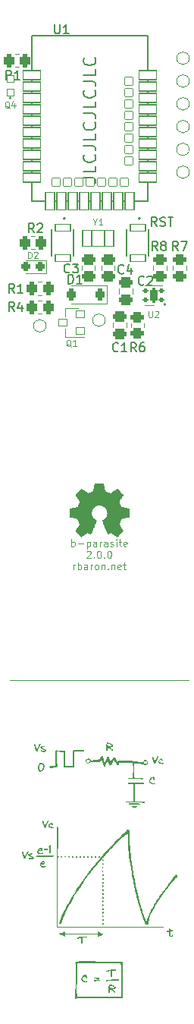
<source format=gto>
G04 #@! TF.GenerationSoftware,KiCad,Pcbnew,7.0.9*
G04 #@! TF.CreationDate,2023-12-13T20:01:39+01:00*
G04 #@! TF.ProjectId,parasite,70617261-7369-4746-952e-6b696361645f,2.0.0*
G04 #@! TF.SameCoordinates,Original*
G04 #@! TF.FileFunction,Legend,Top*
G04 #@! TF.FilePolarity,Positive*
%FSLAX46Y46*%
G04 Gerber Fmt 4.6, Leading zero omitted, Abs format (unit mm)*
G04 Created by KiCad (PCBNEW 7.0.9) date 2023-12-13 20:01:39*
%MOMM*%
%LPD*%
G01*
G04 APERTURE LIST*
G04 Aperture macros list*
%AMRoundRect*
0 Rectangle with rounded corners*
0 $1 Rounding radius*
0 $2 $3 $4 $5 $6 $7 $8 $9 X,Y pos of 4 corners*
0 Add a 4 corners polygon primitive as box body*
4,1,4,$2,$3,$4,$5,$6,$7,$8,$9,$2,$3,0*
0 Add four circle primitives for the rounded corners*
1,1,$1+$1,$2,$3*
1,1,$1+$1,$4,$5*
1,1,$1+$1,$6,$7*
1,1,$1+$1,$8,$9*
0 Add four rect primitives between the rounded corners*
20,1,$1+$1,$2,$3,$4,$5,0*
20,1,$1+$1,$4,$5,$6,$7,0*
20,1,$1+$1,$6,$7,$8,$9,0*
20,1,$1+$1,$8,$9,$2,$3,0*%
G04 Aperture macros list end*
%ADD10C,0.120000*%
%ADD11C,0.200000*%
%ADD12C,0.100000*%
%ADD13C,0.150000*%
%ADD14C,0.010000*%
%ADD15C,0.127000*%
%ADD16RoundRect,0.301000X-0.475000X0.250000X-0.475000X-0.250000X0.475000X-0.250000X0.475000X0.250000X0*%
%ADD17RoundRect,0.301000X-0.450000X0.262500X-0.450000X-0.262500X0.450000X-0.262500X0.450000X0.262500X0*%
%ADD18RoundRect,0.301000X0.262500X0.450000X-0.262500X0.450000X-0.262500X-0.450000X0.262500X-0.450000X0*%
%ADD19RoundRect,0.051000X0.450000X0.400000X-0.450000X0.400000X-0.450000X-0.400000X0.450000X-0.400000X0*%
%ADD20RoundRect,0.301000X-0.262500X-0.450000X0.262500X-0.450000X0.262500X0.450000X-0.262500X0.450000X0*%
%ADD21C,1.102000*%
%ADD22RoundRect,0.301000X0.475000X-0.250000X0.475000X0.250000X-0.475000X0.250000X-0.475000X-0.250000X0*%
%ADD23RoundRect,0.051000X-0.500000X-0.900000X0.500000X-0.900000X0.500000X0.900000X-0.500000X0.900000X0*%
%ADD24RoundRect,0.269750X0.218750X0.256250X-0.218750X0.256250X-0.218750X-0.256250X0.218750X-0.256250X0*%
%ADD25RoundRect,0.301000X0.450000X-0.262500X0.450000X0.262500X-0.450000X0.262500X-0.450000X-0.262500X0*%
%ADD26RoundRect,0.138500X0.187500X0.087500X-0.187500X0.087500X-0.187500X-0.087500X0.187500X-0.087500X0*%
%ADD27RoundRect,0.226000X0.175000X0.625000X-0.175000X0.625000X-0.175000X-0.625000X0.175000X-0.625000X0*%
%ADD28RoundRect,0.276000X0.225000X0.375000X-0.225000X0.375000X-0.225000X-0.375000X0.225000X-0.375000X0*%
%ADD29RoundRect,0.051000X-1.000000X-0.500000X1.000000X-0.500000X1.000000X0.500000X-1.000000X0.500000X0*%
%ADD30RoundRect,0.051000X-0.500000X-1.000000X0.500000X-1.000000X0.500000X1.000000X-0.500000X1.000000X0*%
%ADD31RoundRect,0.051000X-0.450000X-0.450000X0.450000X-0.450000X0.450000X0.450000X-0.450000X0.450000X0*%
%ADD32RoundRect,0.051000X0.400000X-0.400000X0.400000X0.400000X-0.400000X0.400000X-0.400000X-0.400000X0*%
%ADD33RoundRect,0.051000X-0.850000X-0.400000X0.850000X-0.400000X0.850000X0.400000X-0.850000X0.400000X0*%
G04 APERTURE END LIST*
D10*
X58000000Y-99000000D02*
X78000000Y-99000000D01*
D11*
X75450000Y-57060000D02*
G75*
G03*
X75450000Y-57060000I-100000J0D01*
G01*
D12*
X64914285Y-84076895D02*
X64914285Y-83276895D01*
X64914285Y-83581657D02*
X64990475Y-83543561D01*
X64990475Y-83543561D02*
X65142856Y-83543561D01*
X65142856Y-83543561D02*
X65219047Y-83581657D01*
X65219047Y-83581657D02*
X65257142Y-83619752D01*
X65257142Y-83619752D02*
X65295237Y-83695942D01*
X65295237Y-83695942D02*
X65295237Y-83924514D01*
X65295237Y-83924514D02*
X65257142Y-84000704D01*
X65257142Y-84000704D02*
X65219047Y-84038800D01*
X65219047Y-84038800D02*
X65142856Y-84076895D01*
X65142856Y-84076895D02*
X64990475Y-84076895D01*
X64990475Y-84076895D02*
X64914285Y-84038800D01*
X65638095Y-83772133D02*
X66247619Y-83772133D01*
X66628571Y-83543561D02*
X66628571Y-84343561D01*
X66628571Y-83581657D02*
X66704761Y-83543561D01*
X66704761Y-83543561D02*
X66857142Y-83543561D01*
X66857142Y-83543561D02*
X66933333Y-83581657D01*
X66933333Y-83581657D02*
X66971428Y-83619752D01*
X66971428Y-83619752D02*
X67009523Y-83695942D01*
X67009523Y-83695942D02*
X67009523Y-83924514D01*
X67009523Y-83924514D02*
X66971428Y-84000704D01*
X66971428Y-84000704D02*
X66933333Y-84038800D01*
X66933333Y-84038800D02*
X66857142Y-84076895D01*
X66857142Y-84076895D02*
X66704761Y-84076895D01*
X66704761Y-84076895D02*
X66628571Y-84038800D01*
X67695238Y-84076895D02*
X67695238Y-83657847D01*
X67695238Y-83657847D02*
X67657143Y-83581657D01*
X67657143Y-83581657D02*
X67580952Y-83543561D01*
X67580952Y-83543561D02*
X67428571Y-83543561D01*
X67428571Y-83543561D02*
X67352381Y-83581657D01*
X67695238Y-84038800D02*
X67619047Y-84076895D01*
X67619047Y-84076895D02*
X67428571Y-84076895D01*
X67428571Y-84076895D02*
X67352381Y-84038800D01*
X67352381Y-84038800D02*
X67314285Y-83962609D01*
X67314285Y-83962609D02*
X67314285Y-83886419D01*
X67314285Y-83886419D02*
X67352381Y-83810228D01*
X67352381Y-83810228D02*
X67428571Y-83772133D01*
X67428571Y-83772133D02*
X67619047Y-83772133D01*
X67619047Y-83772133D02*
X67695238Y-83734038D01*
X68076191Y-84076895D02*
X68076191Y-83543561D01*
X68076191Y-83695942D02*
X68114286Y-83619752D01*
X68114286Y-83619752D02*
X68152381Y-83581657D01*
X68152381Y-83581657D02*
X68228572Y-83543561D01*
X68228572Y-83543561D02*
X68304762Y-83543561D01*
X68914286Y-84076895D02*
X68914286Y-83657847D01*
X68914286Y-83657847D02*
X68876191Y-83581657D01*
X68876191Y-83581657D02*
X68800000Y-83543561D01*
X68800000Y-83543561D02*
X68647619Y-83543561D01*
X68647619Y-83543561D02*
X68571429Y-83581657D01*
X68914286Y-84038800D02*
X68838095Y-84076895D01*
X68838095Y-84076895D02*
X68647619Y-84076895D01*
X68647619Y-84076895D02*
X68571429Y-84038800D01*
X68571429Y-84038800D02*
X68533333Y-83962609D01*
X68533333Y-83962609D02*
X68533333Y-83886419D01*
X68533333Y-83886419D02*
X68571429Y-83810228D01*
X68571429Y-83810228D02*
X68647619Y-83772133D01*
X68647619Y-83772133D02*
X68838095Y-83772133D01*
X68838095Y-83772133D02*
X68914286Y-83734038D01*
X69257143Y-84038800D02*
X69333334Y-84076895D01*
X69333334Y-84076895D02*
X69485715Y-84076895D01*
X69485715Y-84076895D02*
X69561905Y-84038800D01*
X69561905Y-84038800D02*
X69600001Y-83962609D01*
X69600001Y-83962609D02*
X69600001Y-83924514D01*
X69600001Y-83924514D02*
X69561905Y-83848323D01*
X69561905Y-83848323D02*
X69485715Y-83810228D01*
X69485715Y-83810228D02*
X69371429Y-83810228D01*
X69371429Y-83810228D02*
X69295239Y-83772133D01*
X69295239Y-83772133D02*
X69257143Y-83695942D01*
X69257143Y-83695942D02*
X69257143Y-83657847D01*
X69257143Y-83657847D02*
X69295239Y-83581657D01*
X69295239Y-83581657D02*
X69371429Y-83543561D01*
X69371429Y-83543561D02*
X69485715Y-83543561D01*
X69485715Y-83543561D02*
X69561905Y-83581657D01*
X69942858Y-84076895D02*
X69942858Y-83543561D01*
X69942858Y-83276895D02*
X69904762Y-83314990D01*
X69904762Y-83314990D02*
X69942858Y-83353085D01*
X69942858Y-83353085D02*
X69980953Y-83314990D01*
X69980953Y-83314990D02*
X69942858Y-83276895D01*
X69942858Y-83276895D02*
X69942858Y-83353085D01*
X70209524Y-83543561D02*
X70514286Y-83543561D01*
X70323810Y-83276895D02*
X70323810Y-83962609D01*
X70323810Y-83962609D02*
X70361905Y-84038800D01*
X70361905Y-84038800D02*
X70438095Y-84076895D01*
X70438095Y-84076895D02*
X70514286Y-84076895D01*
X71085715Y-84038800D02*
X71009524Y-84076895D01*
X71009524Y-84076895D02*
X70857143Y-84076895D01*
X70857143Y-84076895D02*
X70780953Y-84038800D01*
X70780953Y-84038800D02*
X70742857Y-83962609D01*
X70742857Y-83962609D02*
X70742857Y-83657847D01*
X70742857Y-83657847D02*
X70780953Y-83581657D01*
X70780953Y-83581657D02*
X70857143Y-83543561D01*
X70857143Y-83543561D02*
X71009524Y-83543561D01*
X71009524Y-83543561D02*
X71085715Y-83581657D01*
X71085715Y-83581657D02*
X71123810Y-83657847D01*
X71123810Y-83657847D02*
X71123810Y-83734038D01*
X71123810Y-83734038D02*
X70742857Y-83810228D01*
X66628571Y-84641085D02*
X66666667Y-84602990D01*
X66666667Y-84602990D02*
X66742857Y-84564895D01*
X66742857Y-84564895D02*
X66933333Y-84564895D01*
X66933333Y-84564895D02*
X67009524Y-84602990D01*
X67009524Y-84602990D02*
X67047619Y-84641085D01*
X67047619Y-84641085D02*
X67085714Y-84717276D01*
X67085714Y-84717276D02*
X67085714Y-84793466D01*
X67085714Y-84793466D02*
X67047619Y-84907752D01*
X67047619Y-84907752D02*
X66590476Y-85364895D01*
X66590476Y-85364895D02*
X67085714Y-85364895D01*
X67428572Y-85288704D02*
X67466667Y-85326800D01*
X67466667Y-85326800D02*
X67428572Y-85364895D01*
X67428572Y-85364895D02*
X67390476Y-85326800D01*
X67390476Y-85326800D02*
X67428572Y-85288704D01*
X67428572Y-85288704D02*
X67428572Y-85364895D01*
X67961905Y-84564895D02*
X68038095Y-84564895D01*
X68038095Y-84564895D02*
X68114286Y-84602990D01*
X68114286Y-84602990D02*
X68152381Y-84641085D01*
X68152381Y-84641085D02*
X68190476Y-84717276D01*
X68190476Y-84717276D02*
X68228571Y-84869657D01*
X68228571Y-84869657D02*
X68228571Y-85060133D01*
X68228571Y-85060133D02*
X68190476Y-85212514D01*
X68190476Y-85212514D02*
X68152381Y-85288704D01*
X68152381Y-85288704D02*
X68114286Y-85326800D01*
X68114286Y-85326800D02*
X68038095Y-85364895D01*
X68038095Y-85364895D02*
X67961905Y-85364895D01*
X67961905Y-85364895D02*
X67885714Y-85326800D01*
X67885714Y-85326800D02*
X67847619Y-85288704D01*
X67847619Y-85288704D02*
X67809524Y-85212514D01*
X67809524Y-85212514D02*
X67771428Y-85060133D01*
X67771428Y-85060133D02*
X67771428Y-84869657D01*
X67771428Y-84869657D02*
X67809524Y-84717276D01*
X67809524Y-84717276D02*
X67847619Y-84641085D01*
X67847619Y-84641085D02*
X67885714Y-84602990D01*
X67885714Y-84602990D02*
X67961905Y-84564895D01*
X68571429Y-85288704D02*
X68609524Y-85326800D01*
X68609524Y-85326800D02*
X68571429Y-85364895D01*
X68571429Y-85364895D02*
X68533333Y-85326800D01*
X68533333Y-85326800D02*
X68571429Y-85288704D01*
X68571429Y-85288704D02*
X68571429Y-85364895D01*
X69104762Y-84564895D02*
X69180952Y-84564895D01*
X69180952Y-84564895D02*
X69257143Y-84602990D01*
X69257143Y-84602990D02*
X69295238Y-84641085D01*
X69295238Y-84641085D02*
X69333333Y-84717276D01*
X69333333Y-84717276D02*
X69371428Y-84869657D01*
X69371428Y-84869657D02*
X69371428Y-85060133D01*
X69371428Y-85060133D02*
X69333333Y-85212514D01*
X69333333Y-85212514D02*
X69295238Y-85288704D01*
X69295238Y-85288704D02*
X69257143Y-85326800D01*
X69257143Y-85326800D02*
X69180952Y-85364895D01*
X69180952Y-85364895D02*
X69104762Y-85364895D01*
X69104762Y-85364895D02*
X69028571Y-85326800D01*
X69028571Y-85326800D02*
X68990476Y-85288704D01*
X68990476Y-85288704D02*
X68952381Y-85212514D01*
X68952381Y-85212514D02*
X68914285Y-85060133D01*
X68914285Y-85060133D02*
X68914285Y-84869657D01*
X68914285Y-84869657D02*
X68952381Y-84717276D01*
X68952381Y-84717276D02*
X68990476Y-84641085D01*
X68990476Y-84641085D02*
X69028571Y-84602990D01*
X69028571Y-84602990D02*
X69104762Y-84564895D01*
X65123809Y-86652895D02*
X65123809Y-86119561D01*
X65123809Y-86271942D02*
X65161904Y-86195752D01*
X65161904Y-86195752D02*
X65199999Y-86157657D01*
X65199999Y-86157657D02*
X65276190Y-86119561D01*
X65276190Y-86119561D02*
X65352380Y-86119561D01*
X65619047Y-86652895D02*
X65619047Y-85852895D01*
X65619047Y-86157657D02*
X65695237Y-86119561D01*
X65695237Y-86119561D02*
X65847618Y-86119561D01*
X65847618Y-86119561D02*
X65923809Y-86157657D01*
X65923809Y-86157657D02*
X65961904Y-86195752D01*
X65961904Y-86195752D02*
X65999999Y-86271942D01*
X65999999Y-86271942D02*
X65999999Y-86500514D01*
X65999999Y-86500514D02*
X65961904Y-86576704D01*
X65961904Y-86576704D02*
X65923809Y-86614800D01*
X65923809Y-86614800D02*
X65847618Y-86652895D01*
X65847618Y-86652895D02*
X65695237Y-86652895D01*
X65695237Y-86652895D02*
X65619047Y-86614800D01*
X66685714Y-86652895D02*
X66685714Y-86233847D01*
X66685714Y-86233847D02*
X66647619Y-86157657D01*
X66647619Y-86157657D02*
X66571428Y-86119561D01*
X66571428Y-86119561D02*
X66419047Y-86119561D01*
X66419047Y-86119561D02*
X66342857Y-86157657D01*
X66685714Y-86614800D02*
X66609523Y-86652895D01*
X66609523Y-86652895D02*
X66419047Y-86652895D01*
X66419047Y-86652895D02*
X66342857Y-86614800D01*
X66342857Y-86614800D02*
X66304761Y-86538609D01*
X66304761Y-86538609D02*
X66304761Y-86462419D01*
X66304761Y-86462419D02*
X66342857Y-86386228D01*
X66342857Y-86386228D02*
X66419047Y-86348133D01*
X66419047Y-86348133D02*
X66609523Y-86348133D01*
X66609523Y-86348133D02*
X66685714Y-86310038D01*
X67066667Y-86652895D02*
X67066667Y-86119561D01*
X67066667Y-86271942D02*
X67104762Y-86195752D01*
X67104762Y-86195752D02*
X67142857Y-86157657D01*
X67142857Y-86157657D02*
X67219048Y-86119561D01*
X67219048Y-86119561D02*
X67295238Y-86119561D01*
X67676190Y-86652895D02*
X67600000Y-86614800D01*
X67600000Y-86614800D02*
X67561905Y-86576704D01*
X67561905Y-86576704D02*
X67523809Y-86500514D01*
X67523809Y-86500514D02*
X67523809Y-86271942D01*
X67523809Y-86271942D02*
X67561905Y-86195752D01*
X67561905Y-86195752D02*
X67600000Y-86157657D01*
X67600000Y-86157657D02*
X67676190Y-86119561D01*
X67676190Y-86119561D02*
X67790476Y-86119561D01*
X67790476Y-86119561D02*
X67866667Y-86157657D01*
X67866667Y-86157657D02*
X67904762Y-86195752D01*
X67904762Y-86195752D02*
X67942857Y-86271942D01*
X67942857Y-86271942D02*
X67942857Y-86500514D01*
X67942857Y-86500514D02*
X67904762Y-86576704D01*
X67904762Y-86576704D02*
X67866667Y-86614800D01*
X67866667Y-86614800D02*
X67790476Y-86652895D01*
X67790476Y-86652895D02*
X67676190Y-86652895D01*
X68285715Y-86119561D02*
X68285715Y-86652895D01*
X68285715Y-86195752D02*
X68323810Y-86157657D01*
X68323810Y-86157657D02*
X68400000Y-86119561D01*
X68400000Y-86119561D02*
X68514286Y-86119561D01*
X68514286Y-86119561D02*
X68590477Y-86157657D01*
X68590477Y-86157657D02*
X68628572Y-86233847D01*
X68628572Y-86233847D02*
X68628572Y-86652895D01*
X69009525Y-86576704D02*
X69047620Y-86614800D01*
X69047620Y-86614800D02*
X69009525Y-86652895D01*
X69009525Y-86652895D02*
X68971429Y-86614800D01*
X68971429Y-86614800D02*
X69009525Y-86576704D01*
X69009525Y-86576704D02*
X69009525Y-86652895D01*
X69390477Y-86119561D02*
X69390477Y-86652895D01*
X69390477Y-86195752D02*
X69428572Y-86157657D01*
X69428572Y-86157657D02*
X69504762Y-86119561D01*
X69504762Y-86119561D02*
X69619048Y-86119561D01*
X69619048Y-86119561D02*
X69695239Y-86157657D01*
X69695239Y-86157657D02*
X69733334Y-86233847D01*
X69733334Y-86233847D02*
X69733334Y-86652895D01*
X70419049Y-86614800D02*
X70342858Y-86652895D01*
X70342858Y-86652895D02*
X70190477Y-86652895D01*
X70190477Y-86652895D02*
X70114287Y-86614800D01*
X70114287Y-86614800D02*
X70076191Y-86538609D01*
X70076191Y-86538609D02*
X70076191Y-86233847D01*
X70076191Y-86233847D02*
X70114287Y-86157657D01*
X70114287Y-86157657D02*
X70190477Y-86119561D01*
X70190477Y-86119561D02*
X70342858Y-86119561D01*
X70342858Y-86119561D02*
X70419049Y-86157657D01*
X70419049Y-86157657D02*
X70457144Y-86233847D01*
X70457144Y-86233847D02*
X70457144Y-86310038D01*
X70457144Y-86310038D02*
X70076191Y-86386228D01*
X70685715Y-86119561D02*
X70990477Y-86119561D01*
X70800001Y-85852895D02*
X70800001Y-86538609D01*
X70800001Y-86538609D02*
X70838096Y-86614800D01*
X70838096Y-86614800D02*
X70914286Y-86652895D01*
X70914286Y-86652895D02*
X70990477Y-86652895D01*
D11*
X66237266Y-42966666D02*
X67237266Y-42966666D01*
X67237266Y-42966666D02*
X67437266Y-43033333D01*
X67437266Y-43033333D02*
X67570600Y-43166666D01*
X67570600Y-43166666D02*
X67637266Y-43366666D01*
X67637266Y-43366666D02*
X67637266Y-43500000D01*
X67637266Y-41633333D02*
X67637266Y-42299999D01*
X67637266Y-42299999D02*
X66237266Y-42299999D01*
X67503933Y-40366666D02*
X67570600Y-40433333D01*
X67570600Y-40433333D02*
X67637266Y-40633333D01*
X67637266Y-40633333D02*
X67637266Y-40766666D01*
X67637266Y-40766666D02*
X67570600Y-40966666D01*
X67570600Y-40966666D02*
X67437266Y-41100000D01*
X67437266Y-41100000D02*
X67303933Y-41166666D01*
X67303933Y-41166666D02*
X67037266Y-41233333D01*
X67037266Y-41233333D02*
X66837266Y-41233333D01*
X66837266Y-41233333D02*
X66570600Y-41166666D01*
X66570600Y-41166666D02*
X66437266Y-41100000D01*
X66437266Y-41100000D02*
X66303933Y-40966666D01*
X66303933Y-40966666D02*
X66237266Y-40766666D01*
X66237266Y-40766666D02*
X66237266Y-40633333D01*
X66237266Y-40633333D02*
X66303933Y-40433333D01*
X66303933Y-40433333D02*
X66370600Y-40366666D01*
X66237266Y-39366666D02*
X67237266Y-39366666D01*
X67237266Y-39366666D02*
X67437266Y-39433333D01*
X67437266Y-39433333D02*
X67570600Y-39566666D01*
X67570600Y-39566666D02*
X67637266Y-39766666D01*
X67637266Y-39766666D02*
X67637266Y-39900000D01*
X67637266Y-38033333D02*
X67637266Y-38699999D01*
X67637266Y-38699999D02*
X66237266Y-38699999D01*
X67503933Y-36766666D02*
X67570600Y-36833333D01*
X67570600Y-36833333D02*
X67637266Y-37033333D01*
X67637266Y-37033333D02*
X67637266Y-37166666D01*
X67637266Y-37166666D02*
X67570600Y-37366666D01*
X67570600Y-37366666D02*
X67437266Y-37500000D01*
X67437266Y-37500000D02*
X67303933Y-37566666D01*
X67303933Y-37566666D02*
X67037266Y-37633333D01*
X67037266Y-37633333D02*
X66837266Y-37633333D01*
X66837266Y-37633333D02*
X66570600Y-37566666D01*
X66570600Y-37566666D02*
X66437266Y-37500000D01*
X66437266Y-37500000D02*
X66303933Y-37366666D01*
X66303933Y-37366666D02*
X66237266Y-37166666D01*
X66237266Y-37166666D02*
X66237266Y-37033333D01*
X66237266Y-37033333D02*
X66303933Y-36833333D01*
X66303933Y-36833333D02*
X66370600Y-36766666D01*
X66237266Y-35766666D02*
X67237266Y-35766666D01*
X67237266Y-35766666D02*
X67437266Y-35833333D01*
X67437266Y-35833333D02*
X67570600Y-35966666D01*
X67570600Y-35966666D02*
X67637266Y-36166666D01*
X67637266Y-36166666D02*
X67637266Y-36300000D01*
X67637266Y-34433333D02*
X67637266Y-35099999D01*
X67637266Y-35099999D02*
X66237266Y-35099999D01*
X67503933Y-33166666D02*
X67570600Y-33233333D01*
X67570600Y-33233333D02*
X67637266Y-33433333D01*
X67637266Y-33433333D02*
X67637266Y-33566666D01*
X67637266Y-33566666D02*
X67570600Y-33766666D01*
X67570600Y-33766666D02*
X67437266Y-33900000D01*
X67437266Y-33900000D02*
X67303933Y-33966666D01*
X67303933Y-33966666D02*
X67037266Y-34033333D01*
X67037266Y-34033333D02*
X66837266Y-34033333D01*
X66837266Y-34033333D02*
X66570600Y-33966666D01*
X66570600Y-33966666D02*
X66437266Y-33900000D01*
X66437266Y-33900000D02*
X66303933Y-33766666D01*
X66303933Y-33766666D02*
X66237266Y-33566666D01*
X66237266Y-33566666D02*
X66237266Y-33433333D01*
X66237266Y-33433333D02*
X66303933Y-33233333D01*
X66303933Y-33233333D02*
X66370600Y-33166666D01*
X66237266Y-32166666D02*
X67237266Y-32166666D01*
X67237266Y-32166666D02*
X67437266Y-32233333D01*
X67437266Y-32233333D02*
X67570600Y-32366666D01*
X67570600Y-32366666D02*
X67637266Y-32566666D01*
X67637266Y-32566666D02*
X67637266Y-32700000D01*
X67637266Y-30833333D02*
X67637266Y-31499999D01*
X67637266Y-31499999D02*
X66237266Y-31499999D01*
X67503933Y-29566666D02*
X67570600Y-29633333D01*
X67570600Y-29633333D02*
X67637266Y-29833333D01*
X67637266Y-29833333D02*
X67637266Y-29966666D01*
X67637266Y-29966666D02*
X67570600Y-30166666D01*
X67570600Y-30166666D02*
X67437266Y-30300000D01*
X67437266Y-30300000D02*
X67303933Y-30366666D01*
X67303933Y-30366666D02*
X67037266Y-30433333D01*
X67037266Y-30433333D02*
X66837266Y-30433333D01*
X66837266Y-30433333D02*
X66570600Y-30366666D01*
X66570600Y-30366666D02*
X66437266Y-30300000D01*
X66437266Y-30300000D02*
X66303933Y-30166666D01*
X66303933Y-30166666D02*
X66237266Y-29966666D01*
X66237266Y-29966666D02*
X66237266Y-29833333D01*
X66237266Y-29833333D02*
X66303933Y-29633333D01*
X66303933Y-29633333D02*
X66370600Y-29566666D01*
D13*
X70133333Y-62259580D02*
X70085714Y-62307200D01*
X70085714Y-62307200D02*
X69942857Y-62354819D01*
X69942857Y-62354819D02*
X69847619Y-62354819D01*
X69847619Y-62354819D02*
X69704762Y-62307200D01*
X69704762Y-62307200D02*
X69609524Y-62211961D01*
X69609524Y-62211961D02*
X69561905Y-62116723D01*
X69561905Y-62116723D02*
X69514286Y-61926247D01*
X69514286Y-61926247D02*
X69514286Y-61783390D01*
X69514286Y-61783390D02*
X69561905Y-61592914D01*
X69561905Y-61592914D02*
X69609524Y-61497676D01*
X69609524Y-61497676D02*
X69704762Y-61402438D01*
X69704762Y-61402438D02*
X69847619Y-61354819D01*
X69847619Y-61354819D02*
X69942857Y-61354819D01*
X69942857Y-61354819D02*
X70085714Y-61402438D01*
X70085714Y-61402438D02*
X70133333Y-61450057D01*
X71085714Y-62354819D02*
X70514286Y-62354819D01*
X70800000Y-62354819D02*
X70800000Y-61354819D01*
X70800000Y-61354819D02*
X70704762Y-61497676D01*
X70704762Y-61497676D02*
X70609524Y-61592914D01*
X70609524Y-61592914D02*
X70514286Y-61640533D01*
X72133333Y-62354819D02*
X71800000Y-61878628D01*
X71561905Y-62354819D02*
X71561905Y-61354819D01*
X71561905Y-61354819D02*
X71942857Y-61354819D01*
X71942857Y-61354819D02*
X72038095Y-61402438D01*
X72038095Y-61402438D02*
X72085714Y-61450057D01*
X72085714Y-61450057D02*
X72133333Y-61545295D01*
X72133333Y-61545295D02*
X72133333Y-61688152D01*
X72133333Y-61688152D02*
X72085714Y-61783390D01*
X72085714Y-61783390D02*
X72038095Y-61831009D01*
X72038095Y-61831009D02*
X71942857Y-61878628D01*
X71942857Y-61878628D02*
X71561905Y-61878628D01*
X72990476Y-61354819D02*
X72800000Y-61354819D01*
X72800000Y-61354819D02*
X72704762Y-61402438D01*
X72704762Y-61402438D02*
X72657143Y-61450057D01*
X72657143Y-61450057D02*
X72561905Y-61592914D01*
X72561905Y-61592914D02*
X72514286Y-61783390D01*
X72514286Y-61783390D02*
X72514286Y-62164342D01*
X72514286Y-62164342D02*
X72561905Y-62259580D01*
X72561905Y-62259580D02*
X72609524Y-62307200D01*
X72609524Y-62307200D02*
X72704762Y-62354819D01*
X72704762Y-62354819D02*
X72895238Y-62354819D01*
X72895238Y-62354819D02*
X72990476Y-62307200D01*
X72990476Y-62307200D02*
X73038095Y-62259580D01*
X73038095Y-62259580D02*
X73085714Y-62164342D01*
X73085714Y-62164342D02*
X73085714Y-61926247D01*
X73085714Y-61926247D02*
X73038095Y-61831009D01*
X73038095Y-61831009D02*
X72990476Y-61783390D01*
X72990476Y-61783390D02*
X72895238Y-61735771D01*
X72895238Y-61735771D02*
X72704762Y-61735771D01*
X72704762Y-61735771D02*
X72609524Y-61783390D01*
X72609524Y-61783390D02*
X72561905Y-61831009D01*
X72561905Y-61831009D02*
X72514286Y-61926247D01*
X58533333Y-57832819D02*
X58200000Y-57356628D01*
X57961905Y-57832819D02*
X57961905Y-56832819D01*
X57961905Y-56832819D02*
X58342857Y-56832819D01*
X58342857Y-56832819D02*
X58438095Y-56880438D01*
X58438095Y-56880438D02*
X58485714Y-56928057D01*
X58485714Y-56928057D02*
X58533333Y-57023295D01*
X58533333Y-57023295D02*
X58533333Y-57166152D01*
X58533333Y-57166152D02*
X58485714Y-57261390D01*
X58485714Y-57261390D02*
X58438095Y-57309009D01*
X58438095Y-57309009D02*
X58342857Y-57356628D01*
X58342857Y-57356628D02*
X57961905Y-57356628D01*
X59390476Y-57166152D02*
X59390476Y-57832819D01*
X59152381Y-56785200D02*
X58914286Y-57499485D01*
X58914286Y-57499485D02*
X59533333Y-57499485D01*
D10*
X64869333Y-61786260D02*
X64802666Y-61752926D01*
X64802666Y-61752926D02*
X64736000Y-61686260D01*
X64736000Y-61686260D02*
X64636000Y-61586260D01*
X64636000Y-61586260D02*
X64569333Y-61552926D01*
X64569333Y-61552926D02*
X64502666Y-61552926D01*
X64536000Y-61719593D02*
X64469333Y-61686260D01*
X64469333Y-61686260D02*
X64402666Y-61619593D01*
X64402666Y-61619593D02*
X64369333Y-61486260D01*
X64369333Y-61486260D02*
X64369333Y-61252926D01*
X64369333Y-61252926D02*
X64402666Y-61119593D01*
X64402666Y-61119593D02*
X64469333Y-61052926D01*
X64469333Y-61052926D02*
X64536000Y-61019593D01*
X64536000Y-61019593D02*
X64669333Y-61019593D01*
X64669333Y-61019593D02*
X64736000Y-61052926D01*
X64736000Y-61052926D02*
X64802666Y-61119593D01*
X64802666Y-61119593D02*
X64836000Y-61252926D01*
X64836000Y-61252926D02*
X64836000Y-61486260D01*
X64836000Y-61486260D02*
X64802666Y-61619593D01*
X64802666Y-61619593D02*
X64736000Y-61686260D01*
X64736000Y-61686260D02*
X64669333Y-61719593D01*
X64669333Y-61719593D02*
X64536000Y-61719593D01*
X65502666Y-61719593D02*
X65102666Y-61719593D01*
X65302666Y-61719593D02*
X65302666Y-61019593D01*
X65302666Y-61019593D02*
X65235999Y-61119593D01*
X65235999Y-61119593D02*
X65169333Y-61186260D01*
X65169333Y-61186260D02*
X65102666Y-61219593D01*
D13*
X58533333Y-55791819D02*
X58200000Y-55315628D01*
X57961905Y-55791819D02*
X57961905Y-54791819D01*
X57961905Y-54791819D02*
X58342857Y-54791819D01*
X58342857Y-54791819D02*
X58438095Y-54839438D01*
X58438095Y-54839438D02*
X58485714Y-54887057D01*
X58485714Y-54887057D02*
X58533333Y-54982295D01*
X58533333Y-54982295D02*
X58533333Y-55125152D01*
X58533333Y-55125152D02*
X58485714Y-55220390D01*
X58485714Y-55220390D02*
X58438095Y-55268009D01*
X58438095Y-55268009D02*
X58342857Y-55315628D01*
X58342857Y-55315628D02*
X57961905Y-55315628D01*
X59485714Y-55791819D02*
X58914286Y-55791819D01*
X59200000Y-55791819D02*
X59200000Y-54791819D01*
X59200000Y-54791819D02*
X59104762Y-54934676D01*
X59104762Y-54934676D02*
X59009524Y-55029914D01*
X59009524Y-55029914D02*
X58914286Y-55077533D01*
X60733333Y-49054819D02*
X60400000Y-48578628D01*
X60161905Y-49054819D02*
X60161905Y-48054819D01*
X60161905Y-48054819D02*
X60542857Y-48054819D01*
X60542857Y-48054819D02*
X60638095Y-48102438D01*
X60638095Y-48102438D02*
X60685714Y-48150057D01*
X60685714Y-48150057D02*
X60733333Y-48245295D01*
X60733333Y-48245295D02*
X60733333Y-48388152D01*
X60733333Y-48388152D02*
X60685714Y-48483390D01*
X60685714Y-48483390D02*
X60638095Y-48531009D01*
X60638095Y-48531009D02*
X60542857Y-48578628D01*
X60542857Y-48578628D02*
X60161905Y-48578628D01*
X61114286Y-48150057D02*
X61161905Y-48102438D01*
X61161905Y-48102438D02*
X61257143Y-48054819D01*
X61257143Y-48054819D02*
X61495238Y-48054819D01*
X61495238Y-48054819D02*
X61590476Y-48102438D01*
X61590476Y-48102438D02*
X61638095Y-48150057D01*
X61638095Y-48150057D02*
X61685714Y-48245295D01*
X61685714Y-48245295D02*
X61685714Y-48340533D01*
X61685714Y-48340533D02*
X61638095Y-48483390D01*
X61638095Y-48483390D02*
X61066667Y-49054819D01*
X61066667Y-49054819D02*
X61685714Y-49054819D01*
X73009333Y-54827580D02*
X72961714Y-54875200D01*
X72961714Y-54875200D02*
X72818857Y-54922819D01*
X72818857Y-54922819D02*
X72723619Y-54922819D01*
X72723619Y-54922819D02*
X72580762Y-54875200D01*
X72580762Y-54875200D02*
X72485524Y-54779961D01*
X72485524Y-54779961D02*
X72437905Y-54684723D01*
X72437905Y-54684723D02*
X72390286Y-54494247D01*
X72390286Y-54494247D02*
X72390286Y-54351390D01*
X72390286Y-54351390D02*
X72437905Y-54160914D01*
X72437905Y-54160914D02*
X72485524Y-54065676D01*
X72485524Y-54065676D02*
X72580762Y-53970438D01*
X72580762Y-53970438D02*
X72723619Y-53922819D01*
X72723619Y-53922819D02*
X72818857Y-53922819D01*
X72818857Y-53922819D02*
X72961714Y-53970438D01*
X72961714Y-53970438D02*
X73009333Y-54018057D01*
X73390286Y-54018057D02*
X73437905Y-53970438D01*
X73437905Y-53970438D02*
X73533143Y-53922819D01*
X73533143Y-53922819D02*
X73771238Y-53922819D01*
X73771238Y-53922819D02*
X73866476Y-53970438D01*
X73866476Y-53970438D02*
X73914095Y-54018057D01*
X73914095Y-54018057D02*
X73961714Y-54113295D01*
X73961714Y-54113295D02*
X73961714Y-54208533D01*
X73961714Y-54208533D02*
X73914095Y-54351390D01*
X73914095Y-54351390D02*
X73342667Y-54922819D01*
X73342667Y-54922819D02*
X73961714Y-54922819D01*
D10*
X67555167Y-47900260D02*
X67555167Y-48233593D01*
X67321833Y-47533593D02*
X67555167Y-47900260D01*
X67555167Y-47900260D02*
X67788500Y-47533593D01*
X68388500Y-48233593D02*
X67988500Y-48233593D01*
X68188500Y-48233593D02*
X68188500Y-47533593D01*
X68188500Y-47533593D02*
X68121833Y-47633593D01*
X68121833Y-47633593D02*
X68055167Y-47700260D01*
X68055167Y-47700260D02*
X67988500Y-47733593D01*
X60083333Y-51917593D02*
X60083333Y-51217593D01*
X60083333Y-51217593D02*
X60250000Y-51217593D01*
X60250000Y-51217593D02*
X60350000Y-51250926D01*
X60350000Y-51250926D02*
X60416667Y-51317593D01*
X60416667Y-51317593D02*
X60450000Y-51384260D01*
X60450000Y-51384260D02*
X60483333Y-51517593D01*
X60483333Y-51517593D02*
X60483333Y-51617593D01*
X60483333Y-51617593D02*
X60450000Y-51750926D01*
X60450000Y-51750926D02*
X60416667Y-51817593D01*
X60416667Y-51817593D02*
X60350000Y-51884260D01*
X60350000Y-51884260D02*
X60250000Y-51917593D01*
X60250000Y-51917593D02*
X60083333Y-51917593D01*
X60750000Y-51284260D02*
X60783333Y-51250926D01*
X60783333Y-51250926D02*
X60850000Y-51217593D01*
X60850000Y-51217593D02*
X61016667Y-51217593D01*
X61016667Y-51217593D02*
X61083333Y-51250926D01*
X61083333Y-51250926D02*
X61116667Y-51284260D01*
X61116667Y-51284260D02*
X61150000Y-51350926D01*
X61150000Y-51350926D02*
X61150000Y-51417593D01*
X61150000Y-51417593D02*
X61116667Y-51517593D01*
X61116667Y-51517593D02*
X60716667Y-51917593D01*
X60716667Y-51917593D02*
X61150000Y-51917593D01*
D13*
X70748833Y-53559580D02*
X70701214Y-53607200D01*
X70701214Y-53607200D02*
X70558357Y-53654819D01*
X70558357Y-53654819D02*
X70463119Y-53654819D01*
X70463119Y-53654819D02*
X70320262Y-53607200D01*
X70320262Y-53607200D02*
X70225024Y-53511961D01*
X70225024Y-53511961D02*
X70177405Y-53416723D01*
X70177405Y-53416723D02*
X70129786Y-53226247D01*
X70129786Y-53226247D02*
X70129786Y-53083390D01*
X70129786Y-53083390D02*
X70177405Y-52892914D01*
X70177405Y-52892914D02*
X70225024Y-52797676D01*
X70225024Y-52797676D02*
X70320262Y-52702438D01*
X70320262Y-52702438D02*
X70463119Y-52654819D01*
X70463119Y-52654819D02*
X70558357Y-52654819D01*
X70558357Y-52654819D02*
X70701214Y-52702438D01*
X70701214Y-52702438D02*
X70748833Y-52750057D01*
X71605976Y-52988152D02*
X71605976Y-53654819D01*
X71367881Y-52607200D02*
X71129786Y-53321485D01*
X71129786Y-53321485D02*
X71748833Y-53321485D01*
X64726833Y-53459580D02*
X64679214Y-53507200D01*
X64679214Y-53507200D02*
X64536357Y-53554819D01*
X64536357Y-53554819D02*
X64441119Y-53554819D01*
X64441119Y-53554819D02*
X64298262Y-53507200D01*
X64298262Y-53507200D02*
X64203024Y-53411961D01*
X64203024Y-53411961D02*
X64155405Y-53316723D01*
X64155405Y-53316723D02*
X64107786Y-53126247D01*
X64107786Y-53126247D02*
X64107786Y-52983390D01*
X64107786Y-52983390D02*
X64155405Y-52792914D01*
X64155405Y-52792914D02*
X64203024Y-52697676D01*
X64203024Y-52697676D02*
X64298262Y-52602438D01*
X64298262Y-52602438D02*
X64441119Y-52554819D01*
X64441119Y-52554819D02*
X64536357Y-52554819D01*
X64536357Y-52554819D02*
X64679214Y-52602438D01*
X64679214Y-52602438D02*
X64726833Y-52650057D01*
X65060167Y-52554819D02*
X65679214Y-52554819D01*
X65679214Y-52554819D02*
X65345881Y-52935771D01*
X65345881Y-52935771D02*
X65488738Y-52935771D01*
X65488738Y-52935771D02*
X65583976Y-52983390D01*
X65583976Y-52983390D02*
X65631595Y-53031009D01*
X65631595Y-53031009D02*
X65679214Y-53126247D01*
X65679214Y-53126247D02*
X65679214Y-53364342D01*
X65679214Y-53364342D02*
X65631595Y-53459580D01*
X65631595Y-53459580D02*
X65583976Y-53507200D01*
X65583976Y-53507200D02*
X65488738Y-53554819D01*
X65488738Y-53554819D02*
X65203024Y-53554819D01*
X65203024Y-53554819D02*
X65107786Y-53507200D01*
X65107786Y-53507200D02*
X65060167Y-53459580D01*
X76833333Y-51054819D02*
X76500000Y-50578628D01*
X76261905Y-51054819D02*
X76261905Y-50054819D01*
X76261905Y-50054819D02*
X76642857Y-50054819D01*
X76642857Y-50054819D02*
X76738095Y-50102438D01*
X76738095Y-50102438D02*
X76785714Y-50150057D01*
X76785714Y-50150057D02*
X76833333Y-50245295D01*
X76833333Y-50245295D02*
X76833333Y-50388152D01*
X76833333Y-50388152D02*
X76785714Y-50483390D01*
X76785714Y-50483390D02*
X76738095Y-50531009D01*
X76738095Y-50531009D02*
X76642857Y-50578628D01*
X76642857Y-50578628D02*
X76261905Y-50578628D01*
X77166667Y-50054819D02*
X77833333Y-50054819D01*
X77833333Y-50054819D02*
X77404762Y-51054819D01*
X74533333Y-51054819D02*
X74200000Y-50578628D01*
X73961905Y-51054819D02*
X73961905Y-50054819D01*
X73961905Y-50054819D02*
X74342857Y-50054819D01*
X74342857Y-50054819D02*
X74438095Y-50102438D01*
X74438095Y-50102438D02*
X74485714Y-50150057D01*
X74485714Y-50150057D02*
X74533333Y-50245295D01*
X74533333Y-50245295D02*
X74533333Y-50388152D01*
X74533333Y-50388152D02*
X74485714Y-50483390D01*
X74485714Y-50483390D02*
X74438095Y-50531009D01*
X74438095Y-50531009D02*
X74342857Y-50578628D01*
X74342857Y-50578628D02*
X73961905Y-50578628D01*
X75104762Y-50483390D02*
X75009524Y-50435771D01*
X75009524Y-50435771D02*
X74961905Y-50388152D01*
X74961905Y-50388152D02*
X74914286Y-50292914D01*
X74914286Y-50292914D02*
X74914286Y-50245295D01*
X74914286Y-50245295D02*
X74961905Y-50150057D01*
X74961905Y-50150057D02*
X75009524Y-50102438D01*
X75009524Y-50102438D02*
X75104762Y-50054819D01*
X75104762Y-50054819D02*
X75295238Y-50054819D01*
X75295238Y-50054819D02*
X75390476Y-50102438D01*
X75390476Y-50102438D02*
X75438095Y-50150057D01*
X75438095Y-50150057D02*
X75485714Y-50245295D01*
X75485714Y-50245295D02*
X75485714Y-50292914D01*
X75485714Y-50292914D02*
X75438095Y-50388152D01*
X75438095Y-50388152D02*
X75390476Y-50435771D01*
X75390476Y-50435771D02*
X75295238Y-50483390D01*
X75295238Y-50483390D02*
X75104762Y-50483390D01*
X75104762Y-50483390D02*
X75009524Y-50531009D01*
X75009524Y-50531009D02*
X74961905Y-50578628D01*
X74961905Y-50578628D02*
X74914286Y-50673866D01*
X74914286Y-50673866D02*
X74914286Y-50864342D01*
X74914286Y-50864342D02*
X74961905Y-50959580D01*
X74961905Y-50959580D02*
X75009524Y-51007200D01*
X75009524Y-51007200D02*
X75104762Y-51054819D01*
X75104762Y-51054819D02*
X75295238Y-51054819D01*
X75295238Y-51054819D02*
X75390476Y-51007200D01*
X75390476Y-51007200D02*
X75438095Y-50959580D01*
X75438095Y-50959580D02*
X75485714Y-50864342D01*
X75485714Y-50864342D02*
X75485714Y-50673866D01*
X75485714Y-50673866D02*
X75438095Y-50578628D01*
X75438095Y-50578628D02*
X75390476Y-50531009D01*
X75390476Y-50531009D02*
X75295238Y-50483390D01*
D10*
X73566666Y-57817593D02*
X73566666Y-58384260D01*
X73566666Y-58384260D02*
X73600000Y-58450926D01*
X73600000Y-58450926D02*
X73633333Y-58484260D01*
X73633333Y-58484260D02*
X73700000Y-58517593D01*
X73700000Y-58517593D02*
X73833333Y-58517593D01*
X73833333Y-58517593D02*
X73900000Y-58484260D01*
X73900000Y-58484260D02*
X73933333Y-58450926D01*
X73933333Y-58450926D02*
X73966666Y-58384260D01*
X73966666Y-58384260D02*
X73966666Y-57817593D01*
X74266666Y-57884260D02*
X74299999Y-57850926D01*
X74299999Y-57850926D02*
X74366666Y-57817593D01*
X74366666Y-57817593D02*
X74533333Y-57817593D01*
X74533333Y-57817593D02*
X74599999Y-57850926D01*
X74599999Y-57850926D02*
X74633333Y-57884260D01*
X74633333Y-57884260D02*
X74666666Y-57950926D01*
X74666666Y-57950926D02*
X74666666Y-58017593D01*
X74666666Y-58017593D02*
X74633333Y-58117593D01*
X74633333Y-58117593D02*
X74233333Y-58517593D01*
X74233333Y-58517593D02*
X74666666Y-58517593D01*
D13*
X64561905Y-54754819D02*
X64561905Y-53754819D01*
X64561905Y-53754819D02*
X64800000Y-53754819D01*
X64800000Y-53754819D02*
X64942857Y-53802438D01*
X64942857Y-53802438D02*
X65038095Y-53897676D01*
X65038095Y-53897676D02*
X65085714Y-53992914D01*
X65085714Y-53992914D02*
X65133333Y-54183390D01*
X65133333Y-54183390D02*
X65133333Y-54326247D01*
X65133333Y-54326247D02*
X65085714Y-54516723D01*
X65085714Y-54516723D02*
X65038095Y-54611961D01*
X65038095Y-54611961D02*
X64942857Y-54707200D01*
X64942857Y-54707200D02*
X64800000Y-54754819D01*
X64800000Y-54754819D02*
X64561905Y-54754819D01*
X66085714Y-54754819D02*
X65514286Y-54754819D01*
X65800000Y-54754819D02*
X65800000Y-53754819D01*
X65800000Y-53754819D02*
X65704762Y-53897676D01*
X65704762Y-53897676D02*
X65609524Y-53992914D01*
X65609524Y-53992914D02*
X65514286Y-54040533D01*
X63031095Y-25867369D02*
X63031095Y-26676892D01*
X63031095Y-26676892D02*
X63078714Y-26772130D01*
X63078714Y-26772130D02*
X63126333Y-26819750D01*
X63126333Y-26819750D02*
X63221571Y-26867369D01*
X63221571Y-26867369D02*
X63412047Y-26867369D01*
X63412047Y-26867369D02*
X63507285Y-26819750D01*
X63507285Y-26819750D02*
X63554904Y-26772130D01*
X63554904Y-26772130D02*
X63602523Y-26676892D01*
X63602523Y-26676892D02*
X63602523Y-25867369D01*
X64602523Y-26867369D02*
X64031095Y-26867369D01*
X64316809Y-26867369D02*
X64316809Y-25867369D01*
X64316809Y-25867369D02*
X64221571Y-26010226D01*
X64221571Y-26010226D02*
X64126333Y-26105464D01*
X64126333Y-26105464D02*
X64031095Y-26153083D01*
X58197142Y-31986819D02*
X57863809Y-31510628D01*
X57625714Y-31986819D02*
X57625714Y-30986819D01*
X57625714Y-30986819D02*
X58006666Y-30986819D01*
X58006666Y-30986819D02*
X58101904Y-31034438D01*
X58101904Y-31034438D02*
X58149523Y-31082057D01*
X58149523Y-31082057D02*
X58197142Y-31177295D01*
X58197142Y-31177295D02*
X58197142Y-31320152D01*
X58197142Y-31320152D02*
X58149523Y-31415390D01*
X58149523Y-31415390D02*
X58101904Y-31463009D01*
X58101904Y-31463009D02*
X58006666Y-31510628D01*
X58006666Y-31510628D02*
X57625714Y-31510628D01*
X59149523Y-31986819D02*
X58578095Y-31986819D01*
X58863809Y-31986819D02*
X58863809Y-30986819D01*
X58863809Y-30986819D02*
X58768571Y-31129676D01*
X58768571Y-31129676D02*
X58673333Y-31224914D01*
X58673333Y-31224914D02*
X58578095Y-31272533D01*
X59768571Y-30986819D02*
X59863809Y-30986819D01*
X59863809Y-30986819D02*
X59959047Y-31034438D01*
X59959047Y-31034438D02*
X60006666Y-31082057D01*
X60006666Y-31082057D02*
X60054285Y-31177295D01*
X60054285Y-31177295D02*
X60101904Y-31367771D01*
X60101904Y-31367771D02*
X60101904Y-31605866D01*
X60101904Y-31605866D02*
X60054285Y-31796342D01*
X60054285Y-31796342D02*
X60006666Y-31891580D01*
X60006666Y-31891580D02*
X59959047Y-31939200D01*
X59959047Y-31939200D02*
X59863809Y-31986819D01*
X59863809Y-31986819D02*
X59768571Y-31986819D01*
X59768571Y-31986819D02*
X59673333Y-31939200D01*
X59673333Y-31939200D02*
X59625714Y-31891580D01*
X59625714Y-31891580D02*
X59578095Y-31796342D01*
X59578095Y-31796342D02*
X59530476Y-31605866D01*
X59530476Y-31605866D02*
X59530476Y-31367771D01*
X59530476Y-31367771D02*
X59578095Y-31177295D01*
X59578095Y-31177295D02*
X59625714Y-31082057D01*
X59625714Y-31082057D02*
X59673333Y-31034438D01*
X59673333Y-31034438D02*
X59768571Y-30986819D01*
D10*
X58011333Y-35219260D02*
X57944666Y-35185926D01*
X57944666Y-35185926D02*
X57878000Y-35119260D01*
X57878000Y-35119260D02*
X57778000Y-35019260D01*
X57778000Y-35019260D02*
X57711333Y-34985926D01*
X57711333Y-34985926D02*
X57644666Y-34985926D01*
X57678000Y-35152593D02*
X57611333Y-35119260D01*
X57611333Y-35119260D02*
X57544666Y-35052593D01*
X57544666Y-35052593D02*
X57511333Y-34919260D01*
X57511333Y-34919260D02*
X57511333Y-34685926D01*
X57511333Y-34685926D02*
X57544666Y-34552593D01*
X57544666Y-34552593D02*
X57611333Y-34485926D01*
X57611333Y-34485926D02*
X57678000Y-34452593D01*
X57678000Y-34452593D02*
X57811333Y-34452593D01*
X57811333Y-34452593D02*
X57878000Y-34485926D01*
X57878000Y-34485926D02*
X57944666Y-34552593D01*
X57944666Y-34552593D02*
X57978000Y-34685926D01*
X57978000Y-34685926D02*
X57978000Y-34919260D01*
X57978000Y-34919260D02*
X57944666Y-35052593D01*
X57944666Y-35052593D02*
X57878000Y-35119260D01*
X57878000Y-35119260D02*
X57811333Y-35152593D01*
X57811333Y-35152593D02*
X57678000Y-35152593D01*
X58577999Y-34685926D02*
X58577999Y-35152593D01*
X58411333Y-34419260D02*
X58244666Y-34919260D01*
X58244666Y-34919260D02*
X58677999Y-34919260D01*
D13*
X74452380Y-48354819D02*
X74119047Y-47878628D01*
X73880952Y-48354819D02*
X73880952Y-47354819D01*
X73880952Y-47354819D02*
X74261904Y-47354819D01*
X74261904Y-47354819D02*
X74357142Y-47402438D01*
X74357142Y-47402438D02*
X74404761Y-47450057D01*
X74404761Y-47450057D02*
X74452380Y-47545295D01*
X74452380Y-47545295D02*
X74452380Y-47688152D01*
X74452380Y-47688152D02*
X74404761Y-47783390D01*
X74404761Y-47783390D02*
X74357142Y-47831009D01*
X74357142Y-47831009D02*
X74261904Y-47878628D01*
X74261904Y-47878628D02*
X73880952Y-47878628D01*
X74833333Y-48307200D02*
X74976190Y-48354819D01*
X74976190Y-48354819D02*
X75214285Y-48354819D01*
X75214285Y-48354819D02*
X75309523Y-48307200D01*
X75309523Y-48307200D02*
X75357142Y-48259580D01*
X75357142Y-48259580D02*
X75404761Y-48164342D01*
X75404761Y-48164342D02*
X75404761Y-48069104D01*
X75404761Y-48069104D02*
X75357142Y-47973866D01*
X75357142Y-47973866D02*
X75309523Y-47926247D01*
X75309523Y-47926247D02*
X75214285Y-47878628D01*
X75214285Y-47878628D02*
X75023809Y-47831009D01*
X75023809Y-47831009D02*
X74928571Y-47783390D01*
X74928571Y-47783390D02*
X74880952Y-47735771D01*
X74880952Y-47735771D02*
X74833333Y-47640533D01*
X74833333Y-47640533D02*
X74833333Y-47545295D01*
X74833333Y-47545295D02*
X74880952Y-47450057D01*
X74880952Y-47450057D02*
X74928571Y-47402438D01*
X74928571Y-47402438D02*
X75023809Y-47354819D01*
X75023809Y-47354819D02*
X75261904Y-47354819D01*
X75261904Y-47354819D02*
X75404761Y-47402438D01*
X75690476Y-47354819D02*
X76261904Y-47354819D01*
X75976190Y-48354819D02*
X75976190Y-47354819D01*
D10*
X71035000Y-59138748D02*
X71035000Y-59661252D01*
X69565000Y-59138748D02*
X69565000Y-59661252D01*
X73035000Y-59172936D02*
X73035000Y-59627064D01*
X71565000Y-59172936D02*
X71565000Y-59627064D01*
X61627064Y-58135000D02*
X61172936Y-58135000D01*
X61627064Y-56665000D02*
X61172936Y-56665000D01*
X64176000Y-60680000D02*
X66336000Y-60680000D01*
X64176000Y-60680000D02*
X64176000Y-59750000D01*
X64176000Y-57520000D02*
X65636000Y-57520000D01*
X64176000Y-57520000D02*
X64176000Y-58450000D01*
X61172936Y-54565000D02*
X61627064Y-54565000D01*
X61172936Y-56035000D02*
X61627064Y-56035000D01*
X78082000Y-34708000D02*
G75*
G03*
X78082000Y-34708000I-700000J0D01*
G01*
X78082000Y-37248000D02*
G75*
G03*
X78082000Y-37248000I-700000J0D01*
G01*
X68684000Y-58838000D02*
G75*
G03*
X68684000Y-58838000I-700000J0D01*
G01*
X62080000Y-59473000D02*
G75*
G03*
X62080000Y-59473000I-700000J0D01*
G01*
X60827064Y-50937000D02*
X60372936Y-50937000D01*
X60827064Y-49467000D02*
X60372936Y-49467000D01*
X70265000Y-55861252D02*
X70265000Y-55338748D01*
X71735000Y-55861252D02*
X71735000Y-55338748D01*
X67213500Y-48819000D02*
X68563500Y-48819000D01*
X67213500Y-50569000D02*
X68563500Y-50569000D01*
X62103000Y-53604000D02*
X62103000Y-52134000D01*
X62103000Y-52134000D02*
X59818000Y-52134000D01*
X59818000Y-53604000D02*
X62103000Y-53604000D01*
X69735000Y-52757748D02*
X69735000Y-53280252D01*
X68265000Y-52757748D02*
X68265000Y-53280252D01*
X66065000Y-53257252D02*
X66065000Y-52734748D01*
X67535000Y-53257252D02*
X67535000Y-52734748D01*
X75535000Y-52791936D02*
X75535000Y-53246064D01*
X74065000Y-52791936D02*
X74065000Y-53246064D01*
X76265000Y-53246064D02*
X76265000Y-52791936D01*
X77735000Y-53246064D02*
X77735000Y-52791936D01*
X75080000Y-54934000D02*
X73080000Y-54934000D01*
X74080000Y-57154000D02*
X73080000Y-57154000D01*
X68860000Y-57000000D02*
X68860000Y-55000000D01*
X68860000Y-57000000D02*
X64850000Y-57000000D01*
X68860000Y-55000000D02*
X64850000Y-55000000D01*
D14*
X68555814Y-77468931D02*
X68639635Y-77913555D01*
X68948920Y-78041053D01*
X69258206Y-78168551D01*
X69629246Y-77916246D01*
X69733157Y-77845996D01*
X69827087Y-77783272D01*
X69906652Y-77730938D01*
X69967470Y-77691857D01*
X70005157Y-77668893D01*
X70015421Y-77663942D01*
X70033910Y-77676676D01*
X70073420Y-77711882D01*
X70129522Y-77765062D01*
X70197787Y-77831718D01*
X70273786Y-77907354D01*
X70353092Y-77987472D01*
X70431275Y-78067574D01*
X70503907Y-78143164D01*
X70566559Y-78209745D01*
X70614803Y-78262818D01*
X70644210Y-78297887D01*
X70651241Y-78309623D01*
X70641123Y-78331260D01*
X70612759Y-78378662D01*
X70569129Y-78447193D01*
X70513218Y-78532215D01*
X70448006Y-78629093D01*
X70410219Y-78684350D01*
X70341343Y-78785248D01*
X70280140Y-78876299D01*
X70229578Y-78952970D01*
X70192628Y-79010728D01*
X70172258Y-79045043D01*
X70169197Y-79052254D01*
X70176136Y-79072748D01*
X70195051Y-79120513D01*
X70223087Y-79188832D01*
X70257391Y-79270989D01*
X70295109Y-79360270D01*
X70333387Y-79449958D01*
X70369370Y-79533338D01*
X70400206Y-79603694D01*
X70423039Y-79654310D01*
X70435017Y-79678471D01*
X70435724Y-79679422D01*
X70454531Y-79684036D01*
X70504618Y-79694328D01*
X70580793Y-79709287D01*
X70677865Y-79727901D01*
X70790643Y-79749159D01*
X70856442Y-79761418D01*
X70976950Y-79784362D01*
X71085797Y-79806195D01*
X71177476Y-79825722D01*
X71246481Y-79841748D01*
X71287304Y-79853079D01*
X71295511Y-79856674D01*
X71303548Y-79881006D01*
X71310033Y-79935959D01*
X71314970Y-80015108D01*
X71318364Y-80112026D01*
X71320218Y-80220287D01*
X71320538Y-80333465D01*
X71319327Y-80445135D01*
X71316590Y-80548868D01*
X71312331Y-80638241D01*
X71306555Y-80706826D01*
X71299267Y-80748197D01*
X71294895Y-80756810D01*
X71268764Y-80767133D01*
X71213393Y-80781892D01*
X71136107Y-80799352D01*
X71044230Y-80817780D01*
X71012158Y-80823741D01*
X70857524Y-80852066D01*
X70735375Y-80874876D01*
X70641673Y-80893080D01*
X70572384Y-80907583D01*
X70523471Y-80919292D01*
X70490897Y-80929115D01*
X70470628Y-80937956D01*
X70458626Y-80946724D01*
X70456947Y-80948457D01*
X70440184Y-80976371D01*
X70414614Y-81030695D01*
X70382788Y-81104777D01*
X70347260Y-81191965D01*
X70310583Y-81285608D01*
X70275311Y-81379052D01*
X70243996Y-81465647D01*
X70219193Y-81538740D01*
X70203454Y-81591678D01*
X70199332Y-81617811D01*
X70199676Y-81618726D01*
X70213641Y-81640086D01*
X70245322Y-81687084D01*
X70291391Y-81754827D01*
X70348518Y-81838423D01*
X70413373Y-81932982D01*
X70431843Y-81959854D01*
X70497699Y-82057275D01*
X70555650Y-82146163D01*
X70602538Y-82221412D01*
X70635207Y-82277920D01*
X70650500Y-82310581D01*
X70651241Y-82314593D01*
X70638392Y-82335684D01*
X70602888Y-82377464D01*
X70549293Y-82435445D01*
X70482171Y-82505135D01*
X70406087Y-82582045D01*
X70325604Y-82661683D01*
X70245287Y-82739561D01*
X70169699Y-82811186D01*
X70103405Y-82872070D01*
X70050969Y-82917721D01*
X70016955Y-82943650D01*
X70007545Y-82947883D01*
X69985643Y-82937912D01*
X69940800Y-82911020D01*
X69880321Y-82871736D01*
X69833789Y-82840117D01*
X69749475Y-82782098D01*
X69649626Y-82713784D01*
X69549473Y-82645579D01*
X69495627Y-82609075D01*
X69313371Y-82485800D01*
X69160381Y-82568520D01*
X69090682Y-82604759D01*
X69031414Y-82632926D01*
X68991311Y-82648991D01*
X68981103Y-82651226D01*
X68968829Y-82634722D01*
X68944613Y-82588082D01*
X68910263Y-82515609D01*
X68867588Y-82421606D01*
X68818394Y-82310374D01*
X68764490Y-82186215D01*
X68707684Y-82053432D01*
X68649782Y-81916327D01*
X68592593Y-81779202D01*
X68537924Y-81646358D01*
X68487584Y-81522098D01*
X68443380Y-81410725D01*
X68407119Y-81316539D01*
X68380609Y-81243844D01*
X68365658Y-81196941D01*
X68363254Y-81180833D01*
X68382311Y-81160286D01*
X68424036Y-81126933D01*
X68479706Y-81087702D01*
X68484378Y-81084599D01*
X68628264Y-80969423D01*
X68744283Y-80835053D01*
X68831430Y-80685784D01*
X68888699Y-80525913D01*
X68915086Y-80359737D01*
X68909585Y-80191552D01*
X68871190Y-80025655D01*
X68798895Y-79866342D01*
X68777626Y-79831487D01*
X68666996Y-79690737D01*
X68536302Y-79577714D01*
X68390064Y-79493003D01*
X68232808Y-79437194D01*
X68069057Y-79410874D01*
X67903333Y-79414630D01*
X67740162Y-79449050D01*
X67584065Y-79514723D01*
X67439567Y-79612235D01*
X67394869Y-79651813D01*
X67281112Y-79775703D01*
X67198218Y-79906124D01*
X67141356Y-80052315D01*
X67109687Y-80197088D01*
X67101869Y-80359860D01*
X67127938Y-80523440D01*
X67185245Y-80682298D01*
X67271144Y-80830906D01*
X67382986Y-80963735D01*
X67518123Y-81075256D01*
X67535883Y-81087011D01*
X67592150Y-81125508D01*
X67634923Y-81158863D01*
X67655372Y-81180160D01*
X67655669Y-81180833D01*
X67651279Y-81203871D01*
X67633876Y-81256157D01*
X67605268Y-81333390D01*
X67567265Y-81431268D01*
X67521674Y-81545491D01*
X67470303Y-81671758D01*
X67414962Y-81805767D01*
X67357458Y-81943218D01*
X67299601Y-82079808D01*
X67243198Y-82211237D01*
X67190058Y-82333205D01*
X67141990Y-82441409D01*
X67100801Y-82531549D01*
X67068301Y-82599323D01*
X67046297Y-82640430D01*
X67037436Y-82651226D01*
X67010360Y-82642819D01*
X66959697Y-82620272D01*
X66894183Y-82587613D01*
X66858159Y-82568520D01*
X66705168Y-82485800D01*
X66522912Y-82609075D01*
X66429875Y-82672228D01*
X66328015Y-82741727D01*
X66232562Y-82807165D01*
X66184750Y-82840117D01*
X66117505Y-82885273D01*
X66060564Y-82921057D01*
X66021354Y-82942938D01*
X66008619Y-82947563D01*
X65990083Y-82935085D01*
X65949059Y-82900252D01*
X65889525Y-82846678D01*
X65815458Y-82777983D01*
X65730835Y-82697781D01*
X65677315Y-82646286D01*
X65583681Y-82554286D01*
X65502759Y-82471999D01*
X65437823Y-82402945D01*
X65392142Y-82350644D01*
X65368989Y-82318616D01*
X65366768Y-82312116D01*
X65377076Y-82287394D01*
X65405561Y-82237405D01*
X65449063Y-82167212D01*
X65504423Y-82081875D01*
X65568480Y-81986456D01*
X65586697Y-81959854D01*
X65653073Y-81863167D01*
X65712622Y-81776117D01*
X65762016Y-81703595D01*
X65797925Y-81650493D01*
X65817019Y-81621703D01*
X65818864Y-81618726D01*
X65816105Y-81595782D01*
X65801462Y-81545336D01*
X65777487Y-81474041D01*
X65746734Y-81388547D01*
X65711756Y-81295507D01*
X65675107Y-81201574D01*
X65639339Y-81113399D01*
X65607006Y-81037634D01*
X65580662Y-80980931D01*
X65562858Y-80949943D01*
X65561593Y-80948457D01*
X65550706Y-80939601D01*
X65532318Y-80930843D01*
X65502394Y-80921277D01*
X65456897Y-80909996D01*
X65391791Y-80896093D01*
X65303039Y-80878663D01*
X65186607Y-80856798D01*
X65038458Y-80829591D01*
X65006382Y-80823741D01*
X64911314Y-80805374D01*
X64828435Y-80787405D01*
X64765070Y-80771569D01*
X64728542Y-80759600D01*
X64723644Y-80756810D01*
X64715573Y-80732072D01*
X64709013Y-80676790D01*
X64703967Y-80597389D01*
X64700441Y-80500296D01*
X64698439Y-80391938D01*
X64697964Y-80278740D01*
X64699023Y-80167128D01*
X64701618Y-80063529D01*
X64705754Y-79974368D01*
X64711437Y-79906072D01*
X64718669Y-79865066D01*
X64723029Y-79856674D01*
X64747302Y-79848208D01*
X64802574Y-79834435D01*
X64883338Y-79816550D01*
X64984088Y-79795748D01*
X65099317Y-79773223D01*
X65162098Y-79761418D01*
X65281213Y-79739151D01*
X65387435Y-79718979D01*
X65475573Y-79701915D01*
X65540434Y-79688969D01*
X65576826Y-79681155D01*
X65582816Y-79679422D01*
X65592939Y-79659890D01*
X65614338Y-79612843D01*
X65644161Y-79545003D01*
X65679555Y-79463091D01*
X65717668Y-79373828D01*
X65755647Y-79283935D01*
X65790640Y-79200135D01*
X65819794Y-79129147D01*
X65840257Y-79077694D01*
X65849177Y-79052497D01*
X65849343Y-79051396D01*
X65839231Y-79031519D01*
X65810883Y-78985777D01*
X65767277Y-78918717D01*
X65711394Y-78834884D01*
X65646213Y-78738826D01*
X65608321Y-78683650D01*
X65539275Y-78582481D01*
X65477950Y-78490630D01*
X65427337Y-78412744D01*
X65390429Y-78353469D01*
X65370218Y-78317451D01*
X65367299Y-78309377D01*
X65379847Y-78290584D01*
X65414537Y-78250457D01*
X65466937Y-78193493D01*
X65532616Y-78124185D01*
X65607144Y-78047031D01*
X65686087Y-77966525D01*
X65765017Y-77887163D01*
X65839500Y-77813440D01*
X65905106Y-77749852D01*
X65957404Y-77700894D01*
X65991961Y-77671061D01*
X66003522Y-77663942D01*
X66022346Y-77673953D01*
X66067369Y-77702078D01*
X66134213Y-77745454D01*
X66218501Y-77801218D01*
X66315856Y-77866506D01*
X66389293Y-77916246D01*
X66760333Y-78168551D01*
X67378905Y-77913555D01*
X67462725Y-77468931D01*
X67546546Y-77024307D01*
X68471994Y-77024307D01*
X68555814Y-77468931D01*
G36*
X68555814Y-77468931D02*
G01*
X68639635Y-77913555D01*
X68948920Y-78041053D01*
X69258206Y-78168551D01*
X69629246Y-77916246D01*
X69733157Y-77845996D01*
X69827087Y-77783272D01*
X69906652Y-77730938D01*
X69967470Y-77691857D01*
X70005157Y-77668893D01*
X70015421Y-77663942D01*
X70033910Y-77676676D01*
X70073420Y-77711882D01*
X70129522Y-77765062D01*
X70197787Y-77831718D01*
X70273786Y-77907354D01*
X70353092Y-77987472D01*
X70431275Y-78067574D01*
X70503907Y-78143164D01*
X70566559Y-78209745D01*
X70614803Y-78262818D01*
X70644210Y-78297887D01*
X70651241Y-78309623D01*
X70641123Y-78331260D01*
X70612759Y-78378662D01*
X70569129Y-78447193D01*
X70513218Y-78532215D01*
X70448006Y-78629093D01*
X70410219Y-78684350D01*
X70341343Y-78785248D01*
X70280140Y-78876299D01*
X70229578Y-78952970D01*
X70192628Y-79010728D01*
X70172258Y-79045043D01*
X70169197Y-79052254D01*
X70176136Y-79072748D01*
X70195051Y-79120513D01*
X70223087Y-79188832D01*
X70257391Y-79270989D01*
X70295109Y-79360270D01*
X70333387Y-79449958D01*
X70369370Y-79533338D01*
X70400206Y-79603694D01*
X70423039Y-79654310D01*
X70435017Y-79678471D01*
X70435724Y-79679422D01*
X70454531Y-79684036D01*
X70504618Y-79694328D01*
X70580793Y-79709287D01*
X70677865Y-79727901D01*
X70790643Y-79749159D01*
X70856442Y-79761418D01*
X70976950Y-79784362D01*
X71085797Y-79806195D01*
X71177476Y-79825722D01*
X71246481Y-79841748D01*
X71287304Y-79853079D01*
X71295511Y-79856674D01*
X71303548Y-79881006D01*
X71310033Y-79935959D01*
X71314970Y-80015108D01*
X71318364Y-80112026D01*
X71320218Y-80220287D01*
X71320538Y-80333465D01*
X71319327Y-80445135D01*
X71316590Y-80548868D01*
X71312331Y-80638241D01*
X71306555Y-80706826D01*
X71299267Y-80748197D01*
X71294895Y-80756810D01*
X71268764Y-80767133D01*
X71213393Y-80781892D01*
X71136107Y-80799352D01*
X71044230Y-80817780D01*
X71012158Y-80823741D01*
X70857524Y-80852066D01*
X70735375Y-80874876D01*
X70641673Y-80893080D01*
X70572384Y-80907583D01*
X70523471Y-80919292D01*
X70490897Y-80929115D01*
X70470628Y-80937956D01*
X70458626Y-80946724D01*
X70456947Y-80948457D01*
X70440184Y-80976371D01*
X70414614Y-81030695D01*
X70382788Y-81104777D01*
X70347260Y-81191965D01*
X70310583Y-81285608D01*
X70275311Y-81379052D01*
X70243996Y-81465647D01*
X70219193Y-81538740D01*
X70203454Y-81591678D01*
X70199332Y-81617811D01*
X70199676Y-81618726D01*
X70213641Y-81640086D01*
X70245322Y-81687084D01*
X70291391Y-81754827D01*
X70348518Y-81838423D01*
X70413373Y-81932982D01*
X70431843Y-81959854D01*
X70497699Y-82057275D01*
X70555650Y-82146163D01*
X70602538Y-82221412D01*
X70635207Y-82277920D01*
X70650500Y-82310581D01*
X70651241Y-82314593D01*
X70638392Y-82335684D01*
X70602888Y-82377464D01*
X70549293Y-82435445D01*
X70482171Y-82505135D01*
X70406087Y-82582045D01*
X70325604Y-82661683D01*
X70245287Y-82739561D01*
X70169699Y-82811186D01*
X70103405Y-82872070D01*
X70050969Y-82917721D01*
X70016955Y-82943650D01*
X70007545Y-82947883D01*
X69985643Y-82937912D01*
X69940800Y-82911020D01*
X69880321Y-82871736D01*
X69833789Y-82840117D01*
X69749475Y-82782098D01*
X69649626Y-82713784D01*
X69549473Y-82645579D01*
X69495627Y-82609075D01*
X69313371Y-82485800D01*
X69160381Y-82568520D01*
X69090682Y-82604759D01*
X69031414Y-82632926D01*
X68991311Y-82648991D01*
X68981103Y-82651226D01*
X68968829Y-82634722D01*
X68944613Y-82588082D01*
X68910263Y-82515609D01*
X68867588Y-82421606D01*
X68818394Y-82310374D01*
X68764490Y-82186215D01*
X68707684Y-82053432D01*
X68649782Y-81916327D01*
X68592593Y-81779202D01*
X68537924Y-81646358D01*
X68487584Y-81522098D01*
X68443380Y-81410725D01*
X68407119Y-81316539D01*
X68380609Y-81243844D01*
X68365658Y-81196941D01*
X68363254Y-81180833D01*
X68382311Y-81160286D01*
X68424036Y-81126933D01*
X68479706Y-81087702D01*
X68484378Y-81084599D01*
X68628264Y-80969423D01*
X68744283Y-80835053D01*
X68831430Y-80685784D01*
X68888699Y-80525913D01*
X68915086Y-80359737D01*
X68909585Y-80191552D01*
X68871190Y-80025655D01*
X68798895Y-79866342D01*
X68777626Y-79831487D01*
X68666996Y-79690737D01*
X68536302Y-79577714D01*
X68390064Y-79493003D01*
X68232808Y-79437194D01*
X68069057Y-79410874D01*
X67903333Y-79414630D01*
X67740162Y-79449050D01*
X67584065Y-79514723D01*
X67439567Y-79612235D01*
X67394869Y-79651813D01*
X67281112Y-79775703D01*
X67198218Y-79906124D01*
X67141356Y-80052315D01*
X67109687Y-80197088D01*
X67101869Y-80359860D01*
X67127938Y-80523440D01*
X67185245Y-80682298D01*
X67271144Y-80830906D01*
X67382986Y-80963735D01*
X67518123Y-81075256D01*
X67535883Y-81087011D01*
X67592150Y-81125508D01*
X67634923Y-81158863D01*
X67655372Y-81180160D01*
X67655669Y-81180833D01*
X67651279Y-81203871D01*
X67633876Y-81256157D01*
X67605268Y-81333390D01*
X67567265Y-81431268D01*
X67521674Y-81545491D01*
X67470303Y-81671758D01*
X67414962Y-81805767D01*
X67357458Y-81943218D01*
X67299601Y-82079808D01*
X67243198Y-82211237D01*
X67190058Y-82333205D01*
X67141990Y-82441409D01*
X67100801Y-82531549D01*
X67068301Y-82599323D01*
X67046297Y-82640430D01*
X67037436Y-82651226D01*
X67010360Y-82642819D01*
X66959697Y-82620272D01*
X66894183Y-82587613D01*
X66858159Y-82568520D01*
X66705168Y-82485800D01*
X66522912Y-82609075D01*
X66429875Y-82672228D01*
X66328015Y-82741727D01*
X66232562Y-82807165D01*
X66184750Y-82840117D01*
X66117505Y-82885273D01*
X66060564Y-82921057D01*
X66021354Y-82942938D01*
X66008619Y-82947563D01*
X65990083Y-82935085D01*
X65949059Y-82900252D01*
X65889525Y-82846678D01*
X65815458Y-82777983D01*
X65730835Y-82697781D01*
X65677315Y-82646286D01*
X65583681Y-82554286D01*
X65502759Y-82471999D01*
X65437823Y-82402945D01*
X65392142Y-82350644D01*
X65368989Y-82318616D01*
X65366768Y-82312116D01*
X65377076Y-82287394D01*
X65405561Y-82237405D01*
X65449063Y-82167212D01*
X65504423Y-82081875D01*
X65568480Y-81986456D01*
X65586697Y-81959854D01*
X65653073Y-81863167D01*
X65712622Y-81776117D01*
X65762016Y-81703595D01*
X65797925Y-81650493D01*
X65817019Y-81621703D01*
X65818864Y-81618726D01*
X65816105Y-81595782D01*
X65801462Y-81545336D01*
X65777487Y-81474041D01*
X65746734Y-81388547D01*
X65711756Y-81295507D01*
X65675107Y-81201574D01*
X65639339Y-81113399D01*
X65607006Y-81037634D01*
X65580662Y-80980931D01*
X65562858Y-80949943D01*
X65561593Y-80948457D01*
X65550706Y-80939601D01*
X65532318Y-80930843D01*
X65502394Y-80921277D01*
X65456897Y-80909996D01*
X65391791Y-80896093D01*
X65303039Y-80878663D01*
X65186607Y-80856798D01*
X65038458Y-80829591D01*
X65006382Y-80823741D01*
X64911314Y-80805374D01*
X64828435Y-80787405D01*
X64765070Y-80771569D01*
X64728542Y-80759600D01*
X64723644Y-80756810D01*
X64715573Y-80732072D01*
X64709013Y-80676790D01*
X64703967Y-80597389D01*
X64700441Y-80500296D01*
X64698439Y-80391938D01*
X64697964Y-80278740D01*
X64699023Y-80167128D01*
X64701618Y-80063529D01*
X64705754Y-79974368D01*
X64711437Y-79906072D01*
X64718669Y-79865066D01*
X64723029Y-79856674D01*
X64747302Y-79848208D01*
X64802574Y-79834435D01*
X64883338Y-79816550D01*
X64984088Y-79795748D01*
X65099317Y-79773223D01*
X65162098Y-79761418D01*
X65281213Y-79739151D01*
X65387435Y-79718979D01*
X65475573Y-79701915D01*
X65540434Y-79688969D01*
X65576826Y-79681155D01*
X65582816Y-79679422D01*
X65592939Y-79659890D01*
X65614338Y-79612843D01*
X65644161Y-79545003D01*
X65679555Y-79463091D01*
X65717668Y-79373828D01*
X65755647Y-79283935D01*
X65790640Y-79200135D01*
X65819794Y-79129147D01*
X65840257Y-79077694D01*
X65849177Y-79052497D01*
X65849343Y-79051396D01*
X65839231Y-79031519D01*
X65810883Y-78985777D01*
X65767277Y-78918717D01*
X65711394Y-78834884D01*
X65646213Y-78738826D01*
X65608321Y-78683650D01*
X65539275Y-78582481D01*
X65477950Y-78490630D01*
X65427337Y-78412744D01*
X65390429Y-78353469D01*
X65370218Y-78317451D01*
X65367299Y-78309377D01*
X65379847Y-78290584D01*
X65414537Y-78250457D01*
X65466937Y-78193493D01*
X65532616Y-78124185D01*
X65607144Y-78047031D01*
X65686087Y-77966525D01*
X65765017Y-77887163D01*
X65839500Y-77813440D01*
X65905106Y-77749852D01*
X65957404Y-77700894D01*
X65991961Y-77671061D01*
X66003522Y-77663942D01*
X66022346Y-77673953D01*
X66067369Y-77702078D01*
X66134213Y-77745454D01*
X66218501Y-77801218D01*
X66315856Y-77866506D01*
X66389293Y-77916246D01*
X66760333Y-78168551D01*
X67378905Y-77913555D01*
X67462725Y-77468931D01*
X67546546Y-77024307D01*
X68471994Y-77024307D01*
X68555814Y-77468931D01*
G37*
D10*
X78082000Y-42328000D02*
G75*
G03*
X78082000Y-42328000I-700000J0D01*
G01*
D15*
X60468000Y-27072550D02*
X60468000Y-45572550D01*
X60468000Y-45572550D02*
X73468000Y-45572550D01*
X73468000Y-27072550D02*
X60468000Y-27072550D01*
X73468000Y-45572550D02*
X73468000Y-27072550D01*
D10*
X59067064Y-30617000D02*
X58612936Y-30617000D01*
X59067064Y-29147000D02*
X58612936Y-29147000D01*
D11*
X58178000Y-34076000D02*
G75*
G03*
X58178000Y-34076000I-100000J0D01*
G01*
D10*
X78082000Y-32168000D02*
G75*
G03*
X78082000Y-32168000I-700000J0D01*
G01*
D15*
X73552000Y-48702000D02*
X73552000Y-51702000D01*
X71052000Y-48702000D02*
X71052000Y-51702000D01*
D11*
X72602000Y-47502000D02*
G75*
G03*
X72602000Y-47502000I-100000J0D01*
G01*
G36*
X68480698Y-124409635D02*
G01*
X68505680Y-124454647D01*
X68510895Y-124503359D01*
X68499826Y-124565485D01*
X68470868Y-124603498D01*
X68430401Y-124613598D01*
X68384800Y-124591982D01*
X68375927Y-124583821D01*
X68351004Y-124538412D01*
X68349557Y-124485507D01*
X68367982Y-124436496D01*
X68402674Y-124402770D01*
X68435884Y-124394346D01*
X68480698Y-124409635D01*
G37*
G36*
X65969822Y-118633635D02*
G01*
X66008155Y-118662316D01*
X66021768Y-118696905D01*
X66005883Y-118736450D01*
X65965674Y-118764393D01*
X65912312Y-118776915D01*
X65856967Y-118770198D01*
X65835538Y-118760559D01*
X65809873Y-118727411D01*
X65805472Y-118681447D01*
X65823778Y-118640310D01*
X65825545Y-118638466D01*
X65866541Y-118618144D01*
X65918625Y-118617722D01*
X65969822Y-118633635D01*
G37*
G36*
X66787777Y-118624065D02*
G01*
X66832819Y-118647610D01*
X66856261Y-118685861D01*
X66857533Y-118698423D01*
X66841609Y-118736523D01*
X66801800Y-118764918D01*
X66750049Y-118779958D01*
X66698301Y-118777994D01*
X66661310Y-118758380D01*
X66641381Y-118717475D01*
X66645536Y-118671332D01*
X66671922Y-118637039D01*
X66674651Y-118635472D01*
X66731574Y-118618821D01*
X66787777Y-118624065D01*
G37*
G36*
X67626148Y-118623231D02*
G01*
X67667440Y-118648784D01*
X67688720Y-118691333D01*
X67684789Y-118737033D01*
X67674934Y-118753166D01*
X67639510Y-118772513D01*
X67586752Y-118779444D01*
X67533347Y-118773899D01*
X67495985Y-118755819D01*
X67494166Y-118753802D01*
X67478637Y-118712869D01*
X67491680Y-118672388D01*
X67526138Y-118639439D01*
X67574854Y-118621102D01*
X67626148Y-118623231D01*
G37*
G36*
X68470369Y-124819375D02*
G01*
X68499290Y-124854695D01*
X68510862Y-124917139D01*
X68510895Y-124921241D01*
X68499826Y-124983367D01*
X68470868Y-125021381D01*
X68430401Y-125031481D01*
X68384800Y-125009864D01*
X68375927Y-125001703D01*
X68351636Y-124954716D01*
X68351193Y-124898038D01*
X68374091Y-124848949D01*
X68380602Y-124842298D01*
X68429129Y-124814226D01*
X68470369Y-124819375D01*
G37*
G36*
X68473872Y-122320094D02*
G01*
X68500754Y-122358039D01*
X68510486Y-122407457D01*
X68500782Y-122457039D01*
X68470515Y-122494675D01*
X68431499Y-122518152D01*
X68405000Y-122518051D01*
X68375927Y-122494407D01*
X68354934Y-122453799D01*
X68348087Y-122399386D01*
X68356097Y-122348796D01*
X68369179Y-122326735D01*
X68404087Y-122309031D01*
X68432130Y-122304932D01*
X68473872Y-122320094D01*
G37*
G36*
X68474176Y-121903093D02*
G01*
X68501394Y-121945007D01*
X68508001Y-122003471D01*
X68507473Y-122008527D01*
X68488588Y-122053969D01*
X68451976Y-122085439D01*
X68409911Y-122093323D01*
X68401882Y-122091209D01*
X68365753Y-122066057D01*
X68349562Y-122019226D01*
X68347654Y-121986070D01*
X68359230Y-121926074D01*
X68394573Y-121893468D01*
X68432130Y-121887050D01*
X68474176Y-121903093D01*
G37*
G36*
X68474233Y-123567999D02*
G01*
X68489093Y-123580383D01*
X68506880Y-123619431D01*
X68509362Y-123673468D01*
X68497247Y-123724868D01*
X68482344Y-123748055D01*
X68440921Y-123774108D01*
X68401071Y-123764601D01*
X68377445Y-123743380D01*
X68351761Y-123696559D01*
X68349414Y-123647122D01*
X68365445Y-123602309D01*
X68394898Y-123569359D01*
X68432814Y-123555509D01*
X68474233Y-123567999D01*
G37*
G36*
X68483878Y-125248476D02*
G01*
X68505281Y-125285312D01*
X68511636Y-125337231D01*
X68503629Y-125388938D01*
X68481948Y-125425143D01*
X68475752Y-125429329D01*
X68430689Y-125446298D01*
X68398617Y-125434946D01*
X68373442Y-125403453D01*
X68354269Y-125351935D01*
X68358166Y-125301563D01*
X68379782Y-125259849D01*
X68413767Y-125234302D01*
X68454767Y-125232431D01*
X68483878Y-125248476D01*
G37*
G36*
X68483878Y-125666359D02*
G01*
X68505281Y-125703195D01*
X68511636Y-125755113D01*
X68503629Y-125806821D01*
X68481948Y-125843026D01*
X68475752Y-125847212D01*
X68430689Y-125864180D01*
X68398617Y-125852828D01*
X68373442Y-125821336D01*
X68354269Y-125769817D01*
X68358166Y-125719446D01*
X68379782Y-125677732D01*
X68413767Y-125652185D01*
X68454767Y-125650314D01*
X68483878Y-125666359D01*
G37*
G36*
X63879600Y-118626487D02*
G01*
X63917650Y-118653848D01*
X63925206Y-118695588D01*
X63914186Y-118725676D01*
X63882694Y-118750943D01*
X63832612Y-118762339D01*
X63779254Y-118759076D01*
X63737928Y-118740370D01*
X63732693Y-118734997D01*
X63719121Y-118695728D01*
X63721730Y-118662321D01*
X63733483Y-118633644D01*
X63757086Y-118620302D01*
X63803826Y-118616707D01*
X63813964Y-118616664D01*
X63879600Y-118626487D01*
G37*
G36*
X64720608Y-118627746D02*
G01*
X64754867Y-118657673D01*
X64759392Y-118701466D01*
X64749951Y-118725676D01*
X64726966Y-118750087D01*
X64685657Y-118760658D01*
X64649730Y-118762014D01*
X64598349Y-118759439D01*
X64571872Y-118747990D01*
X64559010Y-118722080D01*
X64557496Y-118716356D01*
X64557868Y-118664103D01*
X64588824Y-118630535D01*
X64649062Y-118616910D01*
X64660692Y-118616664D01*
X64720608Y-118627746D01*
G37*
G36*
X65541639Y-118622736D02*
G01*
X65559789Y-118630568D01*
X65590600Y-118666263D01*
X65592320Y-118704536D01*
X65571227Y-118739643D01*
X65533604Y-118765841D01*
X65485729Y-118777386D01*
X65433882Y-118768534D01*
X65417655Y-118760559D01*
X65391991Y-118727411D01*
X65387590Y-118681447D01*
X65405896Y-118640310D01*
X65407662Y-118638466D01*
X65442420Y-118622840D01*
X65493401Y-118617268D01*
X65541639Y-118622736D01*
G37*
G36*
X66385138Y-118623046D02*
G01*
X66417782Y-118638400D01*
X66417848Y-118638466D01*
X66439086Y-118679987D01*
X66431105Y-118723195D01*
X66399426Y-118759119D01*
X66349569Y-118778787D01*
X66330638Y-118780183D01*
X66282047Y-118770488D01*
X66250176Y-118751632D01*
X66225513Y-118708259D01*
X66232133Y-118666642D01*
X66265390Y-118633970D01*
X66320638Y-118617434D01*
X66337386Y-118616664D01*
X66385138Y-118623046D01*
G37*
G36*
X67239052Y-118638560D02*
G01*
X67267461Y-118678445D01*
X67268084Y-118680767D01*
X67267525Y-118732865D01*
X67236437Y-118766481D01*
X67176484Y-118779988D01*
X67166403Y-118780183D01*
X67114506Y-118773225D01*
X67078377Y-118755921D01*
X67075755Y-118753166D01*
X67060617Y-118710452D01*
X67071892Y-118664714D01*
X67104353Y-118630789D01*
X67121258Y-118624055D01*
X67187502Y-118619343D01*
X67239052Y-118638560D01*
G37*
G36*
X68041457Y-118627758D02*
G01*
X68076720Y-118650867D01*
X68105100Y-118679717D01*
X68106816Y-118708473D01*
X68097291Y-118732626D01*
X68075428Y-118765149D01*
X68041077Y-118778404D01*
X68006192Y-118780183D01*
X67955206Y-118774789D01*
X67918793Y-118761501D01*
X67914958Y-118758380D01*
X67894323Y-118716459D01*
X67906358Y-118672206D01*
X67933536Y-118644947D01*
X67989326Y-118619355D01*
X68041457Y-118627758D01*
G37*
G36*
X68456227Y-121475196D02*
G01*
X68490520Y-121501581D01*
X68492087Y-121504310D01*
X68508853Y-121559227D01*
X68506266Y-121613675D01*
X68489093Y-121647221D01*
X68452959Y-121665303D01*
X68408002Y-121667566D01*
X68370547Y-121654874D01*
X68358404Y-121640285D01*
X68348049Y-121587551D01*
X68351342Y-121532739D01*
X68367019Y-121493347D01*
X68369179Y-121490970D01*
X68410084Y-121471040D01*
X68456227Y-121475196D01*
G37*
G36*
X68457424Y-118974309D02*
G01*
X68485004Y-119013331D01*
X68492726Y-119073878D01*
X68485265Y-119129110D01*
X68460542Y-119159411D01*
X68457583Y-119161089D01*
X68422779Y-119176901D01*
X68398699Y-119173000D01*
X68368089Y-119146100D01*
X68365545Y-119143559D01*
X68337043Y-119096581D01*
X68331588Y-119044491D01*
X68346682Y-118997983D01*
X68379827Y-118967751D01*
X68407972Y-118961871D01*
X68457424Y-118974309D01*
G37*
G36*
X68458936Y-121061202D02*
G01*
X68490871Y-121093060D01*
X68506998Y-121139676D01*
X68500818Y-121193920D01*
X68496366Y-121204987D01*
X68467105Y-121237293D01*
X68425282Y-121252151D01*
X68384532Y-121247838D01*
X68358494Y-121222634D01*
X68358404Y-121222402D01*
X68347760Y-121167789D01*
X68352271Y-121112677D01*
X68370298Y-121073433D01*
X68373629Y-121070283D01*
X68417690Y-121051233D01*
X68458936Y-121061202D01*
G37*
G36*
X68461969Y-120648435D02*
G01*
X68494678Y-120682662D01*
X68500536Y-120698380D01*
X68504311Y-120762576D01*
X68483957Y-120810629D01*
X68444784Y-120836232D01*
X68392103Y-120833079D01*
X68388256Y-120831697D01*
X68360378Y-120813235D01*
X68348839Y-120778440D01*
X68347376Y-120745225D01*
X68354250Y-120691026D01*
X68371705Y-120654308D01*
X68374393Y-120651766D01*
X68417184Y-120636403D01*
X68461969Y-120648435D01*
G37*
G36*
X68475352Y-123986742D02*
G01*
X68489093Y-123998266D01*
X68507687Y-124036794D01*
X68511452Y-124089217D01*
X68501556Y-124139992D01*
X68479168Y-124173574D01*
X68475752Y-124175681D01*
X68432723Y-124192603D01*
X68401160Y-124183744D01*
X68377445Y-124161263D01*
X68352459Y-124115085D01*
X68350679Y-124065985D01*
X68367092Y-124021281D01*
X68396684Y-123988293D01*
X68434441Y-123974341D01*
X68475352Y-123986742D01*
G37*
G36*
X68478609Y-122737124D02*
G01*
X68505564Y-122779827D01*
X68510895Y-122825080D01*
X68499364Y-122881797D01*
X68469830Y-122923966D01*
X68429886Y-122940835D01*
X68429136Y-122940841D01*
X68397215Y-122928928D01*
X68375927Y-122912290D01*
X68354934Y-122871681D01*
X68348087Y-122817268D01*
X68356097Y-122766679D01*
X68369179Y-122744618D01*
X68404600Y-122726415D01*
X68429136Y-122722815D01*
X68478609Y-122737124D01*
G37*
G36*
X68478609Y-123155007D02*
G01*
X68505564Y-123197710D01*
X68510895Y-123242962D01*
X68499364Y-123299680D01*
X68469830Y-123341849D01*
X68429886Y-123358718D01*
X68429136Y-123358724D01*
X68397215Y-123346810D01*
X68375927Y-123330173D01*
X68354934Y-123289564D01*
X68348087Y-123235151D01*
X68356097Y-123184562D01*
X68369179Y-123162500D01*
X68404600Y-123144298D01*
X68429136Y-123140698D01*
X68478609Y-123155007D01*
G37*
G36*
X68483642Y-119897565D02*
G01*
X68481991Y-119951823D01*
X68473934Y-119979583D01*
X68454814Y-119990639D01*
X68438220Y-119993115D01*
X68393698Y-119990902D01*
X68368908Y-119982230D01*
X68352915Y-119951269D01*
X68350471Y-119890684D01*
X68350740Y-119886680D01*
X68355939Y-119837173D01*
X68367859Y-119813982D01*
X68395142Y-119807134D01*
X68420051Y-119806721D01*
X68483642Y-119806721D01*
X68483642Y-119897565D01*
G37*
G36*
X65129659Y-118621220D02*
G01*
X65157973Y-118639678D01*
X65172112Y-118664220D01*
X65183865Y-118701456D01*
X65171662Y-118728020D01*
X65151541Y-118745980D01*
X65106461Y-118772388D01*
X65056400Y-118775580D01*
X65017953Y-118767661D01*
X64988128Y-118743694D01*
X64973339Y-118701661D01*
X64977828Y-118658195D01*
X64986341Y-118643681D01*
X65019677Y-118625249D01*
X65072447Y-118616783D01*
X65079604Y-118616664D01*
X65129659Y-118621220D01*
G37*
G36*
X68470015Y-126076894D02*
G01*
X68496064Y-126111193D01*
X68508185Y-126162796D01*
X68505409Y-126216191D01*
X68486766Y-126255865D01*
X68481494Y-126260467D01*
X68451158Y-126279308D01*
X68438220Y-126283902D01*
X68416150Y-126274362D01*
X68394946Y-126260467D01*
X68372379Y-126229171D01*
X68368093Y-126176292D01*
X68368763Y-126166921D01*
X68383570Y-126106702D01*
X68412811Y-126072470D01*
X68451739Y-126068447D01*
X68470015Y-126076894D01*
G37*
G36*
X68445287Y-119387527D02*
G01*
X68478855Y-119418483D01*
X68492480Y-119478721D01*
X68492726Y-119490352D01*
X68485699Y-119545741D01*
X68462205Y-119576263D01*
X68457583Y-119578971D01*
X68426669Y-119594157D01*
X68406217Y-119592986D01*
X68379171Y-119578155D01*
X68356550Y-119550308D01*
X68347713Y-119497092D01*
X68347376Y-119479125D01*
X68349972Y-119427839D01*
X68361501Y-119401430D01*
X68387578Y-119388595D01*
X68393034Y-119387155D01*
X68445287Y-119387527D01*
G37*
G36*
X68466832Y-120226283D02*
G01*
X68479289Y-120246392D01*
X68483389Y-120288830D01*
X68483642Y-120315447D01*
X68482306Y-120369414D01*
X68474494Y-120397001D01*
X68454506Y-120408160D01*
X68428483Y-120411695D01*
X68385401Y-120411665D01*
X68360350Y-120404124D01*
X68349070Y-120372899D01*
X68347820Y-120323740D01*
X68355301Y-120273241D01*
X68370214Y-120237996D01*
X68373629Y-120234518D01*
X68411843Y-120219408D01*
X68441762Y-120218667D01*
X68466832Y-120226283D01*
G37*
G36*
X64230865Y-118619820D02*
G01*
X64238203Y-118620272D01*
X64289609Y-118624975D01*
X64314420Y-118635570D01*
X64322323Y-118659950D01*
X64322984Y-118689339D01*
X64321140Y-118728015D01*
X64309151Y-118747399D01*
X64277328Y-118755383D01*
X64238203Y-118758405D01*
X64184722Y-118759399D01*
X64156434Y-118751045D01*
X64142663Y-118729829D01*
X64141592Y-118726610D01*
X64137120Y-118677699D01*
X64141592Y-118652068D01*
X64154431Y-118629247D01*
X64180630Y-118619669D01*
X64230865Y-118619820D01*
G37*
G36*
X67852053Y-132168954D02*
G01*
X67937248Y-132178920D01*
X67994850Y-132195407D01*
X68027663Y-132218945D01*
X68038491Y-132250062D01*
X68038506Y-132251478D01*
X68022571Y-132289266D01*
X67983480Y-132318943D01*
X67934304Y-132335237D01*
X67888114Y-132332874D01*
X67867453Y-132320490D01*
X67844892Y-132314389D01*
X67793746Y-132308015D01*
X67721752Y-132302145D01*
X67641857Y-132297779D01*
X67429851Y-132288695D01*
X67424158Y-132229646D01*
X67418464Y-132170598D01*
X67587677Y-132166477D01*
X67736464Y-132164983D01*
X67852053Y-132168954D01*
G37*
G36*
X62161269Y-117818453D02*
G01*
X62219958Y-117822423D01*
X62250253Y-117828264D01*
X62274478Y-117853547D01*
X62276030Y-117891014D01*
X62256282Y-117921746D01*
X62227203Y-117931263D01*
X62171750Y-117939425D01*
X62099874Y-117945731D01*
X62021528Y-117949684D01*
X61946665Y-117950785D01*
X61885237Y-117948534D01*
X61847196Y-117942433D01*
X61846753Y-117942272D01*
X61814219Y-117915215D01*
X61808898Y-117877354D01*
X61831450Y-117842691D01*
X61841747Y-117836044D01*
X61874553Y-117828192D01*
X61933280Y-117822310D01*
X62007557Y-117818594D01*
X62087011Y-117817243D01*
X62161269Y-117818453D01*
G37*
G36*
X71974137Y-113006517D02*
G01*
X72225593Y-113011585D01*
X72242945Y-113060999D01*
X72250361Y-113105650D01*
X72231174Y-113142454D01*
X72226915Y-113147301D01*
X72209829Y-113162691D01*
X72186971Y-113173116D01*
X72151559Y-113179524D01*
X72096808Y-113182863D01*
X72015938Y-113184079D01*
X71962970Y-113184189D01*
X71865306Y-113183571D01*
X71797371Y-113181159D01*
X71752565Y-113176110D01*
X71724293Y-113167584D01*
X71705955Y-113154739D01*
X71702338Y-113150962D01*
X71676397Y-113102829D01*
X71676945Y-113053737D01*
X71697475Y-113022368D01*
X71727999Y-113012765D01*
X71792187Y-113007162D01*
X71890972Y-113005504D01*
X71974137Y-113006517D01*
G37*
G36*
X68006139Y-132396028D02*
G01*
X68067534Y-132417793D01*
X68077373Y-132424961D01*
X68120266Y-132461299D01*
X68080866Y-132494808D01*
X68050395Y-132512466D01*
X68002640Y-132525284D01*
X67930554Y-132534719D01*
X67861602Y-132540105D01*
X67772209Y-132548200D01*
X67685346Y-132559877D01*
X67614809Y-132573139D01*
X67592132Y-132579074D01*
X67510893Y-132600046D01*
X67455688Y-132604239D01*
X67420129Y-132591282D01*
X67401368Y-132568013D01*
X67390167Y-132516657D01*
X67407492Y-132472433D01*
X67447354Y-132446187D01*
X67470341Y-132443127D01*
X67512312Y-132439734D01*
X67576980Y-132430775D01*
X67651462Y-132418070D01*
X67663102Y-132415874D01*
X67800220Y-132394987D01*
X67915800Y-132388399D01*
X68006139Y-132396028D01*
G37*
G36*
X62548402Y-117366488D02*
G01*
X62596947Y-117372100D01*
X62590342Y-117789983D01*
X62587742Y-117911146D01*
X62584082Y-118021309D01*
X62579652Y-118114872D01*
X62574742Y-118186236D01*
X62569645Y-118229803D01*
X62566991Y-118239661D01*
X62535629Y-118266891D01*
X62494088Y-118267076D01*
X62460571Y-118244070D01*
X62447789Y-118210438D01*
X62445299Y-118149796D01*
X62448967Y-118094178D01*
X62454604Y-118015597D01*
X62459381Y-117919316D01*
X62462404Y-117823972D01*
X62462696Y-117808151D01*
X62463326Y-117730563D01*
X62461318Y-117682604D01*
X62455350Y-117657588D01*
X62444099Y-117648833D01*
X62431195Y-117648941D01*
X62385386Y-117648742D01*
X62342796Y-117639713D01*
X62317496Y-117625400D01*
X62315330Y-117619742D01*
X62325625Y-117599227D01*
X62353044Y-117557754D01*
X62392391Y-117503041D01*
X62407593Y-117482752D01*
X62455566Y-117421772D01*
X62490004Y-117385625D01*
X62517483Y-117368880D01*
X62544580Y-117366107D01*
X62548402Y-117366488D01*
G37*
G36*
X71794274Y-112742911D02*
G01*
X71924839Y-112743424D01*
X72057375Y-112744270D01*
X72186774Y-112745413D01*
X72307927Y-112746818D01*
X72415728Y-112748449D01*
X72505068Y-112750270D01*
X72570840Y-112752246D01*
X72607935Y-112754340D01*
X72614133Y-112755421D01*
X72632871Y-112785050D01*
X72630703Y-112824828D01*
X72612505Y-112852298D01*
X72590147Y-112856156D01*
X72536749Y-112859679D01*
X72457430Y-112862830D01*
X72357312Y-112865571D01*
X72241514Y-112867864D01*
X72115157Y-112869673D01*
X71983362Y-112870960D01*
X71851249Y-112871687D01*
X71723938Y-112871818D01*
X71606550Y-112871314D01*
X71504205Y-112870139D01*
X71422023Y-112868255D01*
X71365126Y-112865625D01*
X71338633Y-112862211D01*
X71337570Y-112861602D01*
X71327683Y-112834522D01*
X71327852Y-112795307D01*
X71336323Y-112760496D01*
X71349772Y-112746587D01*
X71393870Y-112744901D01*
X71465477Y-112743725D01*
X71559485Y-112743026D01*
X71670786Y-112742766D01*
X71794274Y-112742911D01*
G37*
G36*
X74989625Y-107745603D02*
G01*
X75045631Y-107777241D01*
X75089026Y-107821655D01*
X75115419Y-107872043D01*
X75120419Y-107921600D01*
X75099635Y-107963523D01*
X75082532Y-107976991D01*
X75057398Y-107985097D01*
X75031845Y-107971617D01*
X75000772Y-107937780D01*
X74945437Y-107890252D01*
X74888405Y-107879010D01*
X74829993Y-107904062D01*
X74796440Y-107934327D01*
X74749389Y-107995155D01*
X74732008Y-108046994D01*
X74745548Y-108091293D01*
X74791258Y-108129501D01*
X74870387Y-108163064D01*
X74984184Y-108193433D01*
X75027885Y-108202664D01*
X75125988Y-108226752D01*
X75188131Y-108252451D01*
X75214662Y-108280028D01*
X75205935Y-108309749D01*
X75189004Y-108325095D01*
X75149499Y-108343522D01*
X75094663Y-108348393D01*
X75018432Y-108339528D01*
X74915402Y-108316909D01*
X74790193Y-108278743D01*
X74698449Y-108234016D01*
X74637568Y-108180603D01*
X74604947Y-108116376D01*
X74597448Y-108056939D01*
X74604054Y-107989298D01*
X74627700Y-107930630D01*
X74674126Y-107868497D01*
X74695014Y-107845550D01*
X74770380Y-107779132D01*
X74846506Y-107743361D01*
X74925401Y-107733545D01*
X74989625Y-107745603D01*
G37*
G36*
X70177336Y-132364187D02*
G01*
X70195361Y-132365778D01*
X70222298Y-132392430D01*
X70229405Y-132436432D01*
X70214620Y-132483441D01*
X70212704Y-132486486D01*
X70204556Y-132497922D01*
X70194134Y-132507125D01*
X70177578Y-132514434D01*
X70151029Y-132520185D01*
X70110625Y-132524716D01*
X70052507Y-132528365D01*
X69972815Y-132531468D01*
X69867689Y-132534364D01*
X69733269Y-132537389D01*
X69597999Y-132540212D01*
X69450311Y-132543499D01*
X69309893Y-132547060D01*
X69182047Y-132550729D01*
X69072075Y-132554338D01*
X68985279Y-132557720D01*
X68926962Y-132560705D01*
X68910609Y-132561952D01*
X68844713Y-132564068D01*
X68794231Y-132557838D01*
X68778885Y-132551856D01*
X68752449Y-132520672D01*
X68747090Y-132498958D01*
X68750265Y-132473017D01*
X68762607Y-132452844D01*
X68788343Y-132437478D01*
X68831697Y-132425964D01*
X68896895Y-132417343D01*
X68988163Y-132410655D01*
X69109727Y-132404944D01*
X69172266Y-132402554D01*
X69313299Y-132397147D01*
X69469531Y-132390765D01*
X69626960Y-132384007D01*
X69771585Y-132377467D01*
X69855387Y-132373454D01*
X69960202Y-132368776D01*
X70053030Y-132365576D01*
X70127525Y-132363999D01*
X70177336Y-132364187D01*
G37*
G36*
X62733084Y-114906156D02*
G01*
X62787253Y-114939875D01*
X62824606Y-114977193D01*
X62838874Y-115014935D01*
X62838611Y-115062514D01*
X62831266Y-115112350D01*
X62815151Y-115136115D01*
X62793764Y-115142945D01*
X62757570Y-115135261D01*
X62730047Y-115097523D01*
X62699092Y-115057256D01*
X62649725Y-115041144D01*
X62645560Y-115040707D01*
X62602988Y-115042210D01*
X62566056Y-115060654D01*
X62522086Y-115102068D01*
X62480345Y-115155811D01*
X62463997Y-115199453D01*
X62464262Y-115207157D01*
X62487150Y-115249146D01*
X62538978Y-115289561D01*
X62612461Y-115323968D01*
X62693454Y-115346611D01*
X62795754Y-115368163D01*
X62867207Y-115386330D01*
X62912940Y-115402837D01*
X62938082Y-115419409D01*
X62946042Y-115431616D01*
X62942335Y-115464591D01*
X62911066Y-115491747D01*
X62861010Y-115507054D01*
X62834211Y-115508459D01*
X62788285Y-115503364D01*
X62721896Y-115491320D01*
X62651453Y-115475421D01*
X62528686Y-115438562D01*
X62438833Y-115396049D01*
X62378582Y-115345040D01*
X62344618Y-115282697D01*
X62333628Y-115206178D01*
X62333619Y-115203019D01*
X62344070Y-115124028D01*
X62378222Y-115054218D01*
X62440638Y-114985789D01*
X62480140Y-114952592D01*
X62564547Y-114904378D01*
X62650859Y-114888817D01*
X62733084Y-114906156D01*
G37*
G36*
X74119435Y-109761798D02*
G01*
X74146680Y-109800920D01*
X74179588Y-109865598D01*
X74215775Y-109958203D01*
X74232039Y-110037741D01*
X74227772Y-110098531D01*
X74207979Y-110130864D01*
X74171019Y-110142349D01*
X74133270Y-110123382D01*
X74101831Y-110078982D01*
X74090387Y-110047706D01*
X74057484Y-109969603D01*
X74012723Y-109925255D01*
X73958538Y-109915322D01*
X73897361Y-109940469D01*
X73849131Y-109981935D01*
X73777751Y-110071934D01*
X73735563Y-110160282D01*
X73723366Y-110242889D01*
X73741957Y-110315663D01*
X73775309Y-110360115D01*
X73862965Y-110426198D01*
X73960699Y-110462354D01*
X74075826Y-110470936D01*
X74112738Y-110468671D01*
X74199394Y-110464742D01*
X74254694Y-110471550D01*
X74282334Y-110490256D01*
X74286013Y-110522021D01*
X74285823Y-110523026D01*
X74262328Y-110555553D01*
X74211408Y-110580074D01*
X74141340Y-110595337D01*
X74060403Y-110600090D01*
X73976876Y-110593083D01*
X73916117Y-110578920D01*
X73790206Y-110525616D01*
X73692450Y-110454543D01*
X73625542Y-110367680D01*
X73623794Y-110364383D01*
X73600062Y-110282332D01*
X73603118Y-110186333D01*
X73630995Y-110084654D01*
X73681726Y-109985562D01*
X73728789Y-109923285D01*
X73800558Y-109851690D01*
X73868070Y-109808664D01*
X73940860Y-109789155D01*
X73986818Y-109786621D01*
X74038454Y-109782898D01*
X74073270Y-109773512D01*
X74079636Y-109768452D01*
X74098033Y-109751895D01*
X74119435Y-109761798D01*
G37*
G36*
X60084431Y-118067345D02*
G01*
X60110978Y-118089396D01*
X60114187Y-118128340D01*
X60094277Y-118173401D01*
X60081979Y-118188525D01*
X60059302Y-118221843D01*
X60028528Y-118278839D01*
X59994951Y-118349414D01*
X59981374Y-118380469D01*
X59936806Y-118484126D01*
X59890555Y-118589736D01*
X59846021Y-118689711D01*
X59806606Y-118776462D01*
X59775710Y-118842400D01*
X59761536Y-118871027D01*
X59730139Y-118905276D01*
X59688291Y-118922186D01*
X59649504Y-118918310D01*
X59632859Y-118903864D01*
X59615548Y-118867937D01*
X59590289Y-118804169D01*
X59559576Y-118719522D01*
X59525906Y-118620959D01*
X59491776Y-118515443D01*
X59479786Y-118476866D01*
X59453850Y-118396593D01*
X59427849Y-118323063D01*
X59405930Y-118267755D01*
X59398456Y-118251780D01*
X59380795Y-118193028D01*
X59389071Y-118144432D01*
X59420327Y-118114070D01*
X59451128Y-118107937D01*
X59489389Y-118115061D01*
X59518102Y-118140368D01*
X59541261Y-118189759D01*
X59562860Y-118269134D01*
X59564192Y-118274970D01*
X59582481Y-118346713D01*
X59605714Y-118425106D01*
X59631165Y-118502414D01*
X59656105Y-118570902D01*
X59677809Y-118622834D01*
X59693550Y-118650475D01*
X59697446Y-118653001D01*
X59708681Y-118637612D01*
X59731955Y-118595828D01*
X59764028Y-118534218D01*
X59801654Y-118459355D01*
X59841593Y-118377810D01*
X59880602Y-118296156D01*
X59915438Y-118220962D01*
X59942858Y-118158801D01*
X59950966Y-118139201D01*
X59987258Y-118090286D01*
X60040565Y-118065728D01*
X60084431Y-118067345D01*
G37*
G36*
X74619481Y-107456759D02*
G01*
X74646028Y-107478810D01*
X74649237Y-107517754D01*
X74629327Y-107562815D01*
X74617029Y-107577939D01*
X74594352Y-107611256D01*
X74563578Y-107668253D01*
X74530001Y-107738827D01*
X74516424Y-107769882D01*
X74471856Y-107873539D01*
X74425605Y-107979149D01*
X74381071Y-108079124D01*
X74341656Y-108165875D01*
X74310760Y-108231814D01*
X74296586Y-108260440D01*
X74265189Y-108294689D01*
X74223341Y-108311600D01*
X74184554Y-108307724D01*
X74167909Y-108293277D01*
X74150598Y-108257350D01*
X74125339Y-108193582D01*
X74094626Y-108108935D01*
X74060956Y-108010373D01*
X74026826Y-107904857D01*
X74014836Y-107866280D01*
X73988900Y-107786006D01*
X73962899Y-107712476D01*
X73940980Y-107657169D01*
X73933506Y-107641193D01*
X73915845Y-107582441D01*
X73924122Y-107533845D01*
X73955377Y-107503483D01*
X73986178Y-107497350D01*
X74024439Y-107504475D01*
X74053152Y-107529782D01*
X74076311Y-107579172D01*
X74097910Y-107658548D01*
X74099242Y-107664384D01*
X74117531Y-107736126D01*
X74140765Y-107814519D01*
X74166215Y-107891827D01*
X74191155Y-107960315D01*
X74212859Y-108012248D01*
X74228600Y-108039889D01*
X74232496Y-108042415D01*
X74243731Y-108027026D01*
X74267006Y-107985241D01*
X74299078Y-107923631D01*
X74336704Y-107848768D01*
X74376643Y-107767224D01*
X74415652Y-107685569D01*
X74450488Y-107610375D01*
X74477908Y-107548215D01*
X74486016Y-107528615D01*
X74522308Y-107479699D01*
X74575615Y-107455142D01*
X74619481Y-107456759D01*
G37*
G36*
X66524295Y-131846769D02*
G01*
X66547222Y-131866303D01*
X66575590Y-131911096D01*
X66605076Y-131971404D01*
X66631353Y-132037488D01*
X66650098Y-132099603D01*
X66656985Y-132145662D01*
X66647170Y-132203003D01*
X66620984Y-132233169D01*
X66585910Y-132236398D01*
X66549430Y-132212929D01*
X66519026Y-132163000D01*
X66511679Y-132141033D01*
X66482127Y-132072460D01*
X66440598Y-132023589D01*
X66393675Y-132000746D01*
X66366805Y-132001858D01*
X66321827Y-132026744D01*
X66269618Y-132074749D01*
X66218525Y-132136164D01*
X66176894Y-132201276D01*
X66157229Y-132245697D01*
X66139073Y-132325740D01*
X66147382Y-132387946D01*
X66184555Y-132441704D01*
X66213979Y-132467761D01*
X66296863Y-132524431D01*
X66377210Y-132555572D01*
X66468545Y-132565117D01*
X66537591Y-132561830D01*
X66628036Y-132558153D01*
X66684983Y-132565883D01*
X66709562Y-132585420D01*
X66702904Y-132617165D01*
X66701356Y-132619759D01*
X66658915Y-132657143D01*
X66590973Y-132681900D01*
X66506479Y-132692965D01*
X66414380Y-132689274D01*
X66323624Y-132669762D01*
X66312469Y-132666035D01*
X66193032Y-132610186D01*
X66099072Y-132536443D01*
X66073385Y-132507174D01*
X66038772Y-132437516D01*
X66023749Y-132349009D01*
X66028969Y-132253816D01*
X66054954Y-132164407D01*
X66120994Y-132042812D01*
X66196832Y-131955569D01*
X66283613Y-131901734D01*
X66382480Y-131880368D01*
X66400915Y-131879897D01*
X66456463Y-131876411D01*
X66489100Y-131867157D01*
X66494157Y-131860396D01*
X66508464Y-131846610D01*
X66524295Y-131846769D01*
G37*
G36*
X61443227Y-106098352D02*
G01*
X61473899Y-106125881D01*
X61473712Y-106162463D01*
X61442627Y-106213085D01*
X61442328Y-106213466D01*
X61422587Y-106245603D01*
X61391808Y-106303938D01*
X61353363Y-106381309D01*
X61310624Y-106470555D01*
X61266962Y-106564513D01*
X61225749Y-106656023D01*
X61190357Y-106737924D01*
X61164157Y-106803053D01*
X61161910Y-106809078D01*
X61139102Y-106863795D01*
X61115700Y-106909874D01*
X61113471Y-106913548D01*
X61078293Y-106943883D01*
X61034462Y-106951123D01*
X60997350Y-106933200D01*
X60994316Y-106929575D01*
X60978588Y-106899385D01*
X60954777Y-106842143D01*
X60925655Y-106765473D01*
X60893998Y-106677000D01*
X60862577Y-106584349D01*
X60834167Y-106495144D01*
X60824148Y-106461728D01*
X60801021Y-106388881D01*
X60777281Y-106323778D01*
X60757698Y-106279406D01*
X60756063Y-106276454D01*
X60739995Y-106222874D01*
X60749687Y-106174763D01*
X60780946Y-106142425D01*
X60813789Y-106134689D01*
X60842895Y-106137837D01*
X60865518Y-106151021D01*
X60884768Y-106179854D01*
X60903758Y-106229947D01*
X60925599Y-106306913D01*
X60939719Y-106361799D01*
X60971609Y-106479599D01*
X61001313Y-106573166D01*
X61027614Y-106639249D01*
X61049295Y-106674593D01*
X61058680Y-106679754D01*
X61071341Y-106664203D01*
X61095817Y-106621658D01*
X61129049Y-106558276D01*
X61167978Y-106480216D01*
X61209543Y-106393637D01*
X61250687Y-106304697D01*
X61288348Y-106219555D01*
X61294832Y-106204376D01*
X61335189Y-106132232D01*
X61379906Y-106094430D01*
X61427796Y-106091816D01*
X61443227Y-106098352D01*
G37*
G36*
X62351668Y-114619525D02*
G01*
X62382340Y-114647054D01*
X62382153Y-114683636D01*
X62351067Y-114734258D01*
X62350768Y-114734639D01*
X62331027Y-114766777D01*
X62300248Y-114825112D01*
X62261804Y-114902483D01*
X62219065Y-114991728D01*
X62175403Y-115085686D01*
X62134190Y-115177196D01*
X62098798Y-115259097D01*
X62072597Y-115324226D01*
X62070350Y-115330251D01*
X62047543Y-115384968D01*
X62024141Y-115431047D01*
X62021911Y-115434722D01*
X61986734Y-115465056D01*
X61942902Y-115472296D01*
X61905791Y-115454373D01*
X61902757Y-115450748D01*
X61887029Y-115420559D01*
X61863217Y-115363316D01*
X61834096Y-115286646D01*
X61802438Y-115198173D01*
X61771018Y-115105522D01*
X61742608Y-115016317D01*
X61732588Y-114982901D01*
X61709462Y-114910054D01*
X61685721Y-114844951D01*
X61666138Y-114800579D01*
X61664504Y-114797627D01*
X61648435Y-114744047D01*
X61658128Y-114695936D01*
X61689387Y-114663598D01*
X61722230Y-114655862D01*
X61751336Y-114659010D01*
X61773958Y-114672194D01*
X61793208Y-114701027D01*
X61812198Y-114751120D01*
X61834039Y-114828086D01*
X61848159Y-114882973D01*
X61880050Y-115000772D01*
X61909754Y-115094340D01*
X61936055Y-115160422D01*
X61957735Y-115195766D01*
X61967121Y-115200927D01*
X61979782Y-115185376D01*
X62004258Y-115142831D01*
X62037490Y-115079449D01*
X62076418Y-115001389D01*
X62117984Y-114914810D01*
X62159127Y-114825870D01*
X62196789Y-114740728D01*
X62203272Y-114725549D01*
X62243630Y-114653405D01*
X62288347Y-114615603D01*
X62336237Y-114612990D01*
X62351668Y-114619525D01*
G37*
G36*
X62596016Y-118563739D02*
G01*
X62700846Y-118564773D01*
X62781949Y-118566453D01*
X62835037Y-118568823D01*
X62847553Y-118569986D01*
X62912681Y-118581324D01*
X62944358Y-118596676D01*
X62945458Y-118619088D01*
X62921794Y-118648704D01*
X62907952Y-118657945D01*
X62884083Y-118665471D01*
X62846025Y-118671631D01*
X62789615Y-118676775D01*
X62710693Y-118681251D01*
X62605097Y-118685409D01*
X62468665Y-118689597D01*
X62417609Y-118691007D01*
X62253028Y-118695495D01*
X62065823Y-118700652D01*
X61869695Y-118706097D01*
X61678341Y-118711448D01*
X61505463Y-118716326D01*
X61464080Y-118717503D01*
X61320021Y-118721516D01*
X61208264Y-118724235D01*
X61124791Y-118725480D01*
X61065582Y-118725074D01*
X61026618Y-118722840D01*
X61003882Y-118718599D01*
X60993354Y-118712175D01*
X60991017Y-118703388D01*
X60991929Y-118696613D01*
X60998624Y-118680659D01*
X61015853Y-118670084D01*
X61050364Y-118663462D01*
X61108903Y-118659368D01*
X61180018Y-118656885D01*
X61277428Y-118653382D01*
X61344199Y-118649568D01*
X61379322Y-118645820D01*
X61381785Y-118642518D01*
X61350578Y-118640039D01*
X61284692Y-118638764D01*
X61228472Y-118638731D01*
X61127198Y-118636543D01*
X61056382Y-118629218D01*
X61017603Y-118617145D01*
X61012438Y-118600713D01*
X61026214Y-118588873D01*
X61049070Y-118585554D01*
X61103973Y-118582302D01*
X61186633Y-118579162D01*
X61292761Y-118576180D01*
X61418064Y-118573399D01*
X61558254Y-118570864D01*
X61709040Y-118568619D01*
X61866132Y-118566709D01*
X62025239Y-118565178D01*
X62182071Y-118564072D01*
X62332338Y-118563433D01*
X62471750Y-118563308D01*
X62596016Y-118563739D01*
G37*
G36*
X66528437Y-127576156D02*
G01*
X66583422Y-127582357D01*
X66616966Y-127595565D01*
X66633983Y-127616994D01*
X66639388Y-127647856D01*
X66639508Y-127655229D01*
X66637926Y-127672031D01*
X66629254Y-127683761D01*
X66607606Y-127691716D01*
X66567093Y-127697189D01*
X66501827Y-127701476D01*
X66410051Y-127705693D01*
X66301898Y-127711787D01*
X66226790Y-127719512D01*
X66181453Y-127729326D01*
X66163527Y-127740131D01*
X66157870Y-127766878D01*
X66154315Y-127824110D01*
X66153013Y-127906028D01*
X66154112Y-128006833D01*
X66155392Y-128055574D01*
X66157677Y-128168160D01*
X66157245Y-128262007D01*
X66154241Y-128331818D01*
X66148808Y-128372299D01*
X66146650Y-128378071D01*
X66114709Y-128405447D01*
X66075003Y-128404511D01*
X66041542Y-128376041D01*
X66039292Y-128372110D01*
X66030864Y-128336035D01*
X66025407Y-128266581D01*
X66023060Y-128166596D01*
X66023708Y-128053747D01*
X66024234Y-127955060D01*
X66022681Y-127869572D01*
X66019322Y-127803852D01*
X66014430Y-127764466D01*
X66011366Y-127756568D01*
X65981620Y-127749089D01*
X65926979Y-127753304D01*
X65856276Y-127767388D01*
X65778344Y-127789514D01*
X65702017Y-127817857D01*
X65690388Y-127822916D01*
X65629498Y-127847982D01*
X65591317Y-127857186D01*
X65566710Y-127852171D01*
X65558664Y-127846587D01*
X65535863Y-127808604D01*
X65533658Y-127761598D01*
X65552763Y-127724166D01*
X65553921Y-127723181D01*
X65601048Y-127698088D01*
X65678621Y-127672783D01*
X65780775Y-127648341D01*
X65901640Y-127625839D01*
X66035350Y-127606355D01*
X66176036Y-127590965D01*
X66317832Y-127580746D01*
X66334493Y-127579925D01*
X66447099Y-127575750D01*
X66528437Y-127576156D01*
G37*
G36*
X69793751Y-131263556D02*
G01*
X69862469Y-131271190D01*
X69892919Y-131280965D01*
X69920912Y-131312684D01*
X69928063Y-131341913D01*
X69926690Y-131359474D01*
X69918611Y-131371654D01*
X69897882Y-131379818D01*
X69858561Y-131385334D01*
X69794706Y-131389568D01*
X69702426Y-131393797D01*
X69614182Y-131398566D01*
X69538431Y-131404449D01*
X69482982Y-131410717D01*
X69455643Y-131416639D01*
X69455140Y-131416922D01*
X69446680Y-131433814D01*
X69441187Y-131474377D01*
X69438501Y-131541977D01*
X69438460Y-131639982D01*
X69440039Y-131734034D01*
X69441940Y-131853018D01*
X69441585Y-131940625D01*
X69438702Y-132001760D01*
X69433023Y-132041328D01*
X69424276Y-132064236D01*
X69421653Y-132067844D01*
X69383931Y-132095173D01*
X69348736Y-132087441D01*
X69329131Y-132062779D01*
X69322373Y-132032200D01*
X69316780Y-131971716D01*
X69312722Y-131887748D01*
X69310571Y-131786721D01*
X69310323Y-131736813D01*
X69309508Y-131637835D01*
X69307257Y-131552236D01*
X69303859Y-131486334D01*
X69299604Y-131446446D01*
X69296596Y-131437506D01*
X69266486Y-131434349D01*
X69211995Y-131441528D01*
X69142831Y-131456792D01*
X69068700Y-131477888D01*
X68999310Y-131502566D01*
X68978943Y-131511185D01*
X68905569Y-131537957D01*
X68856754Y-131540312D01*
X68829257Y-131517235D01*
X68819838Y-131467708D01*
X68819765Y-131461292D01*
X68825072Y-131427196D01*
X68847138Y-131404224D01*
X68895177Y-131382946D01*
X68896983Y-131382284D01*
X68983099Y-131356038D01*
X69089435Y-131331749D01*
X69209592Y-131310068D01*
X69337172Y-131291645D01*
X69465776Y-131277131D01*
X69589006Y-131267178D01*
X69700464Y-131262436D01*
X69793751Y-131263556D01*
G37*
G36*
X60508423Y-118295315D02*
G01*
X60551835Y-118315289D01*
X60566985Y-118352217D01*
X60562317Y-118379597D01*
X60543716Y-118406223D01*
X60503976Y-118416919D01*
X60483598Y-118417832D01*
X60421678Y-118424251D01*
X60360516Y-118439238D01*
X60311631Y-118459074D01*
X60286544Y-118480042D01*
X60285920Y-118481627D01*
X60298717Y-118496757D01*
X60338236Y-118523373D01*
X60398247Y-118557648D01*
X60468284Y-118593679D01*
X60550965Y-118637006D01*
X60622615Y-118679636D01*
X60675099Y-118716468D01*
X60696689Y-118736832D01*
X60729047Y-118800362D01*
X60727490Y-118860799D01*
X60692919Y-118912138D01*
X60667741Y-118930146D01*
X60608347Y-118952213D01*
X60526615Y-118966820D01*
X60435973Y-118972918D01*
X60349850Y-118969458D01*
X60294036Y-118959332D01*
X60244846Y-118938183D01*
X60192786Y-118905064D01*
X60148039Y-118867881D01*
X60120787Y-118834543D01*
X60116904Y-118821788D01*
X60126671Y-118795335D01*
X60141691Y-118771399D01*
X60158234Y-118752524D01*
X60176720Y-118748960D01*
X60207727Y-118761949D01*
X60246161Y-118783647D01*
X60308909Y-118814336D01*
X60372871Y-118837165D01*
X60393978Y-118842148D01*
X60452416Y-118847398D01*
X60510112Y-118844173D01*
X60556990Y-118834182D01*
X60582969Y-118819133D01*
X60584854Y-118809808D01*
X60565239Y-118791317D01*
X60515737Y-118760762D01*
X60439985Y-118720098D01*
X60341621Y-118671285D01*
X60231100Y-118619402D01*
X60142019Y-118570979D01*
X60088029Y-118522954D01*
X60067926Y-118473960D01*
X60072906Y-118439654D01*
X60087566Y-118412566D01*
X60114884Y-118389925D01*
X60162417Y-118367108D01*
X60235298Y-118340327D01*
X60347486Y-118307513D01*
X60439417Y-118292616D01*
X60508423Y-118295315D01*
G37*
G36*
X61836547Y-106319712D02*
G01*
X61882135Y-106326179D01*
X61901938Y-106341449D01*
X61906506Y-106374606D01*
X61906532Y-106379968D01*
X61903963Y-106412560D01*
X61890072Y-106430469D01*
X61855583Y-106440452D01*
X61815688Y-106446156D01*
X61740763Y-106459335D01*
X61678678Y-106476796D01*
X61637568Y-106495760D01*
X61625193Y-106511242D01*
X61640671Y-106524141D01*
X61682715Y-106549154D01*
X61745079Y-106582787D01*
X61821515Y-106621547D01*
X61829032Y-106625247D01*
X61922709Y-106672910D01*
X61988530Y-106710953D01*
X62032356Y-106743302D01*
X62060048Y-106773886D01*
X62066830Y-106784580D01*
X62090783Y-106852024D01*
X62080458Y-106909477D01*
X62036442Y-106954555D01*
X62023003Y-106962211D01*
X61955711Y-106984472D01*
X61867316Y-106996983D01*
X61771898Y-106999082D01*
X61683536Y-106990108D01*
X61642670Y-106980092D01*
X61559130Y-106943625D01*
X61504699Y-106898983D01*
X61481682Y-106849152D01*
X61492385Y-106797120D01*
X61496279Y-106790498D01*
X61510973Y-106778878D01*
X61537053Y-106782110D01*
X61582553Y-106801992D01*
X61609556Y-106815828D01*
X61680804Y-106844682D01*
X61759356Y-106863348D01*
X61834960Y-106870795D01*
X61897364Y-106865993D01*
X61935637Y-106848609D01*
X61937853Y-106836146D01*
X61920784Y-106818376D01*
X61880775Y-106792924D01*
X61814171Y-106757414D01*
X61734300Y-106717734D01*
X61648087Y-106674272D01*
X61570516Y-106632595D01*
X61509203Y-106596972D01*
X61471761Y-106571673D01*
X61468013Y-106568422D01*
X61432808Y-106517961D01*
X61428858Y-106467484D01*
X61456276Y-106425200D01*
X61465938Y-106418187D01*
X61520238Y-106391844D01*
X61596152Y-106365354D01*
X61680777Y-106342145D01*
X61761208Y-106325646D01*
X61824540Y-106319287D01*
X61836547Y-106319712D01*
G37*
G36*
X61460221Y-108179620D02*
G01*
X61473568Y-108203134D01*
X61484549Y-108223152D01*
X61509978Y-108230981D01*
X61559741Y-108229194D01*
X61570050Y-108228243D01*
X61669664Y-108234394D01*
X61753885Y-108273457D01*
X61822686Y-108345417D01*
X61854753Y-108400655D01*
X61890409Y-108512620D01*
X61897429Y-108635905D01*
X61878225Y-108762945D01*
X61835209Y-108886180D01*
X61770793Y-108998048D01*
X61687388Y-109090986D01*
X61618656Y-109140930D01*
X61540876Y-109176589D01*
X61462832Y-109195604D01*
X61395506Y-109196097D01*
X61361468Y-109184904D01*
X61272170Y-109114352D01*
X61210186Y-109021132D01*
X61175002Y-108904225D01*
X61167964Y-108821421D01*
X61295688Y-108821421D01*
X61304775Y-108885471D01*
X61315701Y-108915462D01*
X61354480Y-108974631D01*
X61401364Y-109023755D01*
X61447087Y-109054184D01*
X61470350Y-109059868D01*
X61509799Y-109049376D01*
X61557710Y-109023509D01*
X61566590Y-109017263D01*
X61648025Y-108941067D01*
X61710431Y-108850346D01*
X61752731Y-108751395D01*
X61773851Y-108650509D01*
X61772717Y-108553982D01*
X61748253Y-108468108D01*
X61699384Y-108399182D01*
X61675483Y-108379641D01*
X61619555Y-108356540D01*
X61555570Y-108353112D01*
X61495166Y-108367267D01*
X61449984Y-108396915D01*
X61434473Y-108422919D01*
X61411591Y-108452986D01*
X61389891Y-108460297D01*
X61363107Y-108477099D01*
X61338991Y-108522089D01*
X61318867Y-108587142D01*
X61304059Y-108664131D01*
X61295891Y-108744933D01*
X61295688Y-108821421D01*
X61167964Y-108821421D01*
X61165839Y-108796420D01*
X61167925Y-108725984D01*
X61177541Y-108658601D01*
X61197132Y-108582396D01*
X61229145Y-108485493D01*
X61230909Y-108480477D01*
X61262950Y-108396080D01*
X61296571Y-108318289D01*
X61327074Y-108257482D01*
X61343998Y-108230655D01*
X61386864Y-108188443D01*
X61428088Y-108170904D01*
X61460221Y-108179620D01*
G37*
G36*
X61582089Y-117713065D02*
G01*
X61633650Y-117744232D01*
X61678404Y-117805042D01*
X61691968Y-117868313D01*
X61678830Y-117929603D01*
X61643476Y-117984471D01*
X61590393Y-118028476D01*
X61524068Y-118057177D01*
X61448987Y-118066133D01*
X61369638Y-118050903D01*
X61337786Y-118037084D01*
X61291765Y-118014631D01*
X61267116Y-118008594D01*
X61252975Y-118018618D01*
X61244028Y-118034033D01*
X61227447Y-118080064D01*
X61234434Y-118122656D01*
X61267609Y-118172662D01*
X61281393Y-118188840D01*
X61352186Y-118250182D01*
X61431817Y-118279790D01*
X61525732Y-118279019D01*
X61588482Y-118265301D01*
X61656602Y-118248842D01*
X61719067Y-118237880D01*
X61751823Y-118235118D01*
X61790942Y-118239988D01*
X61805295Y-118260556D01*
X61806603Y-118279901D01*
X61794624Y-118321117D01*
X61774448Y-118341893D01*
X61746845Y-118351537D01*
X61696283Y-118365295D01*
X61633003Y-118380814D01*
X61567246Y-118395738D01*
X61509253Y-118407715D01*
X61469264Y-118414391D01*
X61457620Y-118414717D01*
X61438115Y-118410108D01*
X61397042Y-118401484D01*
X61388721Y-118399796D01*
X61278199Y-118361102D01*
X61186603Y-118295656D01*
X61120315Y-118208069D01*
X61118459Y-118204517D01*
X61100108Y-118131858D01*
X61108405Y-118046522D01*
X61139728Y-117955936D01*
X61167123Y-117908192D01*
X61334214Y-117908192D01*
X61349802Y-117925268D01*
X61388750Y-117933157D01*
X61439334Y-117932130D01*
X61489829Y-117922463D01*
X61528512Y-117904428D01*
X61529529Y-117903631D01*
X61551631Y-117871600D01*
X61542188Y-117842605D01*
X61505872Y-117822654D01*
X61462360Y-117817236D01*
X61428301Y-117827487D01*
X61386834Y-117852009D01*
X61351126Y-117881457D01*
X61334346Y-117906483D01*
X61334214Y-117908192D01*
X61167123Y-117908192D01*
X61190456Y-117867528D01*
X61256966Y-117788722D01*
X61335636Y-117726947D01*
X61357320Y-117714754D01*
X61426887Y-117694603D01*
X61506773Y-117694570D01*
X61582089Y-117713065D01*
G37*
G36*
X61847783Y-119174917D02*
G01*
X61915779Y-119212768D01*
X61957516Y-119272701D01*
X61970123Y-119343416D01*
X61959425Y-119413993D01*
X61923657Y-119465915D01*
X61857306Y-119507073D01*
X61855102Y-119508081D01*
X61774294Y-119536436D01*
X61704654Y-119538713D01*
X61631985Y-119514852D01*
X61616114Y-119507079D01*
X61567860Y-119485919D01*
X61540893Y-119484442D01*
X61530790Y-119493453D01*
X61516056Y-119547380D01*
X61530471Y-119606934D01*
X61569235Y-119664792D01*
X61627546Y-119713630D01*
X61695442Y-119744633D01*
X61745939Y-119756161D01*
X61793646Y-119756057D01*
X61854359Y-119743663D01*
X61879183Y-119736975D01*
X61947303Y-119720516D01*
X62009768Y-119709553D01*
X62042524Y-119706792D01*
X62081733Y-119711748D01*
X62096081Y-119732318D01*
X62097304Y-119750242D01*
X62088112Y-119783777D01*
X62055053Y-119809362D01*
X62028223Y-119821332D01*
X61989272Y-119834141D01*
X61933494Y-119849287D01*
X61871021Y-119864449D01*
X61811986Y-119877306D01*
X61766521Y-119885536D01*
X61744758Y-119886818D01*
X61744218Y-119886391D01*
X61727638Y-119881831D01*
X61688358Y-119873292D01*
X61679422Y-119871470D01*
X61566676Y-119831675D01*
X61471629Y-119760593D01*
X61443578Y-119729882D01*
X61410212Y-119686020D01*
X61394263Y-119647888D01*
X61390939Y-119599363D01*
X61392948Y-119559514D01*
X61414031Y-119459343D01*
X61453006Y-119378447D01*
X61622658Y-119378447D01*
X61647632Y-119394136D01*
X61670337Y-119399927D01*
X61751997Y-119403463D01*
X61815131Y-119376096D01*
X61824772Y-119367609D01*
X61841543Y-119344933D01*
X61829934Y-119325406D01*
X61816757Y-119315052D01*
X61769471Y-119291973D01*
X61720763Y-119297527D01*
X61673380Y-119323080D01*
X61631198Y-119355845D01*
X61622658Y-119378447D01*
X61453006Y-119378447D01*
X61459913Y-119364112D01*
X61524663Y-119280313D01*
X61602348Y-119214435D01*
X61687036Y-119172967D01*
X61756556Y-119161728D01*
X61847783Y-119174917D01*
G37*
G36*
X75920598Y-126719652D02*
G01*
X75940077Y-126780764D01*
X75941940Y-126794475D01*
X75951024Y-126874389D01*
X76050953Y-126870134D01*
X76120406Y-126869507D01*
X76185227Y-126872676D01*
X76211058Y-126875711D01*
X76252339Y-126886978D01*
X76266290Y-126907310D01*
X76265564Y-126925388D01*
X76257752Y-126946694D01*
X76236557Y-126962873D01*
X76194656Y-126977386D01*
X76124725Y-126993691D01*
X76117965Y-126995121D01*
X76049830Y-127010635D01*
X75996061Y-127025050D01*
X75966143Y-127035762D01*
X75963530Y-127037527D01*
X75958057Y-127061160D01*
X75955555Y-127111748D01*
X75955681Y-127180060D01*
X75958096Y-127256867D01*
X75962459Y-127332937D01*
X75968429Y-127399039D01*
X75975666Y-127445943D01*
X75979032Y-127457775D01*
X76008851Y-127493539D01*
X76058580Y-127499906D01*
X76096659Y-127489505D01*
X76121704Y-127466663D01*
X76149765Y-127422443D01*
X76161090Y-127398661D01*
X76194988Y-127343213D01*
X76230145Y-127320104D01*
X76260219Y-127326142D01*
X76278870Y-127358132D01*
X76279757Y-127412880D01*
X76269766Y-127453404D01*
X76228001Y-127529996D01*
X76158089Y-127587575D01*
X76089031Y-127618696D01*
X76016764Y-127639877D01*
X75964136Y-127643533D01*
X75927931Y-127634403D01*
X75893142Y-127603835D01*
X75866789Y-127542571D01*
X75848426Y-127449010D01*
X75837606Y-127321553D01*
X75836971Y-127307987D01*
X75832235Y-127224266D01*
X75826278Y-127153235D01*
X75819920Y-127103210D01*
X75814860Y-127083495D01*
X75796738Y-127073235D01*
X75758553Y-127076781D01*
X75707554Y-127090194D01*
X75652114Y-127105465D01*
X75619135Y-127108809D01*
X75596513Y-127099516D01*
X75577808Y-127082575D01*
X75551470Y-127050253D01*
X75542226Y-127028824D01*
X75558059Y-126994016D01*
X75597204Y-126961906D01*
X75647128Y-126941159D01*
X75673950Y-126937732D01*
X75744889Y-126934632D01*
X75787016Y-126921538D01*
X75807716Y-126891652D01*
X75814373Y-126838176D01*
X75814758Y-126808109D01*
X75817315Y-126743054D01*
X75826301Y-126706167D01*
X75843690Y-126689552D01*
X75844481Y-126689239D01*
X75887831Y-126688170D01*
X75920598Y-126719652D01*
G37*
G36*
X69227692Y-132914108D02*
G01*
X69249410Y-132926154D01*
X69296809Y-132942080D01*
X69359950Y-132958582D01*
X69364773Y-132959689D01*
X69520314Y-133001978D01*
X69648030Y-133051235D01*
X69746201Y-133106282D01*
X69813109Y-133165941D01*
X69847034Y-133229032D01*
X69847292Y-133290510D01*
X69822684Y-133329807D01*
X69773368Y-133372664D01*
X69709519Y-133412458D01*
X69641312Y-133442569D01*
X69595267Y-133454527D01*
X69525443Y-133465692D01*
X69662689Y-133594862D01*
X69720222Y-133651285D01*
X69766435Y-133700921D01*
X69795515Y-133737268D01*
X69802561Y-133751284D01*
X69801413Y-133811402D01*
X69783689Y-133839330D01*
X69749984Y-133834908D01*
X69700889Y-133797971D01*
X69685928Y-133783277D01*
X69649114Y-133748754D01*
X69591713Y-133698475D01*
X69521631Y-133639237D01*
X69448069Y-133578878D01*
X69363993Y-133510185D01*
X69304892Y-133459005D01*
X69266974Y-133420652D01*
X69246446Y-133390437D01*
X69239518Y-133363673D01*
X69242395Y-133335673D01*
X69244403Y-133327129D01*
X69262518Y-133290443D01*
X69299033Y-133279579D01*
X69306127Y-133279539D01*
X69360631Y-133289411D01*
X69401167Y-133306148D01*
X69479219Y-133330165D01*
X69577260Y-133325060D01*
X69623735Y-133314278D01*
X69670810Y-133295827D01*
X69690039Y-133271020D01*
X69691868Y-133255158D01*
X69685215Y-133225761D01*
X69661757Y-133199187D01*
X69616243Y-133171850D01*
X69543424Y-133140159D01*
X69498020Y-133122645D01*
X69420006Y-133098850D01*
X69342737Y-133084736D01*
X69272596Y-133080100D01*
X69215971Y-133084742D01*
X69179248Y-133098459D01*
X69168811Y-133121048D01*
X69173663Y-133132907D01*
X69179675Y-133160131D01*
X69184621Y-133215862D01*
X69188444Y-133292866D01*
X69191085Y-133383906D01*
X69192488Y-133481747D01*
X69192593Y-133579154D01*
X69191344Y-133668889D01*
X69188681Y-133743719D01*
X69184548Y-133796407D01*
X69179160Y-133819417D01*
X69144329Y-133839326D01*
X69101890Y-133838542D01*
X69069307Y-133818450D01*
X69064646Y-133810333D01*
X69060117Y-133782549D01*
X69055732Y-133724878D01*
X69051809Y-133643767D01*
X69048665Y-133545668D01*
X69046754Y-133447339D01*
X69045619Y-133324202D01*
X69046231Y-133232791D01*
X69048857Y-133168523D01*
X69053763Y-133126814D01*
X69061217Y-133103084D01*
X69067264Y-133095364D01*
X69084709Y-133063799D01*
X69092287Y-133016224D01*
X69092297Y-133014521D01*
X69100646Y-132963828D01*
X69120733Y-132926017D01*
X69120848Y-132925901D01*
X69159123Y-132902970D01*
X69200114Y-132898570D01*
X69227692Y-132914108D01*
G37*
G36*
X68950951Y-105930034D02*
G01*
X68979291Y-105942989D01*
X69032349Y-105959716D01*
X69099216Y-105976818D01*
X69106738Y-105978530D01*
X69258522Y-106019455D01*
X69382640Y-106067071D01*
X69477814Y-106120000D01*
X69542771Y-106176866D01*
X69576233Y-106236292D01*
X69576924Y-106296901D01*
X69543569Y-106357315D01*
X69497429Y-106400168D01*
X69436931Y-106437389D01*
X69372050Y-106464496D01*
X69346607Y-106470821D01*
X69302028Y-106481398D01*
X69278672Y-106492992D01*
X69277598Y-106496832D01*
X69292969Y-106513776D01*
X69329755Y-106548247D01*
X69381571Y-106594367D01*
X69414794Y-106623110D01*
X69478646Y-106679752D01*
X69518469Y-106721077D01*
X69539341Y-106753525D01*
X69546336Y-106783534D01*
X69546518Y-106790187D01*
X69538936Y-106837266D01*
X69515489Y-106853898D01*
X69475120Y-106839988D01*
X69416772Y-106795440D01*
X69396105Y-106776558D01*
X69338209Y-106725006D01*
X69263456Y-106662419D01*
X69184357Y-106599157D01*
X69150276Y-106572926D01*
X69064366Y-106503622D01*
X69008165Y-106447350D01*
X68979119Y-106400428D01*
X68974672Y-106359175D01*
X68983921Y-106333357D01*
X69017722Y-106304628D01*
X69069413Y-106302447D01*
X69128635Y-106325462D01*
X69182315Y-106344246D01*
X69246788Y-106349923D01*
X69313160Y-106344202D01*
X69372537Y-106328789D01*
X69416026Y-106305394D01*
X69434732Y-106275724D01*
X69434361Y-106266756D01*
X69414532Y-106240716D01*
X69368891Y-106208333D01*
X69306341Y-106174010D01*
X69235781Y-106142147D01*
X69166113Y-106117147D01*
X69106239Y-106103411D01*
X69103318Y-106103060D01*
X69034382Y-106099416D01*
X68973289Y-106103353D01*
X68927734Y-106113408D01*
X68905410Y-106128116D01*
X68907651Y-106140305D01*
X68913849Y-106165084D01*
X68919435Y-106219014D01*
X68924252Y-106294914D01*
X68928143Y-106385600D01*
X68930953Y-106483890D01*
X68932524Y-106582600D01*
X68932700Y-106674549D01*
X68931323Y-106752552D01*
X68928239Y-106809427D01*
X68923289Y-106837992D01*
X68922878Y-106838731D01*
X68893374Y-106857131D01*
X68851028Y-106860012D01*
X68815367Y-106847243D01*
X68808350Y-106839501D01*
X68803368Y-106815078D01*
X68797737Y-106760480D01*
X68791912Y-106681852D01*
X68786351Y-106585339D01*
X68781650Y-106480667D01*
X68777214Y-106361998D01*
X68774729Y-106274301D01*
X68774520Y-106212247D01*
X68776914Y-106170507D01*
X68782240Y-106143751D01*
X68790822Y-106126650D01*
X68802989Y-106113875D01*
X68804209Y-106112809D01*
X68830171Y-106081109D01*
X68836768Y-106058302D01*
X68836922Y-105989895D01*
X68860371Y-105946304D01*
X68882818Y-105931772D01*
X68929024Y-105921012D01*
X68950951Y-105930034D01*
G37*
G36*
X67914848Y-127051999D02*
G01*
X67993217Y-127082947D01*
X68098030Y-127131954D01*
X68150686Y-127158142D01*
X68233144Y-127198358D01*
X68306462Y-127231662D01*
X68363294Y-127254885D01*
X68396293Y-127264859D01*
X68398564Y-127265018D01*
X68434892Y-127280918D01*
X68454929Y-127320917D01*
X68456389Y-127337210D01*
X68440959Y-127351903D01*
X68408791Y-127363869D01*
X68365014Y-127382692D01*
X68312534Y-127415493D01*
X68295236Y-127428552D01*
X68241430Y-127465017D01*
X68171532Y-127503982D01*
X68120266Y-127528295D01*
X68054015Y-127557542D01*
X67993694Y-127585315D01*
X67959816Y-127601847D01*
X67916800Y-127622083D01*
X67889279Y-127625665D01*
X67861118Y-127613829D01*
X67854347Y-127609930D01*
X67838267Y-127593701D01*
X67831109Y-127563614D01*
X67831553Y-127510808D01*
X67834124Y-127474216D01*
X67843624Y-127355862D01*
X67046251Y-127354430D01*
X66840785Y-127353750D01*
X66613769Y-127352457D01*
X66375059Y-127350644D01*
X66134509Y-127348399D01*
X65901976Y-127345815D01*
X65687315Y-127342982D01*
X65522126Y-127340375D01*
X65348421Y-127337675D01*
X65173599Y-127335543D01*
X65003890Y-127334012D01*
X64845525Y-127333118D01*
X64704736Y-127332897D01*
X64587753Y-127333383D01*
X64500808Y-127334610D01*
X64500130Y-127334626D01*
X64204887Y-127341501D01*
X64204639Y-127416815D01*
X64199116Y-127501792D01*
X64183509Y-127554622D01*
X64158268Y-127573836D01*
X64156622Y-127573888D01*
X64125795Y-127565966D01*
X64077792Y-127545943D01*
X64054270Y-127534382D01*
X64003854Y-127509863D01*
X63931690Y-127476668D01*
X63884721Y-127455791D01*
X64095874Y-127455791D01*
X64104958Y-127464875D01*
X64114043Y-127455791D01*
X64104958Y-127446706D01*
X64095874Y-127455791D01*
X63884721Y-127455791D01*
X63849547Y-127440157D01*
X63804901Y-127420827D01*
X63727280Y-127386412D01*
X63658251Y-127353703D01*
X63607352Y-127327325D01*
X63589029Y-127316141D01*
X63557218Y-127283114D01*
X63560405Y-127255777D01*
X63597497Y-127235567D01*
X63658503Y-127224702D01*
X63737095Y-127207521D01*
X63839044Y-127168394D01*
X63935783Y-127122346D01*
X64016180Y-127082204D01*
X64071239Y-127056934D01*
X64107809Y-127044550D01*
X64132742Y-127043065D01*
X64152889Y-127050492D01*
X64162700Y-127056526D01*
X64190808Y-127083474D01*
X64203011Y-127123704D01*
X64204887Y-127164733D01*
X64204887Y-127245298D01*
X64545552Y-127250616D01*
X64618048Y-127251387D01*
X64723304Y-127251986D01*
X64857742Y-127252413D01*
X65017786Y-127252668D01*
X65199858Y-127252753D01*
X65400381Y-127252667D01*
X65615778Y-127252410D01*
X65842471Y-127251984D01*
X66076883Y-127251388D01*
X66315437Y-127250622D01*
X66371518Y-127250419D01*
X67856818Y-127244903D01*
X67856818Y-127210512D01*
X67929493Y-127210512D01*
X67936141Y-127225467D01*
X67941606Y-127222624D01*
X67943780Y-127201062D01*
X67941606Y-127198399D01*
X67930804Y-127200893D01*
X67929493Y-127210512D01*
X67856818Y-127210512D01*
X67856818Y-127183188D01*
X67847387Y-127129882D01*
X67826758Y-127104651D01*
X67805971Y-127076938D01*
X67807898Y-127058642D01*
X67825240Y-127040732D01*
X67859873Y-127038222D01*
X67914848Y-127051999D01*
G37*
G36*
X72623907Y-110382655D02*
G01*
X72735876Y-110384847D01*
X72825021Y-110389334D01*
X72894040Y-110396244D01*
X72945627Y-110405705D01*
X72982478Y-110417847D01*
X73007289Y-110432797D01*
X73021025Y-110447960D01*
X73034424Y-110495568D01*
X73026732Y-110550669D01*
X73001704Y-110592317D01*
X72971031Y-110610504D01*
X72925354Y-110619800D01*
X72858866Y-110620461D01*
X72765764Y-110612744D01*
X72704663Y-110605476D01*
X72638224Y-110598683D01*
X72545943Y-110591496D01*
X72438300Y-110584623D01*
X72325774Y-110578775D01*
X72283039Y-110576933D01*
X71994454Y-110565301D01*
X72008653Y-111306969D01*
X72011897Y-111478911D01*
X72015015Y-111649014D01*
X72017912Y-111811674D01*
X72020491Y-111961291D01*
X72022656Y-112092262D01*
X72024310Y-112198985D01*
X72025359Y-112275857D01*
X72025462Y-112284832D01*
X72028070Y-112521027D01*
X72218088Y-112525805D01*
X72302471Y-112526511D01*
X72412005Y-112525353D01*
X72535565Y-112522560D01*
X72662026Y-112518359D01*
X72735144Y-112515235D01*
X72868178Y-112509843D01*
X72969250Y-112508327D01*
X73042609Y-112511496D01*
X73092503Y-112520158D01*
X73123177Y-112535123D01*
X73138879Y-112557199D01*
X73143857Y-112587196D01*
X73143943Y-112593091D01*
X73128281Y-112637320D01*
X73090598Y-112674115D01*
X73044850Y-112690919D01*
X73035429Y-112690723D01*
X72998838Y-112686958D01*
X72947693Y-112681766D01*
X72944086Y-112681402D01*
X72897020Y-112675302D01*
X72826835Y-112664614D01*
X72746154Y-112651295D01*
X72717569Y-112646337D01*
X72672329Y-112639211D01*
X72623599Y-112633548D01*
X72567448Y-112629282D01*
X72499948Y-112626346D01*
X72417169Y-112624673D01*
X72315180Y-112624197D01*
X72190052Y-112624851D01*
X72037855Y-112626569D01*
X71854659Y-112629283D01*
X71781278Y-112630477D01*
X71592601Y-112633511D01*
X71436956Y-112635737D01*
X71311045Y-112637082D01*
X71211570Y-112637470D01*
X71135233Y-112636827D01*
X71078737Y-112635079D01*
X71038782Y-112632151D01*
X71012071Y-112627969D01*
X70995307Y-112622458D01*
X70985190Y-112615543D01*
X70982310Y-112612421D01*
X70966590Y-112577161D01*
X70975789Y-112551299D01*
X70985855Y-112541253D01*
X71004810Y-112533520D01*
X71037217Y-112527718D01*
X71087636Y-112523465D01*
X71160630Y-112520378D01*
X71260761Y-112518075D01*
X71392590Y-112516174D01*
X71395131Y-112516142D01*
X71525463Y-112514458D01*
X71624072Y-112512672D01*
X71695567Y-112510277D01*
X71744561Y-112506766D01*
X71775664Y-112501631D01*
X71793488Y-112494365D01*
X71802644Y-112484461D01*
X71807742Y-112471411D01*
X71807957Y-112470720D01*
X71811833Y-112456896D01*
X71815202Y-112440215D01*
X71818205Y-112417454D01*
X71820982Y-112385389D01*
X71823674Y-112340796D01*
X71826420Y-112280451D01*
X71829362Y-112201130D01*
X71832638Y-112099611D01*
X71836391Y-111972667D01*
X71840759Y-111817077D01*
X71845883Y-111629616D01*
X71848067Y-111548995D01*
X71853778Y-111332240D01*
X71858215Y-111149068D01*
X71861370Y-110996746D01*
X71863235Y-110872542D01*
X71863799Y-110773722D01*
X71863055Y-110697554D01*
X71860993Y-110641305D01*
X71857605Y-110602243D01*
X71852882Y-110577634D01*
X71846815Y-110564747D01*
X71844872Y-110562865D01*
X71821005Y-110558591D01*
X71767938Y-110556530D01*
X71692743Y-110556738D01*
X71602495Y-110559273D01*
X71569754Y-110560669D01*
X71312805Y-110572573D01*
X71282304Y-110526023D01*
X71262608Y-110482041D01*
X71270325Y-110444865D01*
X71277260Y-110435401D01*
X71289399Y-110427649D01*
X71310473Y-110421305D01*
X71344212Y-110416067D01*
X71394346Y-110411633D01*
X71464605Y-110407699D01*
X71558721Y-110403964D01*
X71680423Y-110400123D01*
X71833441Y-110395876D01*
X71893898Y-110394268D01*
X72124112Y-110388564D01*
X72320721Y-110384642D01*
X72486421Y-110382630D01*
X72623907Y-110382655D01*
G37*
G36*
X65224140Y-106800065D02*
G01*
X65233054Y-106809571D01*
X65254118Y-106814888D01*
X65305983Y-106818491D01*
X65383159Y-106820465D01*
X65480153Y-106820894D01*
X65591475Y-106819862D01*
X65711632Y-106817454D01*
X65835133Y-106813753D01*
X65956486Y-106808844D01*
X66070201Y-106802811D01*
X66170785Y-106795739D01*
X66178856Y-106795067D01*
X66247121Y-106790239D01*
X66288378Y-106791196D01*
X66311724Y-106799603D01*
X66326256Y-106817125D01*
X66329300Y-106822605D01*
X66336943Y-106871140D01*
X66318631Y-106922795D01*
X66281088Y-106964801D01*
X66245337Y-106982051D01*
X66213391Y-106985134D01*
X66151165Y-106986946D01*
X66064695Y-106987467D01*
X65960020Y-106986680D01*
X65843174Y-106984567D01*
X65795990Y-106983390D01*
X65674146Y-106980642D01*
X65560353Y-106979061D01*
X65461110Y-106978659D01*
X65382915Y-106979450D01*
X65332269Y-106981446D01*
X65322269Y-106982430D01*
X65249593Y-106992254D01*
X65249380Y-107806364D01*
X65249240Y-108000671D01*
X65248850Y-108161885D01*
X65248087Y-108293251D01*
X65246832Y-108398015D01*
X65244962Y-108479420D01*
X65242355Y-108540711D01*
X65238891Y-108585134D01*
X65234447Y-108615933D01*
X65228902Y-108636352D01*
X65222135Y-108649637D01*
X65217585Y-108655371D01*
X65193528Y-108688797D01*
X65186003Y-108709605D01*
X65171409Y-108732020D01*
X65157263Y-108739970D01*
X65132370Y-108742758D01*
X65075916Y-108745286D01*
X64992679Y-108747464D01*
X64887435Y-108749197D01*
X64764963Y-108750395D01*
X64630038Y-108750964D01*
X64587170Y-108750998D01*
X64429469Y-108750771D01*
X64304285Y-108749964D01*
X64207800Y-108748392D01*
X64136198Y-108745868D01*
X64085660Y-108742208D01*
X64052368Y-108737226D01*
X64032504Y-108730734D01*
X64023023Y-108723534D01*
X64017033Y-108700551D01*
X64013181Y-108648065D01*
X64011484Y-108565270D01*
X64011958Y-108451358D01*
X64014620Y-108305523D01*
X64019485Y-108126959D01*
X64026571Y-107914859D01*
X64035893Y-107668418D01*
X64047469Y-107386827D01*
X64052541Y-107268600D01*
X64063639Y-107012597D01*
X63840709Y-107000610D01*
X63732573Y-106995627D01*
X63617002Y-106991657D01*
X63510101Y-106989191D01*
X63448028Y-106988623D01*
X63278277Y-106988623D01*
X63277962Y-107283867D01*
X63279044Y-107385134D01*
X63282253Y-107513787D01*
X63287260Y-107660955D01*
X63293740Y-107817770D01*
X63301364Y-107975361D01*
X63307697Y-108089758D01*
X63337746Y-108600407D01*
X63295046Y-108658162D01*
X63277239Y-108681634D01*
X63259818Y-108699391D01*
X63237361Y-108712819D01*
X63204445Y-108723303D01*
X63155649Y-108732226D01*
X63085550Y-108740973D01*
X62988727Y-108750930D01*
X62896732Y-108759886D01*
X62768022Y-108772077D01*
X62670580Y-108780366D01*
X62599551Y-108784816D01*
X62550084Y-108785496D01*
X62517324Y-108782470D01*
X62496421Y-108775806D01*
X62482519Y-108765569D01*
X62482483Y-108765533D01*
X62466562Y-108735631D01*
X62461133Y-108698085D01*
X62466807Y-108668247D01*
X62478279Y-108660154D01*
X62488733Y-108647029D01*
X62486319Y-108635244D01*
X62490246Y-108604116D01*
X62506356Y-108580737D01*
X62523059Y-108569272D01*
X62550306Y-108561121D01*
X62593693Y-108555762D01*
X62658816Y-108552672D01*
X62751273Y-108551328D01*
X62823084Y-108551141D01*
X63110216Y-108551141D01*
X63121571Y-108494364D01*
X63126314Y-108450097D01*
X63129764Y-108375004D01*
X63131965Y-108274570D01*
X63132961Y-108154280D01*
X63132798Y-108019622D01*
X63131520Y-107876081D01*
X63129171Y-107729143D01*
X63125796Y-107584294D01*
X63121439Y-107447021D01*
X63116146Y-107322808D01*
X63111359Y-107237951D01*
X63089318Y-106896792D01*
X63133933Y-106852177D01*
X63154531Y-106832820D01*
X63174922Y-106820727D01*
X63202810Y-106815055D01*
X63245901Y-106814961D01*
X63311900Y-106819602D01*
X63378305Y-106825435D01*
X63468673Y-106830978D01*
X63583091Y-106834221D01*
X63709338Y-106835014D01*
X63835190Y-106833212D01*
X63887060Y-106831567D01*
X64003358Y-106827626D01*
X64088497Y-106826102D01*
X64147590Y-106827219D01*
X64185752Y-106831198D01*
X64208094Y-106838263D01*
X64217768Y-106845986D01*
X64222839Y-106870671D01*
X64226291Y-106928227D01*
X64228177Y-107015225D01*
X64228552Y-107128238D01*
X64227468Y-107263838D01*
X64224978Y-107418595D01*
X64221137Y-107589083D01*
X64215998Y-107771872D01*
X64209613Y-107963535D01*
X64202037Y-108160644D01*
X64194637Y-108331266D01*
X64182671Y-108592863D01*
X64407262Y-108580751D01*
X64519780Y-108574608D01*
X64643605Y-108567729D01*
X64760922Y-108561108D01*
X64827169Y-108557304D01*
X65022483Y-108545970D01*
X65022483Y-107712220D01*
X65022557Y-107516011D01*
X65022856Y-107353020D01*
X65023499Y-107220130D01*
X65024601Y-107114220D01*
X65026281Y-107032172D01*
X65028656Y-106970868D01*
X65031843Y-106927187D01*
X65035958Y-106898013D01*
X65041121Y-106880225D01*
X65047447Y-106870704D01*
X65054279Y-106866610D01*
X65091021Y-106842290D01*
X65109815Y-106821758D01*
X65143661Y-106797099D01*
X65187295Y-106789321D01*
X65224140Y-106800065D01*
G37*
G36*
X63363730Y-115333485D02*
G01*
X63379409Y-115347408D01*
X63422201Y-115387609D01*
X63410867Y-117002136D01*
X63399532Y-118616664D01*
X63438194Y-118616664D01*
X63479373Y-118631829D01*
X63502634Y-118668777D01*
X63501140Y-118714684D01*
X63496303Y-118725676D01*
X63466330Y-118754786D01*
X63441157Y-118762014D01*
X63429577Y-118763467D01*
X63420805Y-118770785D01*
X63414444Y-118788405D01*
X63410095Y-118820765D01*
X63407360Y-118872302D01*
X63405841Y-118947455D01*
X63405140Y-119050660D01*
X63404887Y-119166270D01*
X63404740Y-119226195D01*
X63404424Y-119320413D01*
X63403948Y-119446879D01*
X63403321Y-119603549D01*
X63402553Y-119788377D01*
X63401652Y-119999320D01*
X63400628Y-120234334D01*
X63399490Y-120491372D01*
X63398246Y-120768392D01*
X63396907Y-121063347D01*
X63395480Y-121374195D01*
X63393976Y-121698890D01*
X63392403Y-122035388D01*
X63390770Y-122381644D01*
X63389087Y-122735614D01*
X63387632Y-123039132D01*
X63385528Y-123468625D01*
X63383507Y-123863128D01*
X63381555Y-124223991D01*
X63379655Y-124552561D01*
X63377793Y-124850187D01*
X63375952Y-125118218D01*
X63374118Y-125358001D01*
X63372273Y-125570885D01*
X63370404Y-125758218D01*
X63368493Y-125921348D01*
X63366527Y-126061625D01*
X63364488Y-126180395D01*
X63362362Y-126279008D01*
X63360132Y-126358813D01*
X63357784Y-126421156D01*
X63355301Y-126467387D01*
X63352669Y-126498854D01*
X63349870Y-126516905D01*
X63347325Y-126522724D01*
X63363434Y-126523880D01*
X63414555Y-126525014D01*
X63499361Y-126526124D01*
X63616525Y-126527205D01*
X63764721Y-126528254D01*
X63942622Y-126529269D01*
X64148903Y-126530245D01*
X64382237Y-126531178D01*
X64641297Y-126532067D01*
X64924758Y-126532907D01*
X65231292Y-126533695D01*
X65559573Y-126534428D01*
X65908275Y-126535103D01*
X66276072Y-126535715D01*
X66661636Y-126536262D01*
X67063643Y-126536740D01*
X67480765Y-126537146D01*
X67911675Y-126537476D01*
X68355048Y-126537728D01*
X68809558Y-126537897D01*
X69273877Y-126537981D01*
X69370704Y-126537988D01*
X69927590Y-126538019D01*
X70449283Y-126538066D01*
X70936925Y-126538134D01*
X71391661Y-126538228D01*
X71814634Y-126538356D01*
X72206989Y-126538523D01*
X72569868Y-126538735D01*
X72904416Y-126538998D01*
X73211777Y-126539318D01*
X73493093Y-126539702D01*
X73749509Y-126540156D01*
X73982170Y-126540685D01*
X74192217Y-126541296D01*
X74380795Y-126541994D01*
X74549049Y-126542786D01*
X74698121Y-126543678D01*
X74829155Y-126544676D01*
X74943296Y-126545786D01*
X75041686Y-126547014D01*
X75125471Y-126548367D01*
X75195792Y-126549849D01*
X75253795Y-126551468D01*
X75300622Y-126553229D01*
X75337418Y-126555138D01*
X75365327Y-126557202D01*
X75385492Y-126559427D01*
X75399056Y-126561818D01*
X75407165Y-126564382D01*
X75410960Y-126567125D01*
X75411587Y-126570053D01*
X75411585Y-126570061D01*
X75409813Y-126572991D01*
X75404896Y-126575739D01*
X75395689Y-126578311D01*
X75381045Y-126580713D01*
X75359817Y-126582954D01*
X75330860Y-126585039D01*
X75293026Y-126586976D01*
X75245170Y-126588772D01*
X75186145Y-126590433D01*
X75114805Y-126591967D01*
X75030004Y-126593379D01*
X74930594Y-126594678D01*
X74815430Y-126595870D01*
X74683366Y-126596962D01*
X74533254Y-126597961D01*
X74363950Y-126598873D01*
X74174305Y-126599706D01*
X73963174Y-126600466D01*
X73729411Y-126601161D01*
X73471869Y-126601798D01*
X73189401Y-126602382D01*
X72880862Y-126602921D01*
X72545105Y-126603423D01*
X72180984Y-126603893D01*
X71787352Y-126604339D01*
X71363063Y-126604767D01*
X70906971Y-126605185D01*
X70417929Y-126605600D01*
X69894790Y-126606017D01*
X69362146Y-126606426D01*
X63318829Y-126610995D01*
X63289634Y-126566437D01*
X63286838Y-126560158D01*
X63284246Y-126549371D01*
X63281856Y-126532886D01*
X63279667Y-126509512D01*
X63277677Y-126478057D01*
X63275885Y-126437331D01*
X63274289Y-126386143D01*
X63272888Y-126323301D01*
X63271681Y-126247615D01*
X63270667Y-126157894D01*
X63269843Y-126052946D01*
X63269209Y-125931581D01*
X63268764Y-125792608D01*
X63268505Y-125634835D01*
X63268431Y-125457072D01*
X63268542Y-125258128D01*
X63268835Y-125036811D01*
X63269309Y-124791931D01*
X63269964Y-124522297D01*
X63270797Y-124226718D01*
X63271807Y-123904002D01*
X63272992Y-123552960D01*
X63274353Y-123172399D01*
X63275886Y-122761128D01*
X63277590Y-122317958D01*
X63279465Y-121841696D01*
X63281509Y-121331152D01*
X63283097Y-120938620D01*
X63284966Y-120490303D01*
X63286892Y-120051306D01*
X63288868Y-119623027D01*
X63290883Y-119206861D01*
X63292928Y-118804203D01*
X63294993Y-118416448D01*
X63297069Y-118044993D01*
X63299147Y-117691233D01*
X63301216Y-117356563D01*
X63303267Y-117042380D01*
X63305292Y-116750078D01*
X63307280Y-116481053D01*
X63309222Y-116236701D01*
X63311108Y-116018417D01*
X63312930Y-115827598D01*
X63314677Y-115665638D01*
X63316340Y-115533933D01*
X63317909Y-115433879D01*
X63319376Y-115366871D01*
X63320730Y-115334305D01*
X63321186Y-115331284D01*
X63337867Y-115319654D01*
X63363730Y-115333485D01*
G37*
G36*
X66639064Y-130353429D02*
G01*
X66856851Y-130354122D01*
X67081481Y-130355472D01*
X67310005Y-130357476D01*
X67539475Y-130360126D01*
X67766941Y-130363420D01*
X67989455Y-130367350D01*
X68204068Y-130371913D01*
X68407831Y-130377104D01*
X68597796Y-130382916D01*
X68601739Y-130383049D01*
X68908560Y-130393309D01*
X69180968Y-130402191D01*
X69420864Y-130409727D01*
X69630145Y-130415952D01*
X69810710Y-130420898D01*
X69964459Y-130424600D01*
X70093288Y-130427089D01*
X70199098Y-130428400D01*
X70283786Y-130428567D01*
X70349252Y-130427622D01*
X70397393Y-130425599D01*
X70430109Y-130422531D01*
X70449297Y-130418453D01*
X70454958Y-130415651D01*
X70498999Y-130394288D01*
X70555759Y-130381734D01*
X70610031Y-130379923D01*
X70646605Y-130390790D01*
X70647108Y-130391197D01*
X70651196Y-130398649D01*
X70654842Y-130415107D01*
X70658070Y-130442475D01*
X70660904Y-130482655D01*
X70663368Y-130537552D01*
X70665487Y-130609067D01*
X70667284Y-130699104D01*
X70668783Y-130809566D01*
X70670010Y-130942357D01*
X70670987Y-131099379D01*
X70671739Y-131282535D01*
X70672290Y-131493729D01*
X70672664Y-131734863D01*
X70672885Y-132007842D01*
X70672978Y-132314567D01*
X70672984Y-132434045D01*
X70673019Y-132751978D01*
X70673061Y-133035534D01*
X70673013Y-133286673D01*
X70672779Y-133507356D01*
X70672262Y-133699543D01*
X70671367Y-133865194D01*
X70669997Y-134006271D01*
X70668056Y-134124733D01*
X70665448Y-134222540D01*
X70662076Y-134301654D01*
X70657845Y-134364034D01*
X70652657Y-134411642D01*
X70646417Y-134446436D01*
X70639029Y-134470379D01*
X70630395Y-134485430D01*
X70620421Y-134493549D01*
X70609010Y-134496698D01*
X70596065Y-134496836D01*
X70581490Y-134495924D01*
X70571768Y-134495689D01*
X70514578Y-134496387D01*
X70473127Y-134497136D01*
X70449602Y-134497187D01*
X70391950Y-134497092D01*
X70302383Y-134496858D01*
X70183111Y-134496493D01*
X70036346Y-134496005D01*
X69864297Y-134495403D01*
X69669176Y-134494694D01*
X69453194Y-134493887D01*
X69218562Y-134492989D01*
X68967490Y-134492009D01*
X68702189Y-134490954D01*
X68424871Y-134489833D01*
X68137746Y-134488654D01*
X68111181Y-134488544D01*
X67743800Y-134487115D01*
X67411009Y-134486037D01*
X67111062Y-134485333D01*
X66842215Y-134485026D01*
X66602720Y-134485139D01*
X66390833Y-134485694D01*
X66204808Y-134486713D01*
X66042898Y-134488221D01*
X65903359Y-134490239D01*
X65784444Y-134492790D01*
X65684408Y-134495897D01*
X65601504Y-134499583D01*
X65533988Y-134503870D01*
X65480113Y-134508781D01*
X65438134Y-134514339D01*
X65406304Y-134520567D01*
X65393675Y-134523932D01*
X65349959Y-134520544D01*
X65331938Y-134505995D01*
X65321765Y-134484720D01*
X65316109Y-134447257D01*
X65314708Y-134387893D01*
X65317300Y-134300914D01*
X65319982Y-134245827D01*
X65337080Y-133905077D01*
X65351211Y-133585487D01*
X65362586Y-133278757D01*
X65363941Y-133232398D01*
X65524878Y-133232398D01*
X65525005Y-133411012D01*
X65526288Y-133584736D01*
X65527050Y-133644849D01*
X65536022Y-134274251D01*
X67536728Y-134285926D01*
X67807822Y-134287627D01*
X68071734Y-134289512D01*
X68325826Y-134291552D01*
X68567461Y-134293714D01*
X68794003Y-134295967D01*
X69002815Y-134298282D01*
X69191259Y-134300626D01*
X69356700Y-134302969D01*
X69496500Y-134305279D01*
X69608022Y-134307526D01*
X69688629Y-134309679D01*
X69735686Y-134311706D01*
X69737290Y-134311817D01*
X69835538Y-134317609D01*
X69954981Y-134322852D01*
X70080479Y-134326965D01*
X70196053Y-134329359D01*
X70454958Y-134332686D01*
X70454864Y-132647529D01*
X70454726Y-132398816D01*
X70454350Y-132157398D01*
X70453756Y-131926162D01*
X70452961Y-131707995D01*
X70451984Y-131505784D01*
X70450842Y-131322416D01*
X70449554Y-131160778D01*
X70448138Y-131023756D01*
X70446612Y-130914237D01*
X70444993Y-130835108D01*
X70443301Y-130789257D01*
X70443197Y-130787623D01*
X70431624Y-130612873D01*
X70284314Y-130596850D01*
X70247785Y-130594841D01*
X70177273Y-130592906D01*
X70075131Y-130591058D01*
X69943714Y-130589314D01*
X69785376Y-130587688D01*
X69602471Y-130586198D01*
X69397353Y-130584857D01*
X69172376Y-130583682D01*
X68929894Y-130582687D01*
X68672262Y-130581889D01*
X68401833Y-130581303D01*
X68120962Y-130580943D01*
X67843205Y-130580827D01*
X65549407Y-130580827D01*
X65546653Y-130626249D01*
X65546156Y-130653597D01*
X65545855Y-130713308D01*
X65545746Y-130801403D01*
X65545824Y-130913908D01*
X65546085Y-131046846D01*
X65546524Y-131196242D01*
X65547136Y-131358120D01*
X65547597Y-131462014D01*
X65548002Y-131646338D01*
X65547582Y-131834783D01*
X65546407Y-132020867D01*
X65544548Y-132198107D01*
X65542077Y-132360021D01*
X65539066Y-132500125D01*
X65535586Y-132611936D01*
X65534686Y-132633902D01*
X65530811Y-132749644D01*
X65527843Y-132893470D01*
X65525845Y-133057135D01*
X65524878Y-133232398D01*
X65363941Y-133232398D01*
X65371418Y-132976587D01*
X65377917Y-132670678D01*
X65382297Y-132352731D01*
X65384767Y-132014446D01*
X65385537Y-131676570D01*
X65385316Y-131419817D01*
X65384502Y-131194636D01*
X65383107Y-131001706D01*
X65381140Y-130841704D01*
X65378614Y-130715310D01*
X65375537Y-130623200D01*
X65371922Y-130566055D01*
X65367779Y-130544551D01*
X65367691Y-130544489D01*
X65349780Y-130515971D01*
X65358572Y-130477613D01*
X65390928Y-130440308D01*
X65399486Y-130434233D01*
X65442392Y-130403697D01*
X65473459Y-130377637D01*
X65496965Y-130372180D01*
X65553853Y-130367427D01*
X65641174Y-130363372D01*
X65755979Y-130360011D01*
X65895320Y-130357338D01*
X66056247Y-130355349D01*
X66235813Y-130354038D01*
X66431068Y-130353399D01*
X66639064Y-130353429D01*
G37*
G36*
X71280852Y-115668803D02*
G01*
X71351139Y-115703719D01*
X71407567Y-115750814D01*
X71421047Y-115768621D01*
X71425554Y-115793173D01*
X71429542Y-115848072D01*
X71432772Y-115927326D01*
X71435007Y-116024944D01*
X71436009Y-116134938D01*
X71436031Y-116145705D01*
X71452998Y-116984831D01*
X71501019Y-117832976D01*
X71579391Y-118681496D01*
X71687412Y-119521746D01*
X71735588Y-119833974D01*
X71857054Y-120554934D01*
X71983963Y-121246365D01*
X72117635Y-121914841D01*
X72259390Y-122566938D01*
X72410549Y-123209228D01*
X72426949Y-123276079D01*
X72486325Y-123514588D01*
X72540385Y-123725404D01*
X72591391Y-123916370D01*
X72641611Y-124095329D01*
X72693307Y-124270125D01*
X72748745Y-124448602D01*
X72810189Y-124638604D01*
X72879905Y-124847974D01*
X72886224Y-124866735D01*
X72948508Y-125050364D01*
X73001646Y-125204132D01*
X73047467Y-125332818D01*
X73087800Y-125441203D01*
X73124475Y-125534065D01*
X73159321Y-125616183D01*
X73194169Y-125692338D01*
X73230847Y-125767308D01*
X73231304Y-125768215D01*
X73300631Y-125906001D01*
X73339858Y-125759441D01*
X73382652Y-125614639D01*
X73435966Y-125462639D01*
X73502147Y-125297577D01*
X73583541Y-125113593D01*
X73678929Y-124912157D01*
X73788169Y-124690746D01*
X73892474Y-124487457D01*
X73995838Y-124295388D01*
X74102254Y-124107637D01*
X74215715Y-123917303D01*
X74340214Y-123717484D01*
X74479743Y-123501276D01*
X74603921Y-123313302D01*
X74680459Y-123198896D01*
X74751830Y-123093530D01*
X74820989Y-122993134D01*
X74890888Y-122893637D01*
X74964479Y-122790969D01*
X75044718Y-122681059D01*
X75134555Y-122559837D01*
X75236945Y-122423232D01*
X75354839Y-122267174D01*
X75491193Y-122087592D01*
X75533188Y-122032400D01*
X75637376Y-121895017D01*
X75742939Y-121754902D01*
X75845836Y-121617484D01*
X75942025Y-121488194D01*
X76027462Y-121372459D01*
X76098108Y-121275711D01*
X76141844Y-121214804D01*
X76249648Y-121065160D01*
X76340872Y-120944322D01*
X76417871Y-120850082D01*
X76483001Y-120780232D01*
X76538618Y-120732565D01*
X76587077Y-120704872D01*
X76630735Y-120694946D01*
X76671945Y-120700579D01*
X76685302Y-120705431D01*
X76733043Y-120740898D01*
X76764780Y-120793791D01*
X76773102Y-120850051D01*
X76769823Y-120865808D01*
X76752663Y-120891050D01*
X76713886Y-120934525D01*
X76659060Y-120990355D01*
X76593753Y-121052661D01*
X76586622Y-121059240D01*
X76519121Y-121123283D01*
X76450287Y-121192913D01*
X76377809Y-121270909D01*
X76299380Y-121360049D01*
X76212688Y-121463111D01*
X76115424Y-121582873D01*
X76005278Y-121722113D01*
X75879942Y-121883610D01*
X75737105Y-122070140D01*
X75640702Y-122196997D01*
X75393783Y-122525887D01*
X75169535Y-122831651D01*
X74965773Y-123117671D01*
X74780310Y-123387328D01*
X74610962Y-123644003D01*
X74455543Y-123891076D01*
X74311867Y-124131930D01*
X74177749Y-124369943D01*
X74051003Y-124608499D01*
X73942919Y-124823417D01*
X73822028Y-125078727D01*
X73722102Y-125309689D01*
X73641633Y-125520508D01*
X73579111Y-125715393D01*
X73533030Y-125898548D01*
X73506980Y-126039519D01*
X73486847Y-126143325D01*
X73461546Y-126213697D01*
X73427397Y-126253508D01*
X73380720Y-126265631D01*
X73317835Y-126252940D01*
X73262040Y-126230758D01*
X73236008Y-126217695D01*
X73212878Y-126201103D01*
X73190713Y-126177242D01*
X73167578Y-126142375D01*
X73141535Y-126092764D01*
X73110650Y-126024671D01*
X73072987Y-125934358D01*
X73026608Y-125818087D01*
X72969579Y-125672120D01*
X72960204Y-125647994D01*
X72826102Y-125287665D01*
X72692188Y-124898718D01*
X72560828Y-124488808D01*
X72434387Y-124065587D01*
X72315232Y-123636711D01*
X72205727Y-123209834D01*
X72202143Y-123195204D01*
X72145146Y-122960056D01*
X72092388Y-122737440D01*
X72042878Y-122522568D01*
X71995625Y-122310653D01*
X71949636Y-122096906D01*
X71903922Y-121876539D01*
X71857490Y-121644766D01*
X71809350Y-121396797D01*
X71758510Y-121127846D01*
X71703979Y-120833124D01*
X71644766Y-120507843D01*
X71637905Y-120469882D01*
X71549758Y-119964939D01*
X71473298Y-119489524D01*
X71408008Y-119038939D01*
X71353368Y-118608485D01*
X71308862Y-118193464D01*
X71273970Y-117789178D01*
X71248175Y-117390928D01*
X71230959Y-116994017D01*
X71223716Y-116713480D01*
X71220649Y-116571714D01*
X71217090Y-116442305D01*
X71213216Y-116329536D01*
X71209205Y-116237689D01*
X71205235Y-116171047D01*
X71201483Y-116133893D01*
X71199415Y-116127536D01*
X71178264Y-116139879D01*
X71162537Y-116156000D01*
X71138600Y-116175514D01*
X71089811Y-116208776D01*
X71022833Y-116251441D01*
X70944328Y-116299168D01*
X70928188Y-116308728D01*
X70824269Y-116371195D01*
X70733479Y-116429077D01*
X70650573Y-116486646D01*
X70570303Y-116548176D01*
X70487425Y-116617937D01*
X70396691Y-116700203D01*
X70292856Y-116799246D01*
X70170674Y-116919338D01*
X70135576Y-116954217D01*
X70027300Y-117063245D01*
X69908492Y-117185109D01*
X69781611Y-117317118D01*
X69649117Y-117456578D01*
X69513471Y-117600797D01*
X69377131Y-117747083D01*
X69242558Y-117892742D01*
X69112213Y-118035083D01*
X68988554Y-118171412D01*
X68874042Y-118299038D01*
X68771136Y-118415267D01*
X68682298Y-118517407D01*
X68609986Y-118602766D01*
X68556660Y-118668650D01*
X68524781Y-118712368D01*
X68517598Y-118725204D01*
X68494434Y-118763020D01*
X68469624Y-118780100D01*
X68468144Y-118780183D01*
X68446212Y-118794034D01*
X68403933Y-118833890D01*
X68343441Y-118897208D01*
X68266868Y-118981441D01*
X68176346Y-119084046D01*
X68074009Y-119202477D01*
X67961989Y-119334190D01*
X67842419Y-119476640D01*
X67717431Y-119627282D01*
X67589159Y-119783572D01*
X67459734Y-119942964D01*
X67331289Y-120102915D01*
X67205958Y-120260879D01*
X67085872Y-120414311D01*
X66973165Y-120560667D01*
X66945472Y-120597064D01*
X66699014Y-120928056D01*
X66452475Y-121271146D01*
X66207392Y-121623705D01*
X65965297Y-121983104D01*
X65727728Y-122346716D01*
X65496218Y-122711911D01*
X65272304Y-123076062D01*
X65057519Y-123436539D01*
X64853401Y-123790714D01*
X64661482Y-124135959D01*
X64483300Y-124469645D01*
X64320388Y-124789144D01*
X64174283Y-125091826D01*
X64046519Y-125375064D01*
X63938631Y-125636230D01*
X63852155Y-125872693D01*
X63836354Y-125920526D01*
X63799932Y-126029473D01*
X63770139Y-126107986D01*
X63744237Y-126160738D01*
X63719488Y-126192405D01*
X63693154Y-126207663D01*
X63666091Y-126211227D01*
X63618457Y-126196939D01*
X63576165Y-126162098D01*
X63552373Y-126118736D01*
X63550809Y-126105784D01*
X63557573Y-126066795D01*
X63576520Y-126000046D01*
X63605632Y-125911229D01*
X63642892Y-125806032D01*
X63686281Y-125690144D01*
X63733781Y-125569254D01*
X63783376Y-125449053D01*
X63785480Y-125444093D01*
X63911819Y-125159734D01*
X64059370Y-124850999D01*
X64226117Y-124521459D01*
X64410046Y-124174681D01*
X64609139Y-123814235D01*
X64821383Y-123443690D01*
X65044762Y-123066616D01*
X65277259Y-122686581D01*
X65516860Y-122307155D01*
X65761550Y-121931908D01*
X65809504Y-121859797D01*
X66220456Y-121262393D01*
X66659671Y-120658914D01*
X67121565Y-120056502D01*
X67600555Y-119462301D01*
X68091056Y-118883453D01*
X68472668Y-118453144D01*
X68741368Y-118157562D01*
X69001601Y-117873780D01*
X69251904Y-117603323D01*
X69490816Y-117347713D01*
X69716874Y-117108477D01*
X69928617Y-116887139D01*
X70124582Y-116685223D01*
X70303308Y-116504253D01*
X70463332Y-116345754D01*
X70603193Y-116211251D01*
X70721429Y-116102267D01*
X70759340Y-116068771D01*
X70864382Y-115970405D01*
X70949365Y-115876675D01*
X70999892Y-115807655D01*
X71049185Y-115735023D01*
X71091255Y-115689421D01*
X71134313Y-115664981D01*
X71186569Y-115655838D01*
X71213324Y-115655147D01*
X71280852Y-115668803D01*
G37*
G36*
X68378028Y-107450661D02*
G01*
X68426772Y-107483724D01*
X68446341Y-107504991D01*
X68461166Y-107532525D01*
X68473162Y-107573340D01*
X68484245Y-107634447D01*
X68496329Y-107722862D01*
X68499936Y-107751714D01*
X68513855Y-107854794D01*
X68530030Y-107959862D01*
X68546290Y-108053493D01*
X68558413Y-108113424D01*
X68588812Y-108248023D01*
X68629924Y-108134483D01*
X68662780Y-108055548D01*
X68703499Y-107973459D01*
X68730197Y-107927208D01*
X68773972Y-107853237D01*
X68821599Y-107765510D01*
X68866382Y-107676996D01*
X68901628Y-107600663D01*
X68912404Y-107574242D01*
X68946556Y-107530246D01*
X68999578Y-107509131D01*
X69059181Y-107515086D01*
X69071263Y-107520110D01*
X69102360Y-107541566D01*
X69120229Y-107575715D01*
X69131031Y-107633853D01*
X69141745Y-107697303D01*
X69155525Y-107752714D01*
X69161575Y-107769882D01*
X69175903Y-107809293D01*
X69196019Y-107871128D01*
X69217857Y-107942835D01*
X69220419Y-107951571D01*
X69241007Y-108018759D01*
X69255629Y-108055545D01*
X69267149Y-108066777D01*
X69278430Y-108057299D01*
X69280719Y-108053663D01*
X69315765Y-107997439D01*
X69361358Y-107927273D01*
X69412425Y-107850628D01*
X69463892Y-107774966D01*
X69510685Y-107707750D01*
X69547730Y-107656441D01*
X69569416Y-107629074D01*
X69618060Y-107599547D01*
X69684652Y-107586952D01*
X69753920Y-107593500D01*
X69773072Y-107599580D01*
X69794985Y-107620468D01*
X69826081Y-107665434D01*
X69860328Y-107725556D01*
X69866931Y-107738427D01*
X69909116Y-107817731D01*
X69956593Y-107900339D01*
X69996640Y-107964570D01*
X70032261Y-108016837D01*
X70054680Y-108042874D01*
X70070345Y-108047018D01*
X70085702Y-108033606D01*
X70090498Y-108027706D01*
X70106228Y-108009289D01*
X70123552Y-107994320D01*
X70146045Y-107982547D01*
X70177284Y-107973715D01*
X70220842Y-107967571D01*
X70280295Y-107963860D01*
X70359219Y-107962330D01*
X70461189Y-107962725D01*
X70589780Y-107964793D01*
X70748568Y-107968279D01*
X70882372Y-107971495D01*
X71083777Y-107976422D01*
X71251967Y-107980665D01*
X71390053Y-107984435D01*
X71501146Y-107987942D01*
X71588359Y-107991397D01*
X71654801Y-107995011D01*
X71703585Y-107998996D01*
X71737822Y-108003561D01*
X71760624Y-108008917D01*
X71775101Y-108015276D01*
X71784365Y-108022848D01*
X71791527Y-108031845D01*
X71792494Y-108033168D01*
X71805157Y-108045193D01*
X71826697Y-108054551D01*
X71862255Y-108061932D01*
X71916974Y-108068032D01*
X71995994Y-108073543D01*
X72104457Y-108079159D01*
X72148693Y-108081204D01*
X72272241Y-108086980D01*
X72399469Y-108093228D01*
X72519398Y-108099387D01*
X72621047Y-108104899D01*
X72671553Y-108107835D01*
X72862326Y-108119403D01*
X72948270Y-108008669D01*
X72999241Y-107949332D01*
X73046092Y-107906068D01*
X73079971Y-107886452D01*
X73122647Y-107884376D01*
X73184194Y-107891170D01*
X73230218Y-107900470D01*
X73284810Y-107915208D01*
X73321519Y-107932302D01*
X73350373Y-107960044D01*
X73381398Y-108006720D01*
X73402845Y-108043161D01*
X73448549Y-108132306D01*
X73468662Y-108203039D01*
X73463402Y-108262529D01*
X73432984Y-108317943D01*
X73411932Y-108342618D01*
X73346962Y-108391770D01*
X73265178Y-108424088D01*
X73176450Y-108438668D01*
X73090645Y-108434607D01*
X73017634Y-108411001D01*
X72979311Y-108382243D01*
X72951338Y-108358871D01*
X72916248Y-108348045D01*
X72861580Y-108346712D01*
X72838574Y-108347757D01*
X72781864Y-108347150D01*
X72699447Y-108341574D01*
X72601478Y-108331920D01*
X72498114Y-108319078D01*
X72475989Y-108315961D01*
X72367633Y-108301893D01*
X72257468Y-108290246D01*
X72157514Y-108282132D01*
X72079789Y-108278661D01*
X72071733Y-108278609D01*
X71926632Y-108278609D01*
X71926500Y-108819131D01*
X71927262Y-108972679D01*
X71929476Y-109129545D01*
X71932927Y-109281759D01*
X71937400Y-109421353D01*
X71942678Y-109540360D01*
X71948403Y-109629058D01*
X71970437Y-109898463D01*
X72343706Y-109897064D01*
X72496518Y-109896543D01*
X72617023Y-109896543D01*
X72709251Y-109897497D01*
X72777234Y-109899840D01*
X72825002Y-109904002D01*
X72856586Y-109910419D01*
X72876016Y-109919522D01*
X72887323Y-109931745D01*
X72894538Y-109947520D01*
X72897767Y-109956584D01*
X72906629Y-109997690D01*
X72891732Y-110026749D01*
X72873574Y-110042886D01*
X72834525Y-110070421D01*
X72805356Y-110072921D01*
X72769622Y-110050397D01*
X72760348Y-110042978D01*
X72717191Y-110019546D01*
X72676017Y-110024572D01*
X72639473Y-110030003D01*
X72575088Y-110031197D01*
X72491108Y-110028174D01*
X72430257Y-110023984D01*
X72298068Y-110017449D01*
X72156110Y-110017267D01*
X72030088Y-110023262D01*
X71947473Y-110028896D01*
X71877071Y-110031815D01*
X71827523Y-110031774D01*
X71808976Y-110029555D01*
X71782760Y-110025991D01*
X71727321Y-110022590D01*
X71649773Y-110019657D01*
X71557230Y-110017499D01*
X71514748Y-110016888D01*
X71245302Y-110013731D01*
X71245302Y-109904718D01*
X71501471Y-109899694D01*
X71757640Y-109894669D01*
X71779867Y-109627161D01*
X71786779Y-109517472D01*
X71792040Y-109377887D01*
X71795524Y-109214816D01*
X71797106Y-109034667D01*
X71796658Y-108843852D01*
X71796230Y-108796771D01*
X71790366Y-108233888D01*
X71716335Y-108239239D01*
X71650948Y-108235321D01*
X71619283Y-108216850D01*
X71596971Y-108199009D01*
X71569665Y-108206244D01*
X71557047Y-108213760D01*
X71520778Y-108227726D01*
X71469966Y-108228785D01*
X71417905Y-108221938D01*
X71373366Y-108217192D01*
X71298352Y-108212146D01*
X71198720Y-108207066D01*
X71080328Y-108202217D01*
X70949033Y-108197867D01*
X70810693Y-108194280D01*
X70806646Y-108194190D01*
X70652735Y-108190568D01*
X70531137Y-108188023D01*
X70437829Y-108187690D01*
X70368788Y-108190709D01*
X70319989Y-108198216D01*
X70287408Y-108211349D01*
X70267021Y-108231245D01*
X70254806Y-108259042D01*
X70246737Y-108295876D01*
X70238792Y-108342886D01*
X70236544Y-108355338D01*
X70210858Y-108436950D01*
X70170709Y-108491141D01*
X70119044Y-108514233D01*
X70108751Y-108514804D01*
X70062675Y-108498580D01*
X70017167Y-108456002D01*
X69980581Y-108396211D01*
X69967562Y-108360303D01*
X69946702Y-108309473D01*
X69910613Y-108243781D01*
X69866777Y-108176732D01*
X69862902Y-108171360D01*
X69832348Y-108127973D01*
X72987551Y-108127973D01*
X72990932Y-108182921D01*
X73000111Y-108236191D01*
X73013093Y-108275137D01*
X73023992Y-108287305D01*
X73051854Y-108295526D01*
X73101056Y-108310502D01*
X73134858Y-108320919D01*
X73197604Y-108339681D01*
X73237843Y-108347375D01*
X73267798Y-108343621D01*
X73299690Y-108328041D01*
X73321088Y-108315146D01*
X73361955Y-108281144D01*
X73378596Y-108239272D01*
X73371842Y-108182316D01*
X73344869Y-108108500D01*
X73318111Y-108055736D01*
X73287873Y-108026169D01*
X73241331Y-108007879D01*
X73234624Y-108006033D01*
X73166869Y-107998760D01*
X73097891Y-108008831D01*
X73038536Y-108032762D01*
X72999647Y-108067070D01*
X72991958Y-108083991D01*
X72987551Y-108127973D01*
X69832348Y-108127973D01*
X69811734Y-108098702D01*
X69759874Y-108021311D01*
X69719813Y-107957988D01*
X69661278Y-107860818D01*
X69576208Y-108010665D01*
X69530267Y-108099882D01*
X69485532Y-108200646D01*
X69450351Y-108293877D01*
X69445016Y-108310526D01*
X69419790Y-108387146D01*
X69398152Y-108436646D01*
X69375438Y-108467295D01*
X69346988Y-108487362D01*
X69344616Y-108488608D01*
X69294984Y-108506452D01*
X69250510Y-108503279D01*
X69208588Y-108476377D01*
X69166611Y-108423032D01*
X69121974Y-108340531D01*
X69072071Y-108226161D01*
X69057407Y-108189593D01*
X68970112Y-107968890D01*
X68906217Y-108039613D01*
X68853223Y-108112568D01*
X68807803Y-108207590D01*
X68767886Y-108329751D01*
X68738357Y-108451213D01*
X68717291Y-108545455D01*
X68700255Y-108609554D01*
X68684219Y-108649014D01*
X68666155Y-108669337D01*
X68643034Y-108676026D01*
X68615235Y-108674922D01*
X68577722Y-108667444D01*
X68555291Y-108647520D01*
X68538393Y-108604951D01*
X68533321Y-108587479D01*
X68504295Y-108488547D01*
X68470842Y-108381484D01*
X68434822Y-108271499D01*
X68398094Y-108163807D01*
X68362517Y-108063617D01*
X68329950Y-107976142D01*
X68302253Y-107906594D01*
X68281285Y-107860184D01*
X68268905Y-107842124D01*
X68267545Y-107842446D01*
X68249952Y-107867093D01*
X68222054Y-107913363D01*
X68193996Y-107963720D01*
X68163578Y-108019005D01*
X68135855Y-108061521D01*
X68105737Y-108092869D01*
X68068136Y-108114649D01*
X68017965Y-108128461D01*
X67950133Y-108135906D01*
X67859554Y-108138583D01*
X67741139Y-108138094D01*
X67643686Y-108136792D01*
X67519232Y-108134384D01*
X67399094Y-108130885D01*
X67290883Y-108126606D01*
X67202213Y-108121857D01*
X67140695Y-108116947D01*
X67132068Y-108115942D01*
X67011968Y-108100643D01*
X66930209Y-108187374D01*
X66859770Y-108252064D01*
X66796797Y-108284981D01*
X66734406Y-108287737D01*
X66665715Y-108261944D01*
X66649822Y-108253037D01*
X66563579Y-108182817D01*
X66505645Y-108091868D01*
X66483998Y-108009456D01*
X66609013Y-108009456D01*
X66615012Y-108079239D01*
X66644120Y-108141956D01*
X66682392Y-108179404D01*
X66735184Y-108203364D01*
X66787579Y-108197383D01*
X66845243Y-108159996D01*
X66878163Y-108128716D01*
X66938362Y-108065133D01*
X66974964Y-108019745D01*
X66990693Y-107985698D01*
X66988274Y-107956138D01*
X66970431Y-107924208D01*
X66963367Y-107914353D01*
X66908255Y-107858491D01*
X66840614Y-107830326D01*
X66773723Y-107824389D01*
X66708478Y-107840074D01*
X66657865Y-107881637D01*
X66624004Y-107940843D01*
X66609013Y-108009456D01*
X66483998Y-108009456D01*
X66480294Y-107995356D01*
X66477222Y-107945822D01*
X66485983Y-107911151D01*
X66512641Y-107876805D01*
X66541484Y-107848669D01*
X66592679Y-107807675D01*
X66656948Y-107766106D01*
X66723467Y-107729926D01*
X66781416Y-107705101D01*
X66815905Y-107697385D01*
X66848214Y-107709251D01*
X66895819Y-107740006D01*
X66949342Y-107781862D01*
X66999406Y-107827031D01*
X67036635Y-107867724D01*
X67051125Y-107892742D01*
X67062264Y-107937124D01*
X67273311Y-107926357D01*
X67383262Y-107920785D01*
X67510845Y-107914375D01*
X67637396Y-107908064D01*
X67712194Y-107904362D01*
X67940031Y-107893134D01*
X67979101Y-107825249D01*
X68017614Y-107765767D01*
X68069376Y-107695699D01*
X68127557Y-107623254D01*
X68185327Y-107556642D01*
X68235854Y-107504070D01*
X68270733Y-107474735D01*
X68328992Y-107447266D01*
X68378028Y-107450661D01*
G37*
D15*
X65170000Y-48702000D02*
X65170000Y-51702000D01*
X62670000Y-48702000D02*
X62670000Y-51702000D01*
D11*
X64220000Y-47502000D02*
G75*
G03*
X64220000Y-47502000I-100000J0D01*
G01*
D10*
X78082000Y-29628000D02*
G75*
G03*
X78082000Y-29628000I-700000J0D01*
G01*
X78062000Y-39788000D02*
G75*
G03*
X78062000Y-39788000I-700000J0D01*
G01*
%LPC*%
D16*
X70300000Y-58450000D03*
X70300000Y-60350000D03*
D17*
X72300000Y-58487500D03*
X72300000Y-60312500D03*
D18*
X62312500Y-57400000D03*
X60487500Y-57400000D03*
D19*
X65936000Y-60050000D03*
X65936000Y-58150000D03*
X63936000Y-59100000D03*
D20*
X60487500Y-55300000D03*
X62312500Y-55300000D03*
D21*
X77382000Y-34708000D03*
X77382000Y-37248000D03*
X67984000Y-58838000D03*
X61380000Y-59473000D03*
D18*
X61512500Y-50202000D03*
X59687500Y-50202000D03*
D22*
X71000000Y-56550000D03*
X71000000Y-54650000D03*
D23*
X69138500Y-49694000D03*
X66638500Y-49694000D03*
D24*
X61405500Y-52869000D03*
X59830500Y-52869000D03*
D16*
X69000000Y-52069000D03*
X69000000Y-53969000D03*
D22*
X66800000Y-53946000D03*
X66800000Y-52046000D03*
D17*
X74800000Y-52106500D03*
X74800000Y-53931500D03*
D25*
X77000000Y-53931500D03*
X77000000Y-52106500D03*
D26*
X75005000Y-56544000D03*
X75005000Y-55544000D03*
X73155000Y-55544000D03*
X73155000Y-56544000D03*
D27*
X74080000Y-56044000D03*
D28*
X68150000Y-56000000D03*
X64850000Y-56000000D03*
D21*
X77382000Y-42328000D03*
D29*
X60468000Y-31542550D03*
X60468000Y-32812550D03*
X60468000Y-34082550D03*
X60468000Y-35352550D03*
X60468000Y-36622550D03*
X60468000Y-37892550D03*
X60468000Y-39162550D03*
X60468000Y-40432550D03*
X60468000Y-41702550D03*
X60468000Y-42972550D03*
D30*
X62528000Y-45572550D03*
D31*
X63158000Y-43472550D03*
D30*
X63798000Y-45572550D03*
D31*
X64428000Y-43472550D03*
D30*
X65068000Y-45572550D03*
D31*
X65698000Y-43472550D03*
D30*
X66338000Y-45572550D03*
D31*
X66968000Y-43472550D03*
D30*
X67608000Y-45572550D03*
D31*
X68238000Y-43472550D03*
D30*
X68878000Y-45572550D03*
D31*
X69508000Y-43472550D03*
D30*
X70148000Y-45572550D03*
D31*
X70778000Y-43472550D03*
D30*
X71418000Y-45572550D03*
D29*
X73468000Y-42972550D03*
X73468000Y-41702550D03*
D31*
X71368000Y-41067550D03*
D29*
X73468000Y-40432550D03*
D31*
X71368000Y-39797550D03*
D29*
X73468000Y-39162550D03*
D31*
X71368000Y-38527550D03*
D29*
X73468000Y-37892550D03*
D31*
X71368000Y-37257550D03*
D29*
X73468000Y-36622550D03*
D31*
X71368000Y-35987550D03*
D29*
X73468000Y-35352550D03*
D31*
X71368000Y-34717550D03*
D29*
X73468000Y-34082550D03*
D31*
X71368000Y-33447550D03*
D29*
X73468000Y-32812550D03*
D31*
X71368000Y-32177550D03*
D29*
X73468000Y-31542550D03*
D18*
X59752500Y-29882000D03*
X57927500Y-29882000D03*
D32*
X58078000Y-33426000D03*
X58078000Y-31926000D03*
D21*
X77382000Y-32168000D03*
D33*
X72302000Y-48502000D03*
X72302000Y-51902000D03*
X63920000Y-48502000D03*
X63920000Y-51902000D03*
D21*
X77382000Y-29628000D03*
X77362000Y-39788000D03*
%LPD*%
M02*

</source>
